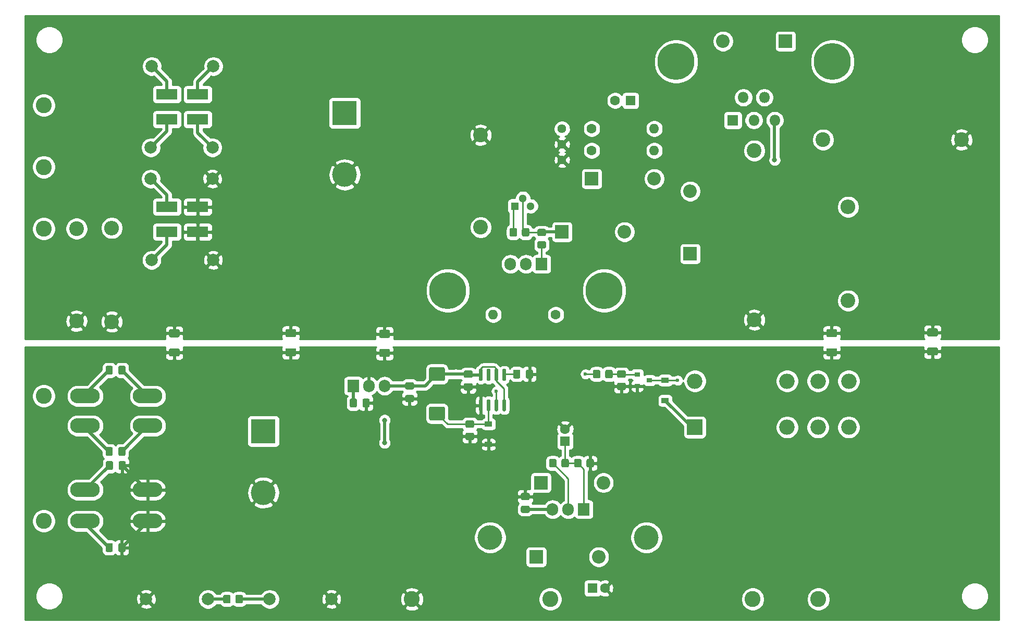
<source format=gbr>
G04 #@! TF.GenerationSoftware,KiCad,Pcbnew,(5.1.9-0-10_14)*
G04 #@! TF.CreationDate,2021-02-13T11:15:32+01:00*
G04 #@! TF.ProjectId,hv-power-supply,68762d70-6f77-4657-922d-737570706c79,rev?*
G04 #@! TF.SameCoordinates,Original*
G04 #@! TF.FileFunction,Copper,L1,Top*
G04 #@! TF.FilePolarity,Positive*
%FSLAX46Y46*%
G04 Gerber Fmt 4.6, Leading zero omitted, Abs format (unit mm)*
G04 Created by KiCad (PCBNEW (5.1.9-0-10_14)) date 2021-02-13 11:15:32*
%MOMM*%
%LPD*%
G01*
G04 APERTURE LIST*
G04 #@! TA.AperFunction,ComponentPad*
%ADD10C,4.000000*%
G04 #@! TD*
G04 #@! TA.AperFunction,ComponentPad*
%ADD11R,4.000000X4.000000*%
G04 #@! TD*
G04 #@! TA.AperFunction,ComponentPad*
%ADD12O,2.400000X2.400000*%
G04 #@! TD*
G04 #@! TA.AperFunction,ComponentPad*
%ADD13C,2.400000*%
G04 #@! TD*
G04 #@! TA.AperFunction,ComponentPad*
%ADD14C,1.600000*%
G04 #@! TD*
G04 #@! TA.AperFunction,ComponentPad*
%ADD15R,1.600000X1.600000*%
G04 #@! TD*
G04 #@! TA.AperFunction,ComponentPad*
%ADD16O,1.905000X2.000000*%
G04 #@! TD*
G04 #@! TA.AperFunction,ComponentPad*
%ADD17R,1.905000X2.000000*%
G04 #@! TD*
G04 #@! TA.AperFunction,ComponentPad*
%ADD18O,4.800600X2.400300*%
G04 #@! TD*
G04 #@! TA.AperFunction,ComponentPad*
%ADD19C,2.600000*%
G04 #@! TD*
G04 #@! TA.AperFunction,ComponentPad*
%ADD20O,1.600000X1.600000*%
G04 #@! TD*
G04 #@! TA.AperFunction,ComponentPad*
%ADD21O,2.200000X2.200000*%
G04 #@! TD*
G04 #@! TA.AperFunction,ComponentPad*
%ADD22R,2.200000X2.200000*%
G04 #@! TD*
G04 #@! TA.AperFunction,ComponentPad*
%ADD23O,1.800000X1.800000*%
G04 #@! TD*
G04 #@! TA.AperFunction,ComponentPad*
%ADD24R,1.800000X1.800000*%
G04 #@! TD*
G04 #@! TA.AperFunction,ComponentPad*
%ADD25C,2.000000*%
G04 #@! TD*
G04 #@! TA.AperFunction,SMDPad,CuDef*
%ADD26R,0.900000X0.800000*%
G04 #@! TD*
G04 #@! TA.AperFunction,SMDPad,CuDef*
%ADD27R,1.200000X0.900000*%
G04 #@! TD*
G04 #@! TA.AperFunction,ComponentPad*
%ADD28O,2.500000X2.500000*%
G04 #@! TD*
G04 #@! TA.AperFunction,ComponentPad*
%ADD29R,2.500000X2.500000*%
G04 #@! TD*
G04 #@! TA.AperFunction,ComponentPad*
%ADD30C,1.440000*%
G04 #@! TD*
G04 #@! TA.AperFunction,ComponentPad*
%ADD31R,1.300000X1.300000*%
G04 #@! TD*
G04 #@! TA.AperFunction,ComponentPad*
%ADD32C,1.300000*%
G04 #@! TD*
G04 #@! TA.AperFunction,ComponentPad*
%ADD33C,6.000000*%
G04 #@! TD*
G04 #@! TA.AperFunction,SMDPad,CuDef*
%ADD34R,3.500000X1.800000*%
G04 #@! TD*
G04 #@! TA.AperFunction,ViaPad*
%ADD35C,0.800000*%
G04 #@! TD*
G04 #@! TA.AperFunction,ViaPad*
%ADD36C,0.600000*%
G04 #@! TD*
G04 #@! TA.AperFunction,Conductor*
%ADD37C,0.500000*%
G04 #@! TD*
G04 #@! TA.AperFunction,Conductor*
%ADD38C,0.250000*%
G04 #@! TD*
G04 #@! TA.AperFunction,Conductor*
%ADD39C,0.254000*%
G04 #@! TD*
G04 #@! TA.AperFunction,Conductor*
%ADD40C,0.100000*%
G04 #@! TD*
G04 APERTURE END LIST*
D10*
X102870000Y-79342000D03*
D11*
X102870000Y-69342000D03*
D12*
X65024000Y-88011000D03*
D13*
X65024000Y-103251000D03*
D14*
X145129000Y-146558000D03*
D15*
X143129000Y-146558000D03*
D16*
X109347000Y-113665000D03*
X106807000Y-113665000D03*
D17*
X104267000Y-113665000D03*
D18*
X70866000Y-115316000D03*
X60706000Y-115316000D03*
G04 #@! TA.AperFunction,SMDPad,CuDef*
G36*
G01*
X66087500Y-111600000D02*
X66087500Y-110650000D01*
G75*
G02*
X66337500Y-110400000I250000J0D01*
G01*
X67012500Y-110400000D01*
G75*
G02*
X67262500Y-110650000I0J-250000D01*
G01*
X67262500Y-111600000D01*
G75*
G02*
X67012500Y-111850000I-250000J0D01*
G01*
X66337500Y-111850000D01*
G75*
G02*
X66087500Y-111600000I0J250000D01*
G01*
G37*
G04 #@! TD.AperFunction*
G04 #@! TA.AperFunction,SMDPad,CuDef*
G36*
G01*
X64012500Y-111600000D02*
X64012500Y-110650000D01*
G75*
G02*
X64262500Y-110400000I250000J0D01*
G01*
X64937500Y-110400000D01*
G75*
G02*
X65187500Y-110650000I0J-250000D01*
G01*
X65187500Y-111600000D01*
G75*
G02*
X64937500Y-111850000I-250000J0D01*
G01*
X64262500Y-111850000D01*
G75*
G02*
X64012500Y-111600000I0J250000D01*
G01*
G37*
G04 #@! TD.AperFunction*
D19*
X53975000Y-135636000D03*
X53975000Y-115316000D03*
X53975000Y-88138000D03*
X53975000Y-78105000D03*
X53975000Y-68072000D03*
D12*
X184658000Y-84582000D03*
D13*
X184658000Y-99822000D03*
D20*
X153162000Y-75438000D03*
D14*
X143002000Y-75438000D03*
D20*
X153162000Y-71882000D03*
D14*
X143002000Y-71882000D03*
D20*
X127000000Y-102108000D03*
D14*
X137160000Y-102108000D03*
D10*
X126492000Y-138303000D03*
X151892000Y-138303000D03*
D21*
X164338000Y-57658000D03*
D22*
X174498000Y-57658000D03*
D21*
X159004000Y-82042000D03*
D22*
X159004000Y-92202000D03*
D18*
X70866000Y-120142000D03*
X60706000Y-120142000D03*
X60706000Y-135636000D03*
X70866000Y-135636000D03*
X60706000Y-130556000D03*
X70866000Y-130556000D03*
D13*
X169418000Y-102938000D03*
X169418000Y-75438000D03*
D14*
X146812000Y-67310000D03*
D15*
X149312000Y-67310000D03*
D13*
X203094000Y-73660000D03*
X180594000Y-73660000D03*
G04 #@! TA.AperFunction,SMDPad,CuDef*
G36*
G01*
X197748999Y-107427000D02*
X198999001Y-107427000D01*
G75*
G02*
X199249000Y-107676999I0J-249999D01*
G01*
X199249000Y-108477001D01*
G75*
G02*
X198999001Y-108727000I-249999J0D01*
G01*
X197748999Y-108727000D01*
G75*
G02*
X197499000Y-108477001I0J249999D01*
G01*
X197499000Y-107676999D01*
G75*
G02*
X197748999Y-107427000I249999J0D01*
G01*
G37*
G04 #@! TD.AperFunction*
G04 #@! TA.AperFunction,SMDPad,CuDef*
G36*
G01*
X197748999Y-104327000D02*
X198999001Y-104327000D01*
G75*
G02*
X199249000Y-104576999I0J-249999D01*
G01*
X199249000Y-105377001D01*
G75*
G02*
X198999001Y-105627000I-249999J0D01*
G01*
X197748999Y-105627000D01*
G75*
G02*
X197499000Y-105377001I0J249999D01*
G01*
X197499000Y-104576999D01*
G75*
G02*
X197748999Y-104327000I249999J0D01*
G01*
G37*
G04 #@! TD.AperFunction*
G04 #@! TA.AperFunction,SMDPad,CuDef*
G36*
G01*
X93481999Y-107554000D02*
X94732001Y-107554000D01*
G75*
G02*
X94982000Y-107803999I0J-249999D01*
G01*
X94982000Y-108604001D01*
G75*
G02*
X94732001Y-108854000I-249999J0D01*
G01*
X93481999Y-108854000D01*
G75*
G02*
X93232000Y-108604001I0J249999D01*
G01*
X93232000Y-107803999D01*
G75*
G02*
X93481999Y-107554000I249999J0D01*
G01*
G37*
G04 #@! TD.AperFunction*
G04 #@! TA.AperFunction,SMDPad,CuDef*
G36*
G01*
X93481999Y-104454000D02*
X94732001Y-104454000D01*
G75*
G02*
X94982000Y-104703999I0J-249999D01*
G01*
X94982000Y-105504001D01*
G75*
G02*
X94732001Y-105754000I-249999J0D01*
G01*
X93481999Y-105754000D01*
G75*
G02*
X93232000Y-105504001I0J249999D01*
G01*
X93232000Y-104703999D01*
G75*
G02*
X93481999Y-104454000I249999J0D01*
G01*
G37*
G04 #@! TD.AperFunction*
G04 #@! TA.AperFunction,SMDPad,CuDef*
G36*
G01*
X134423999Y-90141500D02*
X135324001Y-90141500D01*
G75*
G02*
X135574000Y-90391499I0J-249999D01*
G01*
X135574000Y-91091501D01*
G75*
G02*
X135324001Y-91341500I-249999J0D01*
G01*
X134423999Y-91341500D01*
G75*
G02*
X134174000Y-91091501I0J249999D01*
G01*
X134174000Y-90391499D01*
G75*
G02*
X134423999Y-90141500I249999J0D01*
G01*
G37*
G04 #@! TD.AperFunction*
G04 #@! TA.AperFunction,SMDPad,CuDef*
G36*
G01*
X134423999Y-88141500D02*
X135324001Y-88141500D01*
G75*
G02*
X135574000Y-88391499I0J-249999D01*
G01*
X135574000Y-89091501D01*
G75*
G02*
X135324001Y-89341500I-249999J0D01*
G01*
X134423999Y-89341500D01*
G75*
G02*
X134174000Y-89091501I0J249999D01*
G01*
X134174000Y-88391499D01*
G75*
G02*
X134423999Y-88141500I249999J0D01*
G01*
G37*
G04 #@! TD.AperFunction*
G04 #@! TA.AperFunction,SMDPad,CuDef*
G36*
G01*
X130854500Y-88259499D02*
X130854500Y-89159501D01*
G75*
G02*
X130604501Y-89409500I-249999J0D01*
G01*
X129904499Y-89409500D01*
G75*
G02*
X129654500Y-89159501I0J249999D01*
G01*
X129654500Y-88259499D01*
G75*
G02*
X129904499Y-88009500I249999J0D01*
G01*
X130604501Y-88009500D01*
G75*
G02*
X130854500Y-88259499I0J-249999D01*
G01*
G37*
G04 #@! TD.AperFunction*
G04 #@! TA.AperFunction,SMDPad,CuDef*
G36*
G01*
X132854500Y-88259499D02*
X132854500Y-89159501D01*
G75*
G02*
X132604501Y-89409500I-249999J0D01*
G01*
X131904499Y-89409500D01*
G75*
G02*
X131654500Y-89159501I0J249999D01*
G01*
X131654500Y-88259499D01*
G75*
G02*
X131904499Y-88009500I249999J0D01*
G01*
X132604501Y-88009500D01*
G75*
G02*
X132854500Y-88259499I0J-249999D01*
G01*
G37*
G04 #@! TD.AperFunction*
D23*
X172740000Y-70502000D03*
X171040000Y-66802000D03*
X169340000Y-70502000D03*
X167640000Y-66802000D03*
D24*
X165940000Y-70502000D03*
G04 #@! TA.AperFunction,SMDPad,CuDef*
G36*
G01*
X122461000Y-113247500D02*
X123411000Y-113247500D01*
G75*
G02*
X123661000Y-113497500I0J-250000D01*
G01*
X123661000Y-114172500D01*
G75*
G02*
X123411000Y-114422500I-250000J0D01*
G01*
X122461000Y-114422500D01*
G75*
G02*
X122211000Y-114172500I0J250000D01*
G01*
X122211000Y-113497500D01*
G75*
G02*
X122461000Y-113247500I250000J0D01*
G01*
G37*
G04 #@! TD.AperFunction*
G04 #@! TA.AperFunction,SMDPad,CuDef*
G36*
G01*
X122461000Y-111172500D02*
X123411000Y-111172500D01*
G75*
G02*
X123661000Y-111422500I0J-250000D01*
G01*
X123661000Y-112097500D01*
G75*
G02*
X123411000Y-112347500I-250000J0D01*
G01*
X122461000Y-112347500D01*
G75*
G02*
X122211000Y-112097500I0J250000D01*
G01*
X122211000Y-111422500D01*
G75*
G02*
X122461000Y-111172500I250000J0D01*
G01*
G37*
G04 #@! TD.AperFunction*
G04 #@! TA.AperFunction,SMDPad,CuDef*
G36*
G01*
X132297500Y-112235000D02*
X132297500Y-111285000D01*
G75*
G02*
X132547500Y-111035000I250000J0D01*
G01*
X133222500Y-111035000D01*
G75*
G02*
X133472500Y-111285000I0J-250000D01*
G01*
X133472500Y-112235000D01*
G75*
G02*
X133222500Y-112485000I-250000J0D01*
G01*
X132547500Y-112485000D01*
G75*
G02*
X132297500Y-112235000I0J250000D01*
G01*
G37*
G04 #@! TD.AperFunction*
G04 #@! TA.AperFunction,SMDPad,CuDef*
G36*
G01*
X130222500Y-112235000D02*
X130222500Y-111285000D01*
G75*
G02*
X130472500Y-111035000I250000J0D01*
G01*
X131147500Y-111035000D01*
G75*
G02*
X131397500Y-111285000I0J-250000D01*
G01*
X131397500Y-112235000D01*
G75*
G02*
X131147500Y-112485000I-250000J0D01*
G01*
X130472500Y-112485000D01*
G75*
G02*
X130222500Y-112235000I0J250000D01*
G01*
G37*
G04 #@! TD.AperFunction*
G04 #@! TA.AperFunction,SMDPad,CuDef*
G36*
G01*
X112936000Y-115152500D02*
X113886000Y-115152500D01*
G75*
G02*
X114136000Y-115402500I0J-250000D01*
G01*
X114136000Y-116077500D01*
G75*
G02*
X113886000Y-116327500I-250000J0D01*
G01*
X112936000Y-116327500D01*
G75*
G02*
X112686000Y-116077500I0J250000D01*
G01*
X112686000Y-115402500D01*
G75*
G02*
X112936000Y-115152500I250000J0D01*
G01*
G37*
G04 #@! TD.AperFunction*
G04 #@! TA.AperFunction,SMDPad,CuDef*
G36*
G01*
X112936000Y-113077500D02*
X113886000Y-113077500D01*
G75*
G02*
X114136000Y-113327500I0J-250000D01*
G01*
X114136000Y-114002500D01*
G75*
G02*
X113886000Y-114252500I-250000J0D01*
G01*
X112936000Y-114252500D01*
G75*
G02*
X112686000Y-114002500I0J250000D01*
G01*
X112686000Y-113327500D01*
G75*
G02*
X112936000Y-113077500I250000J0D01*
G01*
G37*
G04 #@! TD.AperFunction*
G04 #@! TA.AperFunction,SMDPad,CuDef*
G36*
G01*
X105754500Y-116934000D02*
X105754500Y-115984000D01*
G75*
G02*
X106004500Y-115734000I250000J0D01*
G01*
X106679500Y-115734000D01*
G75*
G02*
X106929500Y-115984000I0J-250000D01*
G01*
X106929500Y-116934000D01*
G75*
G02*
X106679500Y-117184000I-250000J0D01*
G01*
X106004500Y-117184000D01*
G75*
G02*
X105754500Y-116934000I0J250000D01*
G01*
G37*
G04 #@! TD.AperFunction*
G04 #@! TA.AperFunction,SMDPad,CuDef*
G36*
G01*
X103679500Y-116934000D02*
X103679500Y-115984000D01*
G75*
G02*
X103929500Y-115734000I250000J0D01*
G01*
X104604500Y-115734000D01*
G75*
G02*
X104854500Y-115984000I0J-250000D01*
G01*
X104854500Y-116934000D01*
G75*
G02*
X104604500Y-117184000I-250000J0D01*
G01*
X103929500Y-117184000D01*
G75*
G02*
X103679500Y-116934000I0J250000D01*
G01*
G37*
G04 #@! TD.AperFunction*
G04 #@! TA.AperFunction,SMDPad,CuDef*
G36*
G01*
X132682000Y-132243500D02*
X131732000Y-132243500D01*
G75*
G02*
X131482000Y-131993500I0J250000D01*
G01*
X131482000Y-131318500D01*
G75*
G02*
X131732000Y-131068500I250000J0D01*
G01*
X132682000Y-131068500D01*
G75*
G02*
X132932000Y-131318500I0J-250000D01*
G01*
X132932000Y-131993500D01*
G75*
G02*
X132682000Y-132243500I-250000J0D01*
G01*
G37*
G04 #@! TD.AperFunction*
G04 #@! TA.AperFunction,SMDPad,CuDef*
G36*
G01*
X132682000Y-134318500D02*
X131732000Y-134318500D01*
G75*
G02*
X131482000Y-134068500I0J250000D01*
G01*
X131482000Y-133393500D01*
G75*
G02*
X131732000Y-133143500I250000J0D01*
G01*
X132682000Y-133143500D01*
G75*
G02*
X132932000Y-133393500I0J-250000D01*
G01*
X132932000Y-134068500D01*
G75*
G02*
X132682000Y-134318500I-250000J0D01*
G01*
G37*
G04 #@! TD.AperFunction*
G04 #@! TA.AperFunction,SMDPad,CuDef*
G36*
G01*
X85125000Y-148786001D02*
X85125000Y-147885999D01*
G75*
G02*
X85374999Y-147636000I249999J0D01*
G01*
X86075001Y-147636000D01*
G75*
G02*
X86325000Y-147885999I0J-249999D01*
G01*
X86325000Y-148786001D01*
G75*
G02*
X86075001Y-149036000I-249999J0D01*
G01*
X85374999Y-149036000D01*
G75*
G02*
X85125000Y-148786001I0J249999D01*
G01*
G37*
G04 #@! TD.AperFunction*
G04 #@! TA.AperFunction,SMDPad,CuDef*
G36*
G01*
X83125000Y-148786001D02*
X83125000Y-147885999D01*
G75*
G02*
X83374999Y-147636000I249999J0D01*
G01*
X84075001Y-147636000D01*
G75*
G02*
X84325000Y-147885999I0J-249999D01*
G01*
X84325000Y-148786001D01*
G75*
G02*
X84075001Y-149036000I-249999J0D01*
G01*
X83374999Y-149036000D01*
G75*
G02*
X83125000Y-148786001I0J249999D01*
G01*
G37*
G04 #@! TD.AperFunction*
D25*
X100711000Y-148336000D03*
X90678000Y-148336000D03*
X70612000Y-148336000D03*
X80645000Y-148336000D03*
G04 #@! TA.AperFunction,SMDPad,CuDef*
G36*
G01*
X125118000Y-112865000D02*
X124818000Y-112865000D01*
G75*
G02*
X124668000Y-112715000I0J150000D01*
G01*
X124668000Y-111065000D01*
G75*
G02*
X124818000Y-110915000I150000J0D01*
G01*
X125118000Y-110915000D01*
G75*
G02*
X125268000Y-111065000I0J-150000D01*
G01*
X125268000Y-112715000D01*
G75*
G02*
X125118000Y-112865000I-150000J0D01*
G01*
G37*
G04 #@! TD.AperFunction*
G04 #@! TA.AperFunction,SMDPad,CuDef*
G36*
G01*
X126388000Y-112865000D02*
X126088000Y-112865000D01*
G75*
G02*
X125938000Y-112715000I0J150000D01*
G01*
X125938000Y-111065000D01*
G75*
G02*
X126088000Y-110915000I150000J0D01*
G01*
X126388000Y-110915000D01*
G75*
G02*
X126538000Y-111065000I0J-150000D01*
G01*
X126538000Y-112715000D01*
G75*
G02*
X126388000Y-112865000I-150000J0D01*
G01*
G37*
G04 #@! TD.AperFunction*
G04 #@! TA.AperFunction,SMDPad,CuDef*
G36*
G01*
X127658000Y-112865000D02*
X127358000Y-112865000D01*
G75*
G02*
X127208000Y-112715000I0J150000D01*
G01*
X127208000Y-111065000D01*
G75*
G02*
X127358000Y-110915000I150000J0D01*
G01*
X127658000Y-110915000D01*
G75*
G02*
X127808000Y-111065000I0J-150000D01*
G01*
X127808000Y-112715000D01*
G75*
G02*
X127658000Y-112865000I-150000J0D01*
G01*
G37*
G04 #@! TD.AperFunction*
G04 #@! TA.AperFunction,SMDPad,CuDef*
G36*
G01*
X128928000Y-112865000D02*
X128628000Y-112865000D01*
G75*
G02*
X128478000Y-112715000I0J150000D01*
G01*
X128478000Y-111065000D01*
G75*
G02*
X128628000Y-110915000I150000J0D01*
G01*
X128928000Y-110915000D01*
G75*
G02*
X129078000Y-111065000I0J-150000D01*
G01*
X129078000Y-112715000D01*
G75*
G02*
X128928000Y-112865000I-150000J0D01*
G01*
G37*
G04 #@! TD.AperFunction*
G04 #@! TA.AperFunction,SMDPad,CuDef*
G36*
G01*
X128928000Y-117815000D02*
X128628000Y-117815000D01*
G75*
G02*
X128478000Y-117665000I0J150000D01*
G01*
X128478000Y-116015000D01*
G75*
G02*
X128628000Y-115865000I150000J0D01*
G01*
X128928000Y-115865000D01*
G75*
G02*
X129078000Y-116015000I0J-150000D01*
G01*
X129078000Y-117665000D01*
G75*
G02*
X128928000Y-117815000I-150000J0D01*
G01*
G37*
G04 #@! TD.AperFunction*
G04 #@! TA.AperFunction,SMDPad,CuDef*
G36*
G01*
X127658000Y-117815000D02*
X127358000Y-117815000D01*
G75*
G02*
X127208000Y-117665000I0J150000D01*
G01*
X127208000Y-116015000D01*
G75*
G02*
X127358000Y-115865000I150000J0D01*
G01*
X127658000Y-115865000D01*
G75*
G02*
X127808000Y-116015000I0J-150000D01*
G01*
X127808000Y-117665000D01*
G75*
G02*
X127658000Y-117815000I-150000J0D01*
G01*
G37*
G04 #@! TD.AperFunction*
G04 #@! TA.AperFunction,SMDPad,CuDef*
G36*
G01*
X126388000Y-117815000D02*
X126088000Y-117815000D01*
G75*
G02*
X125938000Y-117665000I0J150000D01*
G01*
X125938000Y-116015000D01*
G75*
G02*
X126088000Y-115865000I150000J0D01*
G01*
X126388000Y-115865000D01*
G75*
G02*
X126538000Y-116015000I0J-150000D01*
G01*
X126538000Y-117665000D01*
G75*
G02*
X126388000Y-117815000I-150000J0D01*
G01*
G37*
G04 #@! TD.AperFunction*
G04 #@! TA.AperFunction,SMDPad,CuDef*
G36*
G01*
X125118000Y-117815000D02*
X124818000Y-117815000D01*
G75*
G02*
X124668000Y-117665000I0J150000D01*
G01*
X124668000Y-116015000D01*
G75*
G02*
X124818000Y-115865000I150000J0D01*
G01*
X125118000Y-115865000D01*
G75*
G02*
X125268000Y-116015000I0J-150000D01*
G01*
X125268000Y-117665000D01*
G75*
G02*
X125118000Y-117815000I-150000J0D01*
G01*
G37*
G04 #@! TD.AperFunction*
D16*
X136652000Y-133731000D03*
X139192000Y-133731000D03*
D17*
X141732000Y-133731000D03*
G04 #@! TA.AperFunction,SMDPad,CuDef*
G36*
G01*
X181365999Y-107554000D02*
X182616001Y-107554000D01*
G75*
G02*
X182866000Y-107803999I0J-249999D01*
G01*
X182866000Y-108604001D01*
G75*
G02*
X182616001Y-108854000I-249999J0D01*
G01*
X181365999Y-108854000D01*
G75*
G02*
X181116000Y-108604001I0J249999D01*
G01*
X181116000Y-107803999D01*
G75*
G02*
X181365999Y-107554000I249999J0D01*
G01*
G37*
G04 #@! TD.AperFunction*
G04 #@! TA.AperFunction,SMDPad,CuDef*
G36*
G01*
X181365999Y-104454000D02*
X182616001Y-104454000D01*
G75*
G02*
X182866000Y-104703999I0J-249999D01*
G01*
X182866000Y-105504001D01*
G75*
G02*
X182616001Y-105754000I-249999J0D01*
G01*
X181365999Y-105754000D01*
G75*
G02*
X181116000Y-105504001I0J249999D01*
G01*
X181116000Y-104703999D01*
G75*
G02*
X181365999Y-104454000I249999J0D01*
G01*
G37*
G04 #@! TD.AperFunction*
G04 #@! TA.AperFunction,SMDPad,CuDef*
G36*
G01*
X108721999Y-107681000D02*
X109972001Y-107681000D01*
G75*
G02*
X110222000Y-107930999I0J-249999D01*
G01*
X110222000Y-108731001D01*
G75*
G02*
X109972001Y-108981000I-249999J0D01*
G01*
X108721999Y-108981000D01*
G75*
G02*
X108472000Y-108731001I0J249999D01*
G01*
X108472000Y-107930999D01*
G75*
G02*
X108721999Y-107681000I249999J0D01*
G01*
G37*
G04 #@! TD.AperFunction*
G04 #@! TA.AperFunction,SMDPad,CuDef*
G36*
G01*
X108721999Y-104581000D02*
X109972001Y-104581000D01*
G75*
G02*
X110222000Y-104830999I0J-249999D01*
G01*
X110222000Y-105631001D01*
G75*
G02*
X109972001Y-105881000I-249999J0D01*
G01*
X108721999Y-105881000D01*
G75*
G02*
X108472000Y-105631001I0J249999D01*
G01*
X108472000Y-104830999D01*
G75*
G02*
X108721999Y-104581000I249999J0D01*
G01*
G37*
G04 #@! TD.AperFunction*
G04 #@! TA.AperFunction,SMDPad,CuDef*
G36*
G01*
X74558999Y-107580000D02*
X75809001Y-107580000D01*
G75*
G02*
X76059000Y-107829999I0J-249999D01*
G01*
X76059000Y-108630001D01*
G75*
G02*
X75809001Y-108880000I-249999J0D01*
G01*
X74558999Y-108880000D01*
G75*
G02*
X74309000Y-108630001I0J249999D01*
G01*
X74309000Y-107829999D01*
G75*
G02*
X74558999Y-107580000I249999J0D01*
G01*
G37*
G04 #@! TD.AperFunction*
G04 #@! TA.AperFunction,SMDPad,CuDef*
G36*
G01*
X74558999Y-104480000D02*
X75809001Y-104480000D01*
G75*
G02*
X76059000Y-104729999I0J-249999D01*
G01*
X76059000Y-105530001D01*
G75*
G02*
X75809001Y-105780000I-249999J0D01*
G01*
X74558999Y-105780000D01*
G75*
G02*
X74309000Y-105530001I0J249999D01*
G01*
X74309000Y-104729999D01*
G75*
G02*
X74558999Y-104480000I249999J0D01*
G01*
G37*
G04 #@! TD.AperFunction*
G04 #@! TA.AperFunction,SMDPad,CuDef*
G36*
G01*
X147377999Y-113160000D02*
X148278001Y-113160000D01*
G75*
G02*
X148528000Y-113409999I0J-249999D01*
G01*
X148528000Y-114110001D01*
G75*
G02*
X148278001Y-114360000I-249999J0D01*
G01*
X147377999Y-114360000D01*
G75*
G02*
X147128000Y-114110001I0J249999D01*
G01*
X147128000Y-113409999D01*
G75*
G02*
X147377999Y-113160000I249999J0D01*
G01*
G37*
G04 #@! TD.AperFunction*
G04 #@! TA.AperFunction,SMDPad,CuDef*
G36*
G01*
X147377999Y-111160000D02*
X148278001Y-111160000D01*
G75*
G02*
X148528000Y-111409999I0J-249999D01*
G01*
X148528000Y-112110001D01*
G75*
G02*
X148278001Y-112360000I-249999J0D01*
G01*
X147377999Y-112360000D01*
G75*
G02*
X147128000Y-112110001I0J249999D01*
G01*
X147128000Y-111409999D01*
G75*
G02*
X147377999Y-111160000I249999J0D01*
G01*
G37*
G04 #@! TD.AperFunction*
G04 #@! TA.AperFunction,SMDPad,CuDef*
G36*
G01*
X144396000Y-111309999D02*
X144396000Y-112210001D01*
G75*
G02*
X144146001Y-112460000I-249999J0D01*
G01*
X143445999Y-112460000D01*
G75*
G02*
X143196000Y-112210001I0J249999D01*
G01*
X143196000Y-111309999D01*
G75*
G02*
X143445999Y-111060000I249999J0D01*
G01*
X144146001Y-111060000D01*
G75*
G02*
X144396000Y-111309999I0J-249999D01*
G01*
G37*
G04 #@! TD.AperFunction*
G04 #@! TA.AperFunction,SMDPad,CuDef*
G36*
G01*
X146396000Y-111309999D02*
X146396000Y-112210001D01*
G75*
G02*
X146146001Y-112460000I-249999J0D01*
G01*
X145445999Y-112460000D01*
G75*
G02*
X145196000Y-112210001I0J249999D01*
G01*
X145196000Y-111309999D01*
G75*
G02*
X145445999Y-111060000I249999J0D01*
G01*
X146146001Y-111060000D01*
G75*
G02*
X146396000Y-111309999I0J-249999D01*
G01*
G37*
G04 #@! TD.AperFunction*
G04 #@! TA.AperFunction,SMDPad,CuDef*
G36*
G01*
X122739999Y-121288000D02*
X123640001Y-121288000D01*
G75*
G02*
X123890000Y-121537999I0J-249999D01*
G01*
X123890000Y-122238001D01*
G75*
G02*
X123640001Y-122488000I-249999J0D01*
G01*
X122739999Y-122488000D01*
G75*
G02*
X122490000Y-122238001I0J249999D01*
G01*
X122490000Y-121537999D01*
G75*
G02*
X122739999Y-121288000I249999J0D01*
G01*
G37*
G04 #@! TD.AperFunction*
G04 #@! TA.AperFunction,SMDPad,CuDef*
G36*
G01*
X122739999Y-119288000D02*
X123640001Y-119288000D01*
G75*
G02*
X123890000Y-119537999I0J-249999D01*
G01*
X123890000Y-120238001D01*
G75*
G02*
X123640001Y-120488000I-249999J0D01*
G01*
X122739999Y-120488000D01*
G75*
G02*
X122490000Y-120238001I0J249999D01*
G01*
X122490000Y-119537999D01*
G75*
G02*
X122739999Y-119288000I249999J0D01*
G01*
G37*
G04 #@! TD.AperFunction*
G04 #@! TA.AperFunction,SMDPad,CuDef*
G36*
G01*
X138084000Y-126688001D02*
X138084000Y-125787999D01*
G75*
G02*
X138333999Y-125538000I249999J0D01*
G01*
X139034001Y-125538000D01*
G75*
G02*
X139284000Y-125787999I0J-249999D01*
G01*
X139284000Y-126688001D01*
G75*
G02*
X139034001Y-126938000I-249999J0D01*
G01*
X138333999Y-126938000D01*
G75*
G02*
X138084000Y-126688001I0J249999D01*
G01*
G37*
G04 #@! TD.AperFunction*
G04 #@! TA.AperFunction,SMDPad,CuDef*
G36*
G01*
X136084000Y-126688001D02*
X136084000Y-125787999D01*
G75*
G02*
X136333999Y-125538000I249999J0D01*
G01*
X137034001Y-125538000D01*
G75*
G02*
X137284000Y-125787999I0J-249999D01*
G01*
X137284000Y-126688001D01*
G75*
G02*
X137034001Y-126938000I-249999J0D01*
G01*
X136333999Y-126938000D01*
G75*
G02*
X136084000Y-126688001I0J249999D01*
G01*
G37*
G04 #@! TD.AperFunction*
G04 #@! TA.AperFunction,SMDPad,CuDef*
G36*
G01*
X142148000Y-126688001D02*
X142148000Y-125787999D01*
G75*
G02*
X142397999Y-125538000I249999J0D01*
G01*
X143098001Y-125538000D01*
G75*
G02*
X143348000Y-125787999I0J-249999D01*
G01*
X143348000Y-126688001D01*
G75*
G02*
X143098001Y-126938000I-249999J0D01*
G01*
X142397999Y-126938000D01*
G75*
G02*
X142148000Y-126688001I0J249999D01*
G01*
G37*
G04 #@! TD.AperFunction*
G04 #@! TA.AperFunction,SMDPad,CuDef*
G36*
G01*
X140148000Y-126688001D02*
X140148000Y-125787999D01*
G75*
G02*
X140397999Y-125538000I249999J0D01*
G01*
X141098001Y-125538000D01*
G75*
G02*
X141348000Y-125787999I0J-249999D01*
G01*
X141348000Y-126688001D01*
G75*
G02*
X141098001Y-126938000I-249999J0D01*
G01*
X140397999Y-126938000D01*
G75*
G02*
X140148000Y-126688001I0J249999D01*
G01*
G37*
G04 #@! TD.AperFunction*
D26*
X152400000Y-112776000D03*
X150400000Y-113726000D03*
X150400000Y-111826000D03*
D19*
X113792000Y-148336000D03*
X136271000Y-148336000D03*
D27*
X154940000Y-112776000D03*
X154940000Y-116076000D03*
X126238000Y-123188000D03*
X126238000Y-119888000D03*
D21*
X144907000Y-129413000D03*
D22*
X134747000Y-129413000D03*
D21*
X144145000Y-141478000D03*
D22*
X133985000Y-141478000D03*
G04 #@! TA.AperFunction,SMDPad,CuDef*
G36*
G01*
X116830999Y-117035000D02*
X118881001Y-117035000D01*
G75*
G02*
X119131000Y-117284999I0J-249999D01*
G01*
X119131000Y-119035001D01*
G75*
G02*
X118881001Y-119285000I-249999J0D01*
G01*
X116830999Y-119285000D01*
G75*
G02*
X116581000Y-119035001I0J249999D01*
G01*
X116581000Y-117284999D01*
G75*
G02*
X116830999Y-117035000I249999J0D01*
G01*
G37*
G04 #@! TD.AperFunction*
G04 #@! TA.AperFunction,SMDPad,CuDef*
G36*
G01*
X116830999Y-110635000D02*
X118881001Y-110635000D01*
G75*
G02*
X119131000Y-110884999I0J-249999D01*
G01*
X119131000Y-112635001D01*
G75*
G02*
X118881001Y-112885000I-249999J0D01*
G01*
X116830999Y-112885000D01*
G75*
G02*
X116581000Y-112635001I0J249999D01*
G01*
X116581000Y-110884999D01*
G75*
G02*
X116830999Y-110635000I249999J0D01*
G01*
G37*
G04 #@! TD.AperFunction*
D14*
X138684000Y-120682000D03*
D15*
X138684000Y-122682000D03*
D10*
X89662000Y-131031000D03*
D11*
X89662000Y-121031000D03*
D28*
X159752000Y-112896000D03*
X174752000Y-112896000D03*
X179752000Y-112896000D03*
X184752000Y-112896000D03*
X184752000Y-120396000D03*
X179752000Y-120396000D03*
X174752000Y-120396000D03*
D29*
X159752000Y-120396000D03*
D19*
X169164000Y-148336000D03*
D30*
X138176000Y-76962000D03*
X138176000Y-74422000D03*
X138176000Y-71882000D03*
D16*
X129794000Y-93853000D03*
X132334000Y-93853000D03*
D17*
X134874000Y-93853000D03*
D31*
X130556000Y-84455000D03*
D32*
X133096000Y-84455000D03*
X131826000Y-83185000D03*
D33*
X156718000Y-60960000D03*
X182118000Y-60960000D03*
X145034000Y-98171000D03*
X119634000Y-98171000D03*
D21*
X153162000Y-80010000D03*
D22*
X143002000Y-80010000D03*
D21*
X148336000Y-88646000D03*
D22*
X138176000Y-88646000D03*
D19*
X179832000Y-148336000D03*
D34*
X73994000Y-70358000D03*
X78994000Y-70358000D03*
X73994000Y-66294000D03*
X78994000Y-66294000D03*
X78994000Y-88646000D03*
X73994000Y-88646000D03*
X78994000Y-84582000D03*
X73994000Y-84582000D03*
D13*
X124968000Y-72898000D03*
X124968000Y-87898000D03*
G04 #@! TA.AperFunction,SMDPad,CuDef*
G36*
G01*
X65187500Y-123858000D02*
X65187500Y-124808000D01*
G75*
G02*
X64937500Y-125058000I-250000J0D01*
G01*
X64262500Y-125058000D01*
G75*
G02*
X64012500Y-124808000I0J250000D01*
G01*
X64012500Y-123858000D01*
G75*
G02*
X64262500Y-123608000I250000J0D01*
G01*
X64937500Y-123608000D01*
G75*
G02*
X65187500Y-123858000I0J-250000D01*
G01*
G37*
G04 #@! TD.AperFunction*
G04 #@! TA.AperFunction,SMDPad,CuDef*
G36*
G01*
X67262500Y-123858000D02*
X67262500Y-124808000D01*
G75*
G02*
X67012500Y-125058000I-250000J0D01*
G01*
X66337500Y-125058000D01*
G75*
G02*
X66087500Y-124808000I0J250000D01*
G01*
X66087500Y-123858000D01*
G75*
G02*
X66337500Y-123608000I250000J0D01*
G01*
X67012500Y-123608000D01*
G75*
G02*
X67262500Y-123858000I0J-250000D01*
G01*
G37*
G04 #@! TD.AperFunction*
D25*
X71374000Y-74930000D03*
X81374000Y-74930000D03*
X81534000Y-61722000D03*
X71534000Y-61722000D03*
G04 #@! TA.AperFunction,SMDPad,CuDef*
G36*
G01*
X65187500Y-139479000D02*
X65187500Y-140429000D01*
G75*
G02*
X64937500Y-140679000I-250000J0D01*
G01*
X64262500Y-140679000D01*
G75*
G02*
X64012500Y-140429000I0J250000D01*
G01*
X64012500Y-139479000D01*
G75*
G02*
X64262500Y-139229000I250000J0D01*
G01*
X64937500Y-139229000D01*
G75*
G02*
X65187500Y-139479000I0J-250000D01*
G01*
G37*
G04 #@! TD.AperFunction*
G04 #@! TA.AperFunction,SMDPad,CuDef*
G36*
G01*
X67262500Y-139479000D02*
X67262500Y-140429000D01*
G75*
G02*
X67012500Y-140679000I-250000J0D01*
G01*
X66337500Y-140679000D01*
G75*
G02*
X66087500Y-140429000I0J250000D01*
G01*
X66087500Y-139479000D01*
G75*
G02*
X66337500Y-139229000I250000J0D01*
G01*
X67012500Y-139229000D01*
G75*
G02*
X67262500Y-139479000I0J-250000D01*
G01*
G37*
G04 #@! TD.AperFunction*
G04 #@! TA.AperFunction,SMDPad,CuDef*
G36*
G01*
X66130500Y-127094000D02*
X66130500Y-126144000D01*
G75*
G02*
X66380500Y-125894000I250000J0D01*
G01*
X67055500Y-125894000D01*
G75*
G02*
X67305500Y-126144000I0J-250000D01*
G01*
X67305500Y-127094000D01*
G75*
G02*
X67055500Y-127344000I-250000J0D01*
G01*
X66380500Y-127344000D01*
G75*
G02*
X66130500Y-127094000I0J250000D01*
G01*
G37*
G04 #@! TD.AperFunction*
G04 #@! TA.AperFunction,SMDPad,CuDef*
G36*
G01*
X64055500Y-127094000D02*
X64055500Y-126144000D01*
G75*
G02*
X64305500Y-125894000I250000J0D01*
G01*
X64980500Y-125894000D01*
G75*
G02*
X65230500Y-126144000I0J-250000D01*
G01*
X65230500Y-127094000D01*
G75*
G02*
X64980500Y-127344000I-250000J0D01*
G01*
X64305500Y-127344000D01*
G75*
G02*
X64055500Y-127094000I0J250000D01*
G01*
G37*
G04 #@! TD.AperFunction*
X71501000Y-93218000D03*
X81501000Y-93218000D03*
X81374000Y-80010000D03*
X71374000Y-80010000D03*
D13*
X59309000Y-88124000D03*
X59309000Y-103124000D03*
D35*
X172720000Y-76962000D03*
D36*
X120904000Y-111760000D03*
D35*
X109347000Y-119253000D03*
X109347000Y-122936000D03*
D36*
X156972000Y-112776000D03*
X127508000Y-114554000D03*
X141986000Y-111760000D03*
D37*
X78994000Y-82390000D02*
X81374000Y-80010000D01*
X78994000Y-84582000D02*
X78994000Y-82390000D01*
X78994000Y-90711000D02*
X81501000Y-93218000D01*
X78994000Y-88646000D02*
X78994000Y-90711000D01*
X73994000Y-64182000D02*
X71534000Y-61722000D01*
X73994000Y-66294000D02*
X73994000Y-64182000D01*
X73994000Y-82630000D02*
X71374000Y-80010000D01*
X73994000Y-84582000D02*
X73994000Y-82630000D01*
X73994000Y-72310000D02*
X71374000Y-74930000D01*
X73994000Y-70358000D02*
X73994000Y-72310000D01*
X73994000Y-90725000D02*
X71501000Y-93218000D01*
X73994000Y-88646000D02*
X73994000Y-90725000D01*
X78994000Y-64262000D02*
X81534000Y-61722000D01*
X78994000Y-66294000D02*
X78994000Y-64262000D01*
X78994000Y-72550000D02*
X81374000Y-74930000D01*
X78994000Y-70358000D02*
X78994000Y-72550000D01*
X172720000Y-70522000D02*
X172740000Y-70502000D01*
X172720000Y-76962000D02*
X172720000Y-70522000D01*
D38*
X132286500Y-88741500D02*
X132254500Y-88709500D01*
X134874000Y-88741500D02*
X132286500Y-88741500D01*
X131826000Y-88281000D02*
X131826000Y-83185000D01*
X132254500Y-88709500D02*
X131826000Y-88281000D01*
D37*
X134969500Y-88646000D02*
X134874000Y-88741500D01*
X138176000Y-88646000D02*
X134969500Y-88646000D01*
D38*
X130254500Y-84756500D02*
X130556000Y-84455000D01*
X130254500Y-88709500D02*
X130254500Y-84756500D01*
X134874000Y-93853000D02*
X134874000Y-90741500D01*
D37*
X70655000Y-130556000D02*
X66718000Y-126619000D01*
X70866000Y-130556000D02*
X70655000Y-130556000D01*
X70866000Y-135763000D02*
X66675000Y-139954000D01*
X70866000Y-135636000D02*
X70866000Y-135763000D01*
X60706000Y-115019000D02*
X64600000Y-111125000D01*
X60706000Y-115316000D02*
X60706000Y-115019000D01*
X60706000Y-130556000D02*
X64643000Y-126619000D01*
X60706000Y-120439000D02*
X64600000Y-124333000D01*
X60706000Y-120142000D02*
X60706000Y-120439000D01*
X60706000Y-136060000D02*
X64600000Y-139954000D01*
X60706000Y-135636000D02*
X60706000Y-136060000D01*
X132207000Y-133731000D02*
X136652000Y-133731000D01*
X104267000Y-113665000D02*
X104267000Y-116459000D01*
X70866000Y-115316000D02*
X66675000Y-111125000D01*
X70866000Y-120142000D02*
X66675000Y-124333000D01*
D38*
X140716000Y-126270000D02*
X140748000Y-126238000D01*
X140748000Y-126238000D02*
X138684000Y-126238000D01*
X141732000Y-127222000D02*
X140748000Y-126238000D01*
X141732000Y-133731000D02*
X141732000Y-127222000D01*
X138684000Y-126238000D02*
X138684000Y-122682000D01*
X139192000Y-128746000D02*
X136684000Y-126238000D01*
X139192000Y-133731000D02*
X139192000Y-128746000D01*
X126238000Y-119888000D02*
X126238000Y-116840000D01*
X126238000Y-119888000D02*
X123190000Y-119888000D01*
X119584000Y-119888000D02*
X117856000Y-118160000D01*
X123190000Y-119888000D02*
X119584000Y-119888000D01*
D37*
X123066000Y-111890000D02*
X122936000Y-111760000D01*
X124968000Y-111890000D02*
X123066000Y-111890000D01*
X122936000Y-111760000D02*
X120904000Y-111760000D01*
X120904000Y-111760000D02*
X117856000Y-111760000D01*
D38*
X127508000Y-112865000D02*
X128778000Y-114135000D01*
X128778000Y-114135000D02*
X128778000Y-116840000D01*
X127508000Y-111890000D02*
X127508000Y-112865000D01*
X124968000Y-110915000D02*
X124968000Y-111890000D01*
X125293010Y-110589990D02*
X124968000Y-110915000D01*
X127182990Y-110589990D02*
X125293010Y-110589990D01*
X127508000Y-110915000D02*
X127182990Y-110589990D01*
X127508000Y-111890000D02*
X127508000Y-110915000D01*
D37*
X159260000Y-120396000D02*
X154940000Y-116076000D01*
X159752000Y-120396000D02*
X159260000Y-120396000D01*
X109347000Y-119253000D02*
X109347000Y-122936000D01*
X90678000Y-148336000D02*
X85725000Y-148336000D01*
X109347000Y-113665000D02*
X113411000Y-113665000D01*
X115951000Y-113665000D02*
X117856000Y-111760000D01*
X113411000Y-113665000D02*
X115951000Y-113665000D01*
D38*
X154940000Y-112776000D02*
X152400000Y-112776000D01*
X154940000Y-112776000D02*
X156972000Y-112776000D01*
X147894000Y-111826000D02*
X147828000Y-111760000D01*
X150400000Y-111826000D02*
X147894000Y-111826000D01*
X147828000Y-111760000D02*
X145796000Y-111760000D01*
X127508000Y-116840000D02*
X127508000Y-114554000D01*
X141986000Y-111760000D02*
X143796000Y-111760000D01*
D37*
X83725000Y-148336000D02*
X80645000Y-148336000D01*
D38*
X128908000Y-111760000D02*
X128778000Y-111890000D01*
X130810000Y-111760000D02*
X128908000Y-111760000D01*
D39*
X73719498Y-107335820D02*
X73683188Y-107455518D01*
X73670928Y-107580000D01*
X73674000Y-107944250D01*
X73832750Y-108103000D01*
X75057000Y-108103000D01*
X75057000Y-108083000D01*
X75311000Y-108083000D01*
X75311000Y-108103000D01*
X76535250Y-108103000D01*
X76694000Y-107944250D01*
X76697072Y-107580000D01*
X76684812Y-107455518D01*
X76648502Y-107335820D01*
X76637373Y-107315000D01*
X92640927Y-107315000D01*
X92606188Y-107429518D01*
X92593928Y-107554000D01*
X92597000Y-107918250D01*
X92755750Y-108077000D01*
X93980000Y-108077000D01*
X93980000Y-108057000D01*
X94234000Y-108057000D01*
X94234000Y-108077000D01*
X95458250Y-108077000D01*
X95617000Y-107918250D01*
X95620072Y-107554000D01*
X95607812Y-107429518D01*
X95573073Y-107315000D01*
X107950906Y-107315000D01*
X107941463Y-107326506D01*
X107882498Y-107436820D01*
X107846188Y-107556518D01*
X107833928Y-107681000D01*
X107837000Y-108045250D01*
X107995750Y-108204000D01*
X109220000Y-108204000D01*
X109220000Y-108184000D01*
X109474000Y-108184000D01*
X109474000Y-108204000D01*
X110698250Y-108204000D01*
X110857000Y-108045250D01*
X110860072Y-107681000D01*
X110847812Y-107556518D01*
X110811502Y-107436820D01*
X110752537Y-107326506D01*
X110743094Y-107315000D01*
X180524927Y-107315000D01*
X180490188Y-107429518D01*
X180477928Y-107554000D01*
X180481000Y-107918250D01*
X180639750Y-108077000D01*
X181864000Y-108077000D01*
X181864000Y-108057000D01*
X182118000Y-108057000D01*
X182118000Y-108077000D01*
X183342250Y-108077000D01*
X183501000Y-107918250D01*
X183504072Y-107554000D01*
X183491812Y-107429518D01*
X183457073Y-107315000D01*
X196871959Y-107315000D01*
X196860928Y-107427000D01*
X196864000Y-107791250D01*
X197022750Y-107950000D01*
X198247000Y-107950000D01*
X198247000Y-107930000D01*
X198501000Y-107930000D01*
X198501000Y-107950000D01*
X199725250Y-107950000D01*
X199884000Y-107791250D01*
X199887072Y-107427000D01*
X199876041Y-107315000D01*
X209144000Y-107315000D01*
X209144000Y-151740000D01*
X50952000Y-151740000D01*
X50952000Y-147607872D01*
X52629000Y-147607872D01*
X52629000Y-148048128D01*
X52714890Y-148479925D01*
X52883369Y-148886669D01*
X53127962Y-149252729D01*
X53439271Y-149564038D01*
X53805331Y-149808631D01*
X54212075Y-149977110D01*
X54643872Y-150063000D01*
X55084128Y-150063000D01*
X55515925Y-149977110D01*
X55922669Y-149808631D01*
X56288729Y-149564038D01*
X56381354Y-149471413D01*
X69656192Y-149471413D01*
X69751956Y-149735814D01*
X70041571Y-149876704D01*
X70353108Y-149958384D01*
X70674595Y-149977718D01*
X70993675Y-149933961D01*
X71298088Y-149828795D01*
X71472044Y-149735814D01*
X71567808Y-149471413D01*
X70612000Y-148515605D01*
X69656192Y-149471413D01*
X56381354Y-149471413D01*
X56600038Y-149252729D01*
X56844631Y-148886669D01*
X57013110Y-148479925D01*
X57029287Y-148398595D01*
X68970282Y-148398595D01*
X69014039Y-148717675D01*
X69119205Y-149022088D01*
X69212186Y-149196044D01*
X69476587Y-149291808D01*
X70432395Y-148336000D01*
X70791605Y-148336000D01*
X71747413Y-149291808D01*
X72011814Y-149196044D01*
X72152704Y-148906429D01*
X72234384Y-148594892D01*
X72253718Y-148273405D01*
X72240219Y-148174967D01*
X79010000Y-148174967D01*
X79010000Y-148497033D01*
X79072832Y-148812912D01*
X79196082Y-149110463D01*
X79375013Y-149378252D01*
X79602748Y-149605987D01*
X79870537Y-149784918D01*
X80168088Y-149908168D01*
X80483967Y-149971000D01*
X80806033Y-149971000D01*
X81121912Y-149908168D01*
X81419463Y-149784918D01*
X81687252Y-149605987D01*
X81914987Y-149378252D01*
X82020059Y-149221000D01*
X82605386Y-149221000D01*
X82636595Y-149279387D01*
X82747038Y-149413962D01*
X82881613Y-149524405D01*
X83035149Y-149606472D01*
X83201745Y-149657008D01*
X83374999Y-149674072D01*
X84075001Y-149674072D01*
X84248255Y-149657008D01*
X84414851Y-149606472D01*
X84568387Y-149524405D01*
X84702962Y-149413962D01*
X84725000Y-149387109D01*
X84747038Y-149413962D01*
X84881613Y-149524405D01*
X85035149Y-149606472D01*
X85201745Y-149657008D01*
X85374999Y-149674072D01*
X86075001Y-149674072D01*
X86248255Y-149657008D01*
X86414851Y-149606472D01*
X86568387Y-149524405D01*
X86702962Y-149413962D01*
X86813405Y-149279387D01*
X86844614Y-149221000D01*
X89302941Y-149221000D01*
X89408013Y-149378252D01*
X89635748Y-149605987D01*
X89903537Y-149784918D01*
X90201088Y-149908168D01*
X90516967Y-149971000D01*
X90839033Y-149971000D01*
X91154912Y-149908168D01*
X91452463Y-149784918D01*
X91720252Y-149605987D01*
X91854826Y-149471413D01*
X99755192Y-149471413D01*
X99850956Y-149735814D01*
X100140571Y-149876704D01*
X100452108Y-149958384D01*
X100773595Y-149977718D01*
X101092675Y-149933961D01*
X101397088Y-149828795D01*
X101571044Y-149735814D01*
X101589367Y-149685224D01*
X112622381Y-149685224D01*
X112754317Y-149980312D01*
X113095045Y-150151159D01*
X113462557Y-150252250D01*
X113842729Y-150279701D01*
X114220951Y-150232457D01*
X114582690Y-150112333D01*
X114829683Y-149980312D01*
X114961619Y-149685224D01*
X113792000Y-148515605D01*
X112622381Y-149685224D01*
X101589367Y-149685224D01*
X101666808Y-149471413D01*
X100711000Y-148515605D01*
X99755192Y-149471413D01*
X91854826Y-149471413D01*
X91947987Y-149378252D01*
X92126918Y-149110463D01*
X92250168Y-148812912D01*
X92313000Y-148497033D01*
X92313000Y-148398595D01*
X99069282Y-148398595D01*
X99113039Y-148717675D01*
X99218205Y-149022088D01*
X99311186Y-149196044D01*
X99575587Y-149291808D01*
X100531395Y-148336000D01*
X100890605Y-148336000D01*
X101846413Y-149291808D01*
X102110814Y-149196044D01*
X102251704Y-148906429D01*
X102333384Y-148594892D01*
X102345902Y-148386729D01*
X111848299Y-148386729D01*
X111895543Y-148764951D01*
X112015667Y-149126690D01*
X112147688Y-149373683D01*
X112442776Y-149505619D01*
X113612395Y-148336000D01*
X113971605Y-148336000D01*
X115141224Y-149505619D01*
X115436312Y-149373683D01*
X115607159Y-149032955D01*
X115708250Y-148665443D01*
X115735701Y-148285271D01*
X115718232Y-148145419D01*
X134336000Y-148145419D01*
X134336000Y-148526581D01*
X134410361Y-148900419D01*
X134556225Y-149252566D01*
X134767987Y-149569491D01*
X135037509Y-149839013D01*
X135354434Y-150050775D01*
X135706581Y-150196639D01*
X136080419Y-150271000D01*
X136461581Y-150271000D01*
X136835419Y-150196639D01*
X137187566Y-150050775D01*
X137504491Y-149839013D01*
X137774013Y-149569491D01*
X137985775Y-149252566D01*
X138131639Y-148900419D01*
X138206000Y-148526581D01*
X138206000Y-148145419D01*
X167229000Y-148145419D01*
X167229000Y-148526581D01*
X167303361Y-148900419D01*
X167449225Y-149252566D01*
X167660987Y-149569491D01*
X167930509Y-149839013D01*
X168247434Y-150050775D01*
X168599581Y-150196639D01*
X168973419Y-150271000D01*
X169354581Y-150271000D01*
X169728419Y-150196639D01*
X170080566Y-150050775D01*
X170397491Y-149839013D01*
X170667013Y-149569491D01*
X170878775Y-149252566D01*
X171024639Y-148900419D01*
X171099000Y-148526581D01*
X171099000Y-148145419D01*
X177897000Y-148145419D01*
X177897000Y-148526581D01*
X177971361Y-148900419D01*
X178117225Y-149252566D01*
X178328987Y-149569491D01*
X178598509Y-149839013D01*
X178915434Y-150050775D01*
X179267581Y-150196639D01*
X179641419Y-150271000D01*
X180022581Y-150271000D01*
X180396419Y-150196639D01*
X180748566Y-150050775D01*
X181065491Y-149839013D01*
X181335013Y-149569491D01*
X181546775Y-149252566D01*
X181692639Y-148900419D01*
X181767000Y-148526581D01*
X181767000Y-148145419D01*
X181692639Y-147771581D01*
X181624829Y-147607872D01*
X202997000Y-147607872D01*
X202997000Y-148048128D01*
X203082890Y-148479925D01*
X203251369Y-148886669D01*
X203495962Y-149252729D01*
X203807271Y-149564038D01*
X204173331Y-149808631D01*
X204580075Y-149977110D01*
X205011872Y-150063000D01*
X205452128Y-150063000D01*
X205883925Y-149977110D01*
X206290669Y-149808631D01*
X206656729Y-149564038D01*
X206968038Y-149252729D01*
X207212631Y-148886669D01*
X207381110Y-148479925D01*
X207467000Y-148048128D01*
X207467000Y-147607872D01*
X207381110Y-147176075D01*
X207212631Y-146769331D01*
X206968038Y-146403271D01*
X206656729Y-146091962D01*
X206290669Y-145847369D01*
X205883925Y-145678890D01*
X205452128Y-145593000D01*
X205011872Y-145593000D01*
X204580075Y-145678890D01*
X204173331Y-145847369D01*
X203807271Y-146091962D01*
X203495962Y-146403271D01*
X203251369Y-146769331D01*
X203082890Y-147176075D01*
X202997000Y-147607872D01*
X181624829Y-147607872D01*
X181546775Y-147419434D01*
X181335013Y-147102509D01*
X181065491Y-146832987D01*
X180748566Y-146621225D01*
X180396419Y-146475361D01*
X180022581Y-146401000D01*
X179641419Y-146401000D01*
X179267581Y-146475361D01*
X178915434Y-146621225D01*
X178598509Y-146832987D01*
X178328987Y-147102509D01*
X178117225Y-147419434D01*
X177971361Y-147771581D01*
X177897000Y-148145419D01*
X171099000Y-148145419D01*
X171024639Y-147771581D01*
X170878775Y-147419434D01*
X170667013Y-147102509D01*
X170397491Y-146832987D01*
X170080566Y-146621225D01*
X169728419Y-146475361D01*
X169354581Y-146401000D01*
X168973419Y-146401000D01*
X168599581Y-146475361D01*
X168247434Y-146621225D01*
X167930509Y-146832987D01*
X167660987Y-147102509D01*
X167449225Y-147419434D01*
X167303361Y-147771581D01*
X167229000Y-148145419D01*
X138206000Y-148145419D01*
X138131639Y-147771581D01*
X137985775Y-147419434D01*
X137774013Y-147102509D01*
X137504491Y-146832987D01*
X137187566Y-146621225D01*
X136835419Y-146475361D01*
X136461581Y-146401000D01*
X136080419Y-146401000D01*
X135706581Y-146475361D01*
X135354434Y-146621225D01*
X135037509Y-146832987D01*
X134767987Y-147102509D01*
X134556225Y-147419434D01*
X134410361Y-147771581D01*
X134336000Y-148145419D01*
X115718232Y-148145419D01*
X115688457Y-147907049D01*
X115568333Y-147545310D01*
X115436312Y-147298317D01*
X115141224Y-147166381D01*
X113971605Y-148336000D01*
X113612395Y-148336000D01*
X112442776Y-147166381D01*
X112147688Y-147298317D01*
X111976841Y-147639045D01*
X111875750Y-148006557D01*
X111848299Y-148386729D01*
X102345902Y-148386729D01*
X102352718Y-148273405D01*
X102308961Y-147954325D01*
X102203795Y-147649912D01*
X102110814Y-147475956D01*
X101846413Y-147380192D01*
X100890605Y-148336000D01*
X100531395Y-148336000D01*
X99575587Y-147380192D01*
X99311186Y-147475956D01*
X99170296Y-147765571D01*
X99088616Y-148077108D01*
X99069282Y-148398595D01*
X92313000Y-148398595D01*
X92313000Y-148174967D01*
X92250168Y-147859088D01*
X92126918Y-147561537D01*
X91947987Y-147293748D01*
X91854826Y-147200587D01*
X99755192Y-147200587D01*
X100711000Y-148156395D01*
X101666808Y-147200587D01*
X101589368Y-146986776D01*
X112622381Y-146986776D01*
X113792000Y-148156395D01*
X114961619Y-146986776D01*
X114829683Y-146691688D01*
X114488955Y-146520841D01*
X114121443Y-146419750D01*
X113741271Y-146392299D01*
X113363049Y-146439543D01*
X113001310Y-146559667D01*
X112754317Y-146691688D01*
X112622381Y-146986776D01*
X101589368Y-146986776D01*
X101571044Y-146936186D01*
X101281429Y-146795296D01*
X100969892Y-146713616D01*
X100648405Y-146694282D01*
X100329325Y-146738039D01*
X100024912Y-146843205D01*
X99850956Y-146936186D01*
X99755192Y-147200587D01*
X91854826Y-147200587D01*
X91720252Y-147066013D01*
X91452463Y-146887082D01*
X91154912Y-146763832D01*
X90839033Y-146701000D01*
X90516967Y-146701000D01*
X90201088Y-146763832D01*
X89903537Y-146887082D01*
X89635748Y-147066013D01*
X89408013Y-147293748D01*
X89302941Y-147451000D01*
X86844614Y-147451000D01*
X86813405Y-147392613D01*
X86702962Y-147258038D01*
X86568387Y-147147595D01*
X86414851Y-147065528D01*
X86248255Y-147014992D01*
X86075001Y-146997928D01*
X85374999Y-146997928D01*
X85201745Y-147014992D01*
X85035149Y-147065528D01*
X84881613Y-147147595D01*
X84747038Y-147258038D01*
X84725000Y-147284891D01*
X84702962Y-147258038D01*
X84568387Y-147147595D01*
X84414851Y-147065528D01*
X84248255Y-147014992D01*
X84075001Y-146997928D01*
X83374999Y-146997928D01*
X83201745Y-147014992D01*
X83035149Y-147065528D01*
X82881613Y-147147595D01*
X82747038Y-147258038D01*
X82636595Y-147392613D01*
X82605386Y-147451000D01*
X82020059Y-147451000D01*
X81914987Y-147293748D01*
X81687252Y-147066013D01*
X81419463Y-146887082D01*
X81121912Y-146763832D01*
X80806033Y-146701000D01*
X80483967Y-146701000D01*
X80168088Y-146763832D01*
X79870537Y-146887082D01*
X79602748Y-147066013D01*
X79375013Y-147293748D01*
X79196082Y-147561537D01*
X79072832Y-147859088D01*
X79010000Y-148174967D01*
X72240219Y-148174967D01*
X72209961Y-147954325D01*
X72104795Y-147649912D01*
X72011814Y-147475956D01*
X71747413Y-147380192D01*
X70791605Y-148336000D01*
X70432395Y-148336000D01*
X69476587Y-147380192D01*
X69212186Y-147475956D01*
X69071296Y-147765571D01*
X68989616Y-148077108D01*
X68970282Y-148398595D01*
X57029287Y-148398595D01*
X57099000Y-148048128D01*
X57099000Y-147607872D01*
X57017986Y-147200587D01*
X69656192Y-147200587D01*
X70612000Y-148156395D01*
X71567808Y-147200587D01*
X71472044Y-146936186D01*
X71182429Y-146795296D01*
X70870892Y-146713616D01*
X70549405Y-146694282D01*
X70230325Y-146738039D01*
X69925912Y-146843205D01*
X69751956Y-146936186D01*
X69656192Y-147200587D01*
X57017986Y-147200587D01*
X57013110Y-147176075D01*
X56844631Y-146769331D01*
X56600038Y-146403271D01*
X56288729Y-146091962D01*
X55922669Y-145847369D01*
X55706914Y-145758000D01*
X141690928Y-145758000D01*
X141690928Y-147358000D01*
X141703188Y-147482482D01*
X141739498Y-147602180D01*
X141798463Y-147712494D01*
X141877815Y-147809185D01*
X141974506Y-147888537D01*
X142084820Y-147947502D01*
X142204518Y-147983812D01*
X142329000Y-147996072D01*
X143929000Y-147996072D01*
X144053482Y-147983812D01*
X144173180Y-147947502D01*
X144283494Y-147888537D01*
X144380185Y-147809185D01*
X144390807Y-147796242D01*
X144642996Y-147915571D01*
X144917184Y-147984300D01*
X145199512Y-147998217D01*
X145479130Y-147956787D01*
X145745292Y-147861603D01*
X145870514Y-147794671D01*
X145942097Y-147550702D01*
X145129000Y-146737605D01*
X145114858Y-146751748D01*
X144935253Y-146572143D01*
X144949395Y-146558000D01*
X145308605Y-146558000D01*
X146121702Y-147371097D01*
X146365671Y-147299514D01*
X146486571Y-147044004D01*
X146555300Y-146769816D01*
X146569217Y-146487488D01*
X146527787Y-146207870D01*
X146432603Y-145941708D01*
X146365671Y-145816486D01*
X146121702Y-145744903D01*
X145308605Y-146558000D01*
X144949395Y-146558000D01*
X144935253Y-146543858D01*
X145114858Y-146364253D01*
X145129000Y-146378395D01*
X145942097Y-145565298D01*
X145870514Y-145321329D01*
X145615004Y-145200429D01*
X145340816Y-145131700D01*
X145058488Y-145117783D01*
X144778870Y-145159213D01*
X144512708Y-145254397D01*
X144390691Y-145319616D01*
X144380185Y-145306815D01*
X144283494Y-145227463D01*
X144173180Y-145168498D01*
X144053482Y-145132188D01*
X143929000Y-145119928D01*
X142329000Y-145119928D01*
X142204518Y-145132188D01*
X142084820Y-145168498D01*
X141974506Y-145227463D01*
X141877815Y-145306815D01*
X141798463Y-145403506D01*
X141739498Y-145513820D01*
X141703188Y-145633518D01*
X141690928Y-145758000D01*
X55706914Y-145758000D01*
X55515925Y-145678890D01*
X55084128Y-145593000D01*
X54643872Y-145593000D01*
X54212075Y-145678890D01*
X53805331Y-145847369D01*
X53439271Y-146091962D01*
X53127962Y-146403271D01*
X52883369Y-146769331D01*
X52714890Y-147176075D01*
X52629000Y-147607872D01*
X50952000Y-147607872D01*
X50952000Y-135445419D01*
X52040000Y-135445419D01*
X52040000Y-135826581D01*
X52114361Y-136200419D01*
X52260225Y-136552566D01*
X52471987Y-136869491D01*
X52741509Y-137139013D01*
X53058434Y-137350775D01*
X53410581Y-137496639D01*
X53784419Y-137571000D01*
X54165581Y-137571000D01*
X54539419Y-137496639D01*
X54891566Y-137350775D01*
X55208491Y-137139013D01*
X55478013Y-136869491D01*
X55689775Y-136552566D01*
X55835639Y-136200419D01*
X55910000Y-135826581D01*
X55910000Y-135636000D01*
X57661821Y-135636000D01*
X57697254Y-135995752D01*
X57802189Y-136341679D01*
X57972596Y-136660488D01*
X58201925Y-136939925D01*
X58481362Y-137169254D01*
X58800171Y-137339661D01*
X59146098Y-137444596D01*
X59415701Y-137471150D01*
X60865572Y-137471150D01*
X63374428Y-139980007D01*
X63374428Y-140429000D01*
X63391492Y-140602254D01*
X63442028Y-140768850D01*
X63524095Y-140922386D01*
X63634538Y-141056962D01*
X63769114Y-141167405D01*
X63922650Y-141249472D01*
X64089246Y-141300008D01*
X64262500Y-141317072D01*
X64937500Y-141317072D01*
X65110754Y-141300008D01*
X65277350Y-141249472D01*
X65430886Y-141167405D01*
X65565462Y-141056962D01*
X65570842Y-141050406D01*
X65636315Y-141130185D01*
X65733006Y-141209537D01*
X65843320Y-141268502D01*
X65963018Y-141304812D01*
X66087500Y-141317072D01*
X66389250Y-141314000D01*
X66548000Y-141155250D01*
X66548000Y-140081000D01*
X66802000Y-140081000D01*
X66802000Y-141155250D01*
X66960750Y-141314000D01*
X67262500Y-141317072D01*
X67386982Y-141304812D01*
X67506680Y-141268502D01*
X67616994Y-141209537D01*
X67713685Y-141130185D01*
X67793037Y-141033494D01*
X67852002Y-140923180D01*
X67888312Y-140803482D01*
X67900572Y-140679000D01*
X67897500Y-140239750D01*
X67738750Y-140081000D01*
X66802000Y-140081000D01*
X66548000Y-140081000D01*
X66528000Y-140081000D01*
X66528000Y-139827000D01*
X66548000Y-139827000D01*
X66548000Y-138752750D01*
X66802000Y-138752750D01*
X66802000Y-139827000D01*
X67738750Y-139827000D01*
X67897500Y-139668250D01*
X67900572Y-139229000D01*
X67888312Y-139104518D01*
X67852002Y-138984820D01*
X67793037Y-138874506D01*
X67713685Y-138777815D01*
X67616994Y-138698463D01*
X67506680Y-138639498D01*
X67386982Y-138603188D01*
X67262500Y-138590928D01*
X66960750Y-138594000D01*
X66802000Y-138752750D01*
X66548000Y-138752750D01*
X66389250Y-138594000D01*
X66087500Y-138590928D01*
X65963018Y-138603188D01*
X65843320Y-138639498D01*
X65733006Y-138698463D01*
X65636315Y-138777815D01*
X65570842Y-138857594D01*
X65565462Y-138851038D01*
X65430886Y-138740595D01*
X65277350Y-138658528D01*
X65110754Y-138607992D01*
X64937500Y-138590928D01*
X64488507Y-138590928D01*
X63941054Y-138043475D01*
X123857000Y-138043475D01*
X123857000Y-138562525D01*
X123958261Y-139071601D01*
X124156893Y-139551141D01*
X124445262Y-139982715D01*
X124812285Y-140349738D01*
X125243859Y-140638107D01*
X125723399Y-140836739D01*
X126232475Y-140938000D01*
X126751525Y-140938000D01*
X127260601Y-140836739D01*
X127740141Y-140638107D01*
X128129417Y-140378000D01*
X132246928Y-140378000D01*
X132246928Y-142578000D01*
X132259188Y-142702482D01*
X132295498Y-142822180D01*
X132354463Y-142932494D01*
X132433815Y-143029185D01*
X132530506Y-143108537D01*
X132640820Y-143167502D01*
X132760518Y-143203812D01*
X132885000Y-143216072D01*
X135085000Y-143216072D01*
X135209482Y-143203812D01*
X135329180Y-143167502D01*
X135439494Y-143108537D01*
X135536185Y-143029185D01*
X135615537Y-142932494D01*
X135674502Y-142822180D01*
X135710812Y-142702482D01*
X135723072Y-142578000D01*
X135723072Y-141307117D01*
X142410000Y-141307117D01*
X142410000Y-141648883D01*
X142476675Y-141984081D01*
X142607463Y-142299831D01*
X142797337Y-142583998D01*
X143039002Y-142825663D01*
X143323169Y-143015537D01*
X143638919Y-143146325D01*
X143974117Y-143213000D01*
X144315883Y-143213000D01*
X144651081Y-143146325D01*
X144966831Y-143015537D01*
X145250998Y-142825663D01*
X145492663Y-142583998D01*
X145682537Y-142299831D01*
X145813325Y-141984081D01*
X145880000Y-141648883D01*
X145880000Y-141307117D01*
X145813325Y-140971919D01*
X145682537Y-140656169D01*
X145492663Y-140372002D01*
X145250998Y-140130337D01*
X144966831Y-139940463D01*
X144651081Y-139809675D01*
X144315883Y-139743000D01*
X143974117Y-139743000D01*
X143638919Y-139809675D01*
X143323169Y-139940463D01*
X143039002Y-140130337D01*
X142797337Y-140372002D01*
X142607463Y-140656169D01*
X142476675Y-140971919D01*
X142410000Y-141307117D01*
X135723072Y-141307117D01*
X135723072Y-140378000D01*
X135710812Y-140253518D01*
X135674502Y-140133820D01*
X135615537Y-140023506D01*
X135536185Y-139926815D01*
X135439494Y-139847463D01*
X135329180Y-139788498D01*
X135209482Y-139752188D01*
X135085000Y-139739928D01*
X132885000Y-139739928D01*
X132760518Y-139752188D01*
X132640820Y-139788498D01*
X132530506Y-139847463D01*
X132433815Y-139926815D01*
X132354463Y-140023506D01*
X132295498Y-140133820D01*
X132259188Y-140253518D01*
X132246928Y-140378000D01*
X128129417Y-140378000D01*
X128171715Y-140349738D01*
X128538738Y-139982715D01*
X128827107Y-139551141D01*
X129025739Y-139071601D01*
X129127000Y-138562525D01*
X129127000Y-138043475D01*
X149257000Y-138043475D01*
X149257000Y-138562525D01*
X149358261Y-139071601D01*
X149556893Y-139551141D01*
X149845262Y-139982715D01*
X150212285Y-140349738D01*
X150643859Y-140638107D01*
X151123399Y-140836739D01*
X151632475Y-140938000D01*
X152151525Y-140938000D01*
X152660601Y-140836739D01*
X153140141Y-140638107D01*
X153571715Y-140349738D01*
X153938738Y-139982715D01*
X154227107Y-139551141D01*
X154425739Y-139071601D01*
X154527000Y-138562525D01*
X154527000Y-138043475D01*
X154425739Y-137534399D01*
X154227107Y-137054859D01*
X153938738Y-136623285D01*
X153571715Y-136256262D01*
X153140141Y-135967893D01*
X152660601Y-135769261D01*
X152151525Y-135668000D01*
X151632475Y-135668000D01*
X151123399Y-135769261D01*
X150643859Y-135967893D01*
X150212285Y-136256262D01*
X149845262Y-136623285D01*
X149556893Y-137054859D01*
X149358261Y-137534399D01*
X149257000Y-138043475D01*
X129127000Y-138043475D01*
X129025739Y-137534399D01*
X128827107Y-137054859D01*
X128538738Y-136623285D01*
X128171715Y-136256262D01*
X127740141Y-135967893D01*
X127260601Y-135769261D01*
X126751525Y-135668000D01*
X126232475Y-135668000D01*
X125723399Y-135769261D01*
X125243859Y-135967893D01*
X124812285Y-136256262D01*
X124445262Y-136623285D01*
X124156893Y-137054859D01*
X123958261Y-137534399D01*
X123857000Y-138043475D01*
X63941054Y-138043475D01*
X63005442Y-137107864D01*
X63210075Y-136939925D01*
X63439404Y-136660488D01*
X63609811Y-136341679D01*
X63698948Y-136047829D01*
X67877507Y-136047829D01*
X67921792Y-136220949D01*
X68069421Y-136549958D01*
X68278400Y-136843844D01*
X68540698Y-137091314D01*
X68846235Y-137282857D01*
X69183270Y-137411112D01*
X69538850Y-137471150D01*
X70739000Y-137471150D01*
X70739000Y-135763000D01*
X70993000Y-135763000D01*
X70993000Y-137471150D01*
X72193150Y-137471150D01*
X72548730Y-137411112D01*
X72885765Y-137282857D01*
X73191302Y-137091314D01*
X73453600Y-136843844D01*
X73662579Y-136549958D01*
X73810208Y-136220949D01*
X73854493Y-136047829D01*
X73737732Y-135763000D01*
X70993000Y-135763000D01*
X70739000Y-135763000D01*
X67994268Y-135763000D01*
X67877507Y-136047829D01*
X63698948Y-136047829D01*
X63714746Y-135995752D01*
X63750179Y-135636000D01*
X63714746Y-135276248D01*
X63698949Y-135224171D01*
X67877507Y-135224171D01*
X67994268Y-135509000D01*
X70739000Y-135509000D01*
X70739000Y-133800850D01*
X70993000Y-133800850D01*
X70993000Y-135509000D01*
X73737732Y-135509000D01*
X73854493Y-135224171D01*
X73810208Y-135051051D01*
X73662579Y-134722042D01*
X73453600Y-134428156D01*
X73191302Y-134180686D01*
X72885765Y-133989143D01*
X72548730Y-133860888D01*
X72193150Y-133800850D01*
X70993000Y-133800850D01*
X70739000Y-133800850D01*
X69538850Y-133800850D01*
X69183270Y-133860888D01*
X68846235Y-133989143D01*
X68540698Y-134180686D01*
X68278400Y-134428156D01*
X68069421Y-134722042D01*
X67921792Y-135051051D01*
X67877507Y-135224171D01*
X63698949Y-135224171D01*
X63609811Y-134930321D01*
X63439404Y-134611512D01*
X63210075Y-134332075D01*
X62930638Y-134102746D01*
X62611829Y-133932339D01*
X62265902Y-133827404D01*
X61996299Y-133800850D01*
X59415701Y-133800850D01*
X59146098Y-133827404D01*
X58800171Y-133932339D01*
X58481362Y-134102746D01*
X58201925Y-134332075D01*
X57972596Y-134611512D01*
X57802189Y-134930321D01*
X57697254Y-135276248D01*
X57661821Y-135636000D01*
X55910000Y-135636000D01*
X55910000Y-135445419D01*
X55835639Y-135071581D01*
X55689775Y-134719434D01*
X55478013Y-134402509D01*
X55208491Y-134132987D01*
X54891566Y-133921225D01*
X54539419Y-133775361D01*
X54165581Y-133701000D01*
X53784419Y-133701000D01*
X53410581Y-133775361D01*
X53058434Y-133921225D01*
X52741509Y-134132987D01*
X52471987Y-134402509D01*
X52260225Y-134719434D01*
X52114361Y-135071581D01*
X52040000Y-135445419D01*
X50952000Y-135445419D01*
X50952000Y-132878499D01*
X87994106Y-132878499D01*
X88210228Y-133245258D01*
X88670105Y-133485938D01*
X89168098Y-133632275D01*
X89685071Y-133678648D01*
X90201159Y-133623273D01*
X90696526Y-133468279D01*
X91113772Y-133245258D01*
X91329894Y-132878499D01*
X89662000Y-131210605D01*
X87994106Y-132878499D01*
X50952000Y-132878499D01*
X50952000Y-120142000D01*
X57661821Y-120142000D01*
X57697254Y-120501752D01*
X57802189Y-120847679D01*
X57972596Y-121166488D01*
X58201925Y-121445925D01*
X58481362Y-121675254D01*
X58800171Y-121845661D01*
X59146098Y-121950596D01*
X59415701Y-121977150D01*
X60992572Y-121977150D01*
X63374428Y-124359007D01*
X63374428Y-124808000D01*
X63391492Y-124981254D01*
X63442028Y-125147850D01*
X63524095Y-125301386D01*
X63634538Y-125435962D01*
X63704825Y-125493644D01*
X63677538Y-125516038D01*
X63567095Y-125650614D01*
X63485028Y-125804150D01*
X63434492Y-125970746D01*
X63417428Y-126144000D01*
X63417428Y-126592993D01*
X61289572Y-128720850D01*
X59415701Y-128720850D01*
X59146098Y-128747404D01*
X58800171Y-128852339D01*
X58481362Y-129022746D01*
X58201925Y-129252075D01*
X57972596Y-129531512D01*
X57802189Y-129850321D01*
X57697254Y-130196248D01*
X57661821Y-130556000D01*
X57697254Y-130915752D01*
X57802189Y-131261679D01*
X57972596Y-131580488D01*
X58201925Y-131859925D01*
X58481362Y-132089254D01*
X58800171Y-132259661D01*
X59146098Y-132364596D01*
X59415701Y-132391150D01*
X61996299Y-132391150D01*
X62265902Y-132364596D01*
X62611829Y-132259661D01*
X62930638Y-132089254D01*
X63210075Y-131859925D01*
X63439404Y-131580488D01*
X63609811Y-131261679D01*
X63698948Y-130967829D01*
X67877507Y-130967829D01*
X67921792Y-131140949D01*
X68069421Y-131469958D01*
X68278400Y-131763844D01*
X68540698Y-132011314D01*
X68846235Y-132202857D01*
X69183270Y-132331112D01*
X69538850Y-132391150D01*
X70739000Y-132391150D01*
X70739000Y-130683000D01*
X70993000Y-130683000D01*
X70993000Y-132391150D01*
X72193150Y-132391150D01*
X72548730Y-132331112D01*
X72885765Y-132202857D01*
X73191302Y-132011314D01*
X73453600Y-131763844D01*
X73662579Y-131469958D01*
X73810208Y-131140949D01*
X73832431Y-131054071D01*
X87014352Y-131054071D01*
X87069727Y-131570159D01*
X87224721Y-132065526D01*
X87447742Y-132482772D01*
X87814501Y-132698894D01*
X89482395Y-131031000D01*
X89841605Y-131031000D01*
X91509499Y-132698894D01*
X91876258Y-132482772D01*
X92001482Y-132243500D01*
X130843928Y-132243500D01*
X130856188Y-132367982D01*
X130892498Y-132487680D01*
X130951463Y-132597994D01*
X131030815Y-132694685D01*
X131110594Y-132760158D01*
X131104038Y-132765538D01*
X130993595Y-132900114D01*
X130911528Y-133053650D01*
X130860992Y-133220246D01*
X130843928Y-133393500D01*
X130843928Y-134068500D01*
X130860992Y-134241754D01*
X130911528Y-134408350D01*
X130993595Y-134561886D01*
X131104038Y-134696462D01*
X131238614Y-134806905D01*
X131392150Y-134888972D01*
X131558746Y-134939508D01*
X131732000Y-134956572D01*
X132682000Y-134956572D01*
X132855254Y-134939508D01*
X133021850Y-134888972D01*
X133175386Y-134806905D01*
X133309962Y-134696462D01*
X133375995Y-134616000D01*
X135299606Y-134616000D01*
X135325655Y-134664734D01*
X135524037Y-134906463D01*
X135765765Y-135104845D01*
X136041551Y-135252255D01*
X136340796Y-135343030D01*
X136652000Y-135373681D01*
X136963203Y-135343030D01*
X137262448Y-135252255D01*
X137538234Y-135104845D01*
X137779963Y-134906463D01*
X137922000Y-134733391D01*
X138064037Y-134906463D01*
X138305765Y-135104845D01*
X138581551Y-135252255D01*
X138880796Y-135343030D01*
X139192000Y-135373681D01*
X139503203Y-135343030D01*
X139802448Y-135252255D01*
X140078234Y-135104845D01*
X140204095Y-135001553D01*
X140248963Y-135085494D01*
X140328315Y-135182185D01*
X140425006Y-135261537D01*
X140535320Y-135320502D01*
X140655018Y-135356812D01*
X140779500Y-135369072D01*
X142684500Y-135369072D01*
X142808982Y-135356812D01*
X142928680Y-135320502D01*
X143038994Y-135261537D01*
X143135685Y-135182185D01*
X143215037Y-135085494D01*
X143274002Y-134975180D01*
X143310312Y-134855482D01*
X143322572Y-134731000D01*
X143322572Y-132731000D01*
X143310312Y-132606518D01*
X143274002Y-132486820D01*
X143215037Y-132376506D01*
X143135685Y-132279815D01*
X143038994Y-132200463D01*
X142928680Y-132141498D01*
X142808982Y-132105188D01*
X142684500Y-132092928D01*
X142492000Y-132092928D01*
X142492000Y-129242117D01*
X143172000Y-129242117D01*
X143172000Y-129583883D01*
X143238675Y-129919081D01*
X143369463Y-130234831D01*
X143559337Y-130518998D01*
X143801002Y-130760663D01*
X144085169Y-130950537D01*
X144400919Y-131081325D01*
X144736117Y-131148000D01*
X145077883Y-131148000D01*
X145413081Y-131081325D01*
X145728831Y-130950537D01*
X146012998Y-130760663D01*
X146254663Y-130518998D01*
X146444537Y-130234831D01*
X146575325Y-129919081D01*
X146642000Y-129583883D01*
X146642000Y-129242117D01*
X146575325Y-128906919D01*
X146444537Y-128591169D01*
X146254663Y-128307002D01*
X146012998Y-128065337D01*
X145728831Y-127875463D01*
X145413081Y-127744675D01*
X145077883Y-127678000D01*
X144736117Y-127678000D01*
X144400919Y-127744675D01*
X144085169Y-127875463D01*
X143801002Y-128065337D01*
X143559337Y-128307002D01*
X143369463Y-128591169D01*
X143238675Y-128906919D01*
X143172000Y-129242117D01*
X142492000Y-129242117D01*
X142492000Y-127543250D01*
X142621000Y-127414250D01*
X142621000Y-126365000D01*
X142875000Y-126365000D01*
X142875000Y-127414250D01*
X143033750Y-127573000D01*
X143348000Y-127576072D01*
X143472482Y-127563812D01*
X143592180Y-127527502D01*
X143702494Y-127468537D01*
X143799185Y-127389185D01*
X143878537Y-127292494D01*
X143937502Y-127182180D01*
X143973812Y-127062482D01*
X143986072Y-126938000D01*
X143983000Y-126523750D01*
X143824250Y-126365000D01*
X142875000Y-126365000D01*
X142621000Y-126365000D01*
X142601000Y-126365000D01*
X142601000Y-126111000D01*
X142621000Y-126111000D01*
X142621000Y-125061750D01*
X142875000Y-125061750D01*
X142875000Y-126111000D01*
X143824250Y-126111000D01*
X143983000Y-125952250D01*
X143986072Y-125538000D01*
X143973812Y-125413518D01*
X143937502Y-125293820D01*
X143878537Y-125183506D01*
X143799185Y-125086815D01*
X143702494Y-125007463D01*
X143592180Y-124948498D01*
X143472482Y-124912188D01*
X143348000Y-124899928D01*
X143033750Y-124903000D01*
X142875000Y-125061750D01*
X142621000Y-125061750D01*
X142462250Y-124903000D01*
X142148000Y-124899928D01*
X142023518Y-124912188D01*
X141903820Y-124948498D01*
X141793506Y-125007463D01*
X141696815Y-125086815D01*
X141672637Y-125116276D01*
X141591387Y-125049595D01*
X141437851Y-124967528D01*
X141271255Y-124916992D01*
X141098001Y-124899928D01*
X140397999Y-124899928D01*
X140224745Y-124916992D01*
X140058149Y-124967528D01*
X139904613Y-125049595D01*
X139770038Y-125160038D01*
X139716000Y-125225883D01*
X139661962Y-125160038D01*
X139527387Y-125049595D01*
X139444000Y-125005024D01*
X139444000Y-124120072D01*
X139484000Y-124120072D01*
X139608482Y-124107812D01*
X139728180Y-124071502D01*
X139838494Y-124012537D01*
X139935185Y-123933185D01*
X140014537Y-123836494D01*
X140073502Y-123726180D01*
X140109812Y-123606482D01*
X140122072Y-123482000D01*
X140122072Y-121882000D01*
X140109812Y-121757518D01*
X140073502Y-121637820D01*
X140014537Y-121527506D01*
X139935185Y-121430815D01*
X139922242Y-121420193D01*
X140041571Y-121168004D01*
X140110300Y-120893816D01*
X140124217Y-120611488D01*
X140082787Y-120331870D01*
X139987603Y-120065708D01*
X139920671Y-119940486D01*
X139676702Y-119868903D01*
X138863605Y-120682000D01*
X138877748Y-120696143D01*
X138698143Y-120875748D01*
X138684000Y-120861605D01*
X138669858Y-120875748D01*
X138490253Y-120696143D01*
X138504395Y-120682000D01*
X137691298Y-119868903D01*
X137447329Y-119940486D01*
X137326429Y-120195996D01*
X137257700Y-120470184D01*
X137243783Y-120752512D01*
X137285213Y-121032130D01*
X137380397Y-121298292D01*
X137445616Y-121420309D01*
X137432815Y-121430815D01*
X137353463Y-121527506D01*
X137294498Y-121637820D01*
X137258188Y-121757518D01*
X137245928Y-121882000D01*
X137245928Y-123482000D01*
X137258188Y-123606482D01*
X137294498Y-123726180D01*
X137353463Y-123836494D01*
X137432815Y-123933185D01*
X137529506Y-124012537D01*
X137639820Y-124071502D01*
X137759518Y-124107812D01*
X137884000Y-124120072D01*
X137924001Y-124120072D01*
X137924000Y-125005023D01*
X137840613Y-125049595D01*
X137706038Y-125160038D01*
X137684000Y-125186891D01*
X137661962Y-125160038D01*
X137527387Y-125049595D01*
X137373851Y-124967528D01*
X137207255Y-124916992D01*
X137034001Y-124899928D01*
X136333999Y-124899928D01*
X136160745Y-124916992D01*
X135994149Y-124967528D01*
X135840613Y-125049595D01*
X135706038Y-125160038D01*
X135595595Y-125294613D01*
X135513528Y-125448149D01*
X135462992Y-125614745D01*
X135445928Y-125787999D01*
X135445928Y-126688001D01*
X135462992Y-126861255D01*
X135513528Y-127027851D01*
X135595595Y-127181387D01*
X135706038Y-127315962D01*
X135840613Y-127426405D01*
X135994149Y-127508472D01*
X136160745Y-127559008D01*
X136333999Y-127576072D01*
X136947271Y-127576072D01*
X138432001Y-129060803D01*
X138432000Y-132289682D01*
X138305766Y-132357155D01*
X138064037Y-132555537D01*
X137922000Y-132728609D01*
X137779963Y-132555537D01*
X137538235Y-132357155D01*
X137262449Y-132209745D01*
X136963204Y-132118970D01*
X136652000Y-132088319D01*
X136340797Y-132118970D01*
X136041552Y-132209745D01*
X135765766Y-132357155D01*
X135524037Y-132555537D01*
X135325655Y-132797265D01*
X135299606Y-132846000D01*
X133375995Y-132846000D01*
X133309962Y-132765538D01*
X133303406Y-132760158D01*
X133383185Y-132694685D01*
X133462537Y-132597994D01*
X133521502Y-132487680D01*
X133557812Y-132367982D01*
X133570072Y-132243500D01*
X133567000Y-131941750D01*
X133408250Y-131783000D01*
X132334000Y-131783000D01*
X132334000Y-131803000D01*
X132080000Y-131803000D01*
X132080000Y-131783000D01*
X131005750Y-131783000D01*
X130847000Y-131941750D01*
X130843928Y-132243500D01*
X92001482Y-132243500D01*
X92116938Y-132022895D01*
X92263275Y-131524902D01*
X92304214Y-131068500D01*
X130843928Y-131068500D01*
X130847000Y-131370250D01*
X131005750Y-131529000D01*
X132080000Y-131529000D01*
X132080000Y-130592250D01*
X132334000Y-130592250D01*
X132334000Y-131529000D01*
X133408250Y-131529000D01*
X133567000Y-131370250D01*
X133569309Y-131143420D01*
X133647000Y-131151072D01*
X135847000Y-131151072D01*
X135971482Y-131138812D01*
X136091180Y-131102502D01*
X136201494Y-131043537D01*
X136298185Y-130964185D01*
X136377537Y-130867494D01*
X136436502Y-130757180D01*
X136472812Y-130637482D01*
X136485072Y-130513000D01*
X136485072Y-128313000D01*
X136472812Y-128188518D01*
X136436502Y-128068820D01*
X136377537Y-127958506D01*
X136298185Y-127861815D01*
X136201494Y-127782463D01*
X136091180Y-127723498D01*
X135971482Y-127687188D01*
X135847000Y-127674928D01*
X133647000Y-127674928D01*
X133522518Y-127687188D01*
X133402820Y-127723498D01*
X133292506Y-127782463D01*
X133195815Y-127861815D01*
X133116463Y-127958506D01*
X133057498Y-128068820D01*
X133021188Y-128188518D01*
X133008928Y-128313000D01*
X133008928Y-130438004D01*
X132932000Y-130430428D01*
X132492750Y-130433500D01*
X132334000Y-130592250D01*
X132080000Y-130592250D01*
X131921250Y-130433500D01*
X131482000Y-130430428D01*
X131357518Y-130442688D01*
X131237820Y-130478998D01*
X131127506Y-130537963D01*
X131030815Y-130617315D01*
X130951463Y-130714006D01*
X130892498Y-130824320D01*
X130856188Y-130944018D01*
X130843928Y-131068500D01*
X92304214Y-131068500D01*
X92309648Y-131007929D01*
X92254273Y-130491841D01*
X92099279Y-129996474D01*
X91876258Y-129579228D01*
X91509499Y-129363106D01*
X89841605Y-131031000D01*
X89482395Y-131031000D01*
X87814501Y-129363106D01*
X87447742Y-129579228D01*
X87207062Y-130039105D01*
X87060725Y-130537098D01*
X87014352Y-131054071D01*
X73832431Y-131054071D01*
X73854493Y-130967829D01*
X73737732Y-130683000D01*
X70993000Y-130683000D01*
X70739000Y-130683000D01*
X67994268Y-130683000D01*
X67877507Y-130967829D01*
X63698948Y-130967829D01*
X63714746Y-130915752D01*
X63750179Y-130556000D01*
X63714746Y-130196248D01*
X63698949Y-130144171D01*
X67877507Y-130144171D01*
X67994268Y-130429000D01*
X70739000Y-130429000D01*
X70739000Y-128720850D01*
X70993000Y-128720850D01*
X70993000Y-130429000D01*
X73737732Y-130429000D01*
X73854493Y-130144171D01*
X73810208Y-129971051D01*
X73662579Y-129642042D01*
X73453600Y-129348156D01*
X73279080Y-129183501D01*
X87994106Y-129183501D01*
X89662000Y-130851395D01*
X91329894Y-129183501D01*
X91113772Y-128816742D01*
X90653895Y-128576062D01*
X90155902Y-128429725D01*
X89638929Y-128383352D01*
X89122841Y-128438727D01*
X88627474Y-128593721D01*
X88210228Y-128816742D01*
X87994106Y-129183501D01*
X73279080Y-129183501D01*
X73191302Y-129100686D01*
X72885765Y-128909143D01*
X72548730Y-128780888D01*
X72193150Y-128720850D01*
X70993000Y-128720850D01*
X70739000Y-128720850D01*
X69538850Y-128720850D01*
X69183270Y-128780888D01*
X68846235Y-128909143D01*
X68540698Y-129100686D01*
X68278400Y-129348156D01*
X68069421Y-129642042D01*
X67921792Y-129971051D01*
X67877507Y-130144171D01*
X63698949Y-130144171D01*
X63609811Y-129850321D01*
X63439404Y-129531512D01*
X63233257Y-129280322D01*
X64531507Y-127982072D01*
X64980500Y-127982072D01*
X65153754Y-127965008D01*
X65320350Y-127914472D01*
X65473886Y-127832405D01*
X65608462Y-127721962D01*
X65613842Y-127715406D01*
X65679315Y-127795185D01*
X65776006Y-127874537D01*
X65886320Y-127933502D01*
X66006018Y-127969812D01*
X66130500Y-127982072D01*
X66432250Y-127979000D01*
X66591000Y-127820250D01*
X66591000Y-126746000D01*
X66845000Y-126746000D01*
X66845000Y-127820250D01*
X67003750Y-127979000D01*
X67305500Y-127982072D01*
X67429982Y-127969812D01*
X67549680Y-127933502D01*
X67659994Y-127874537D01*
X67756685Y-127795185D01*
X67836037Y-127698494D01*
X67895002Y-127588180D01*
X67931312Y-127468482D01*
X67943572Y-127344000D01*
X67940500Y-126904750D01*
X67781750Y-126746000D01*
X66845000Y-126746000D01*
X66591000Y-126746000D01*
X66571000Y-126746000D01*
X66571000Y-126492000D01*
X66591000Y-126492000D01*
X66591000Y-126472000D01*
X66845000Y-126472000D01*
X66845000Y-126492000D01*
X67781750Y-126492000D01*
X67940500Y-126333250D01*
X67943572Y-125894000D01*
X67931312Y-125769518D01*
X67895002Y-125649820D01*
X67836037Y-125539506D01*
X67756685Y-125442815D01*
X67683876Y-125383062D01*
X67750905Y-125301386D01*
X67832972Y-125147850D01*
X67883508Y-124981254D01*
X67900572Y-124808000D01*
X67900572Y-124359006D01*
X70282429Y-121977150D01*
X72156299Y-121977150D01*
X72425902Y-121950596D01*
X72771829Y-121845661D01*
X73090638Y-121675254D01*
X73370075Y-121445925D01*
X73599404Y-121166488D01*
X73769811Y-120847679D01*
X73874746Y-120501752D01*
X73910179Y-120142000D01*
X73874746Y-119782248D01*
X73769811Y-119436321D01*
X73599404Y-119117512D01*
X73528406Y-119031000D01*
X87023928Y-119031000D01*
X87023928Y-123031000D01*
X87036188Y-123155482D01*
X87072498Y-123275180D01*
X87131463Y-123385494D01*
X87210815Y-123482185D01*
X87307506Y-123561537D01*
X87417820Y-123620502D01*
X87537518Y-123656812D01*
X87662000Y-123669072D01*
X91662000Y-123669072D01*
X91786482Y-123656812D01*
X91906180Y-123620502D01*
X92016494Y-123561537D01*
X92113185Y-123482185D01*
X92192537Y-123385494D01*
X92251502Y-123275180D01*
X92287812Y-123155482D01*
X92300072Y-123031000D01*
X92300072Y-119151061D01*
X108312000Y-119151061D01*
X108312000Y-119354939D01*
X108351774Y-119554898D01*
X108429795Y-119743256D01*
X108462000Y-119791455D01*
X108462001Y-122397544D01*
X108429795Y-122445744D01*
X108351774Y-122634102D01*
X108312000Y-122834061D01*
X108312000Y-123037939D01*
X108351774Y-123237898D01*
X108429795Y-123426256D01*
X108543063Y-123595774D01*
X108687226Y-123739937D01*
X108856744Y-123853205D01*
X109045102Y-123931226D01*
X109245061Y-123971000D01*
X109448939Y-123971000D01*
X109648898Y-123931226D01*
X109837256Y-123853205D01*
X110006774Y-123739937D01*
X110108711Y-123638000D01*
X124999928Y-123638000D01*
X125012188Y-123762482D01*
X125048498Y-123882180D01*
X125107463Y-123992494D01*
X125186815Y-124089185D01*
X125283506Y-124168537D01*
X125393820Y-124227502D01*
X125513518Y-124263812D01*
X125638000Y-124276072D01*
X125952250Y-124273000D01*
X126111000Y-124114250D01*
X126111000Y-123315000D01*
X126365000Y-123315000D01*
X126365000Y-124114250D01*
X126523750Y-124273000D01*
X126838000Y-124276072D01*
X126962482Y-124263812D01*
X127082180Y-124227502D01*
X127192494Y-124168537D01*
X127289185Y-124089185D01*
X127368537Y-123992494D01*
X127427502Y-123882180D01*
X127463812Y-123762482D01*
X127476072Y-123638000D01*
X127473000Y-123473750D01*
X127314250Y-123315000D01*
X126365000Y-123315000D01*
X126111000Y-123315000D01*
X125161750Y-123315000D01*
X125003000Y-123473750D01*
X124999928Y-123638000D01*
X110108711Y-123638000D01*
X110150937Y-123595774D01*
X110264205Y-123426256D01*
X110342226Y-123237898D01*
X110382000Y-123037939D01*
X110382000Y-122834061D01*
X110342226Y-122634102D01*
X110281709Y-122488000D01*
X121851928Y-122488000D01*
X121864188Y-122612482D01*
X121900498Y-122732180D01*
X121959463Y-122842494D01*
X122038815Y-122939185D01*
X122135506Y-123018537D01*
X122245820Y-123077502D01*
X122365518Y-123113812D01*
X122490000Y-123126072D01*
X122904250Y-123123000D01*
X123063000Y-122964250D01*
X123063000Y-122015000D01*
X123317000Y-122015000D01*
X123317000Y-122964250D01*
X123475750Y-123123000D01*
X123890000Y-123126072D01*
X124014482Y-123113812D01*
X124134180Y-123077502D01*
X124244494Y-123018537D01*
X124341185Y-122939185D01*
X124420537Y-122842494D01*
X124476391Y-122738000D01*
X124999928Y-122738000D01*
X125003000Y-122902250D01*
X125161750Y-123061000D01*
X126111000Y-123061000D01*
X126111000Y-122261750D01*
X126365000Y-122261750D01*
X126365000Y-123061000D01*
X127314250Y-123061000D01*
X127473000Y-122902250D01*
X127476072Y-122738000D01*
X127463812Y-122613518D01*
X127427502Y-122493820D01*
X127368537Y-122383506D01*
X127289185Y-122286815D01*
X127192494Y-122207463D01*
X127082180Y-122148498D01*
X126962482Y-122112188D01*
X126838000Y-122099928D01*
X126523750Y-122103000D01*
X126365000Y-122261750D01*
X126111000Y-122261750D01*
X125952250Y-122103000D01*
X125638000Y-122099928D01*
X125513518Y-122112188D01*
X125393820Y-122148498D01*
X125283506Y-122207463D01*
X125186815Y-122286815D01*
X125107463Y-122383506D01*
X125048498Y-122493820D01*
X125012188Y-122613518D01*
X124999928Y-122738000D01*
X124476391Y-122738000D01*
X124479502Y-122732180D01*
X124515812Y-122612482D01*
X124528072Y-122488000D01*
X124525000Y-122173750D01*
X124366250Y-122015000D01*
X123317000Y-122015000D01*
X123063000Y-122015000D01*
X122013750Y-122015000D01*
X121855000Y-122173750D01*
X121851928Y-122488000D01*
X110281709Y-122488000D01*
X110264205Y-122445744D01*
X110232000Y-122397546D01*
X110232000Y-119791454D01*
X110264205Y-119743256D01*
X110342226Y-119554898D01*
X110382000Y-119354939D01*
X110382000Y-119151061D01*
X110342226Y-118951102D01*
X110264205Y-118762744D01*
X110150937Y-118593226D01*
X110006774Y-118449063D01*
X109837256Y-118335795D01*
X109648898Y-118257774D01*
X109448939Y-118218000D01*
X109245061Y-118218000D01*
X109045102Y-118257774D01*
X108856744Y-118335795D01*
X108687226Y-118449063D01*
X108543063Y-118593226D01*
X108429795Y-118762744D01*
X108351774Y-118951102D01*
X108312000Y-119151061D01*
X92300072Y-119151061D01*
X92300072Y-119031000D01*
X92287812Y-118906518D01*
X92251502Y-118786820D01*
X92192537Y-118676506D01*
X92113185Y-118579815D01*
X92016494Y-118500463D01*
X91906180Y-118441498D01*
X91786482Y-118405188D01*
X91662000Y-118392928D01*
X87662000Y-118392928D01*
X87537518Y-118405188D01*
X87417820Y-118441498D01*
X87307506Y-118500463D01*
X87210815Y-118579815D01*
X87131463Y-118676506D01*
X87072498Y-118786820D01*
X87036188Y-118906518D01*
X87023928Y-119031000D01*
X73528406Y-119031000D01*
X73370075Y-118838075D01*
X73090638Y-118608746D01*
X72771829Y-118438339D01*
X72425902Y-118333404D01*
X72156299Y-118306850D01*
X69575701Y-118306850D01*
X69306098Y-118333404D01*
X68960171Y-118438339D01*
X68641362Y-118608746D01*
X68361925Y-118838075D01*
X68132596Y-119117512D01*
X67962189Y-119436321D01*
X67857254Y-119782248D01*
X67821821Y-120142000D01*
X67857254Y-120501752D01*
X67962189Y-120847679D01*
X68132596Y-121166488D01*
X68338743Y-121417678D01*
X66786494Y-122969928D01*
X66337500Y-122969928D01*
X66164246Y-122986992D01*
X65997650Y-123037528D01*
X65844114Y-123119595D01*
X65709538Y-123230038D01*
X65637500Y-123317817D01*
X65565462Y-123230038D01*
X65430886Y-123119595D01*
X65277350Y-123037528D01*
X65110754Y-122986992D01*
X64937500Y-122969928D01*
X64488507Y-122969928D01*
X63075196Y-121556618D01*
X63210075Y-121445925D01*
X63439404Y-121166488D01*
X63609811Y-120847679D01*
X63714746Y-120501752D01*
X63750179Y-120142000D01*
X63714746Y-119782248D01*
X63609811Y-119436321D01*
X63439404Y-119117512D01*
X63210075Y-118838075D01*
X62930638Y-118608746D01*
X62611829Y-118438339D01*
X62265902Y-118333404D01*
X61996299Y-118306850D01*
X59415701Y-118306850D01*
X59146098Y-118333404D01*
X58800171Y-118438339D01*
X58481362Y-118608746D01*
X58201925Y-118838075D01*
X57972596Y-119117512D01*
X57802189Y-119436321D01*
X57697254Y-119782248D01*
X57661821Y-120142000D01*
X50952000Y-120142000D01*
X50952000Y-115125419D01*
X52040000Y-115125419D01*
X52040000Y-115506581D01*
X52114361Y-115880419D01*
X52260225Y-116232566D01*
X52471987Y-116549491D01*
X52741509Y-116819013D01*
X53058434Y-117030775D01*
X53410581Y-117176639D01*
X53784419Y-117251000D01*
X54165581Y-117251000D01*
X54539419Y-117176639D01*
X54891566Y-117030775D01*
X55208491Y-116819013D01*
X55478013Y-116549491D01*
X55689775Y-116232566D01*
X55835639Y-115880419D01*
X55910000Y-115506581D01*
X55910000Y-115316000D01*
X57661821Y-115316000D01*
X57697254Y-115675752D01*
X57802189Y-116021679D01*
X57972596Y-116340488D01*
X58201925Y-116619925D01*
X58481362Y-116849254D01*
X58800171Y-117019661D01*
X59146098Y-117124596D01*
X59415701Y-117151150D01*
X61996299Y-117151150D01*
X62265902Y-117124596D01*
X62611829Y-117019661D01*
X62930638Y-116849254D01*
X63210075Y-116619925D01*
X63439404Y-116340488D01*
X63609811Y-116021679D01*
X63714746Y-115675752D01*
X63750179Y-115316000D01*
X63714746Y-114956248D01*
X63609811Y-114610321D01*
X63439404Y-114291512D01*
X63210075Y-114012075D01*
X63075196Y-113901382D01*
X64488507Y-112488072D01*
X64937500Y-112488072D01*
X65110754Y-112471008D01*
X65277350Y-112420472D01*
X65430886Y-112338405D01*
X65565462Y-112227962D01*
X65637500Y-112140183D01*
X65709538Y-112227962D01*
X65844114Y-112338405D01*
X65997650Y-112420472D01*
X66164246Y-112471008D01*
X66337500Y-112488072D01*
X66786494Y-112488072D01*
X68338743Y-114040322D01*
X68132596Y-114291512D01*
X67962189Y-114610321D01*
X67857254Y-114956248D01*
X67821821Y-115316000D01*
X67857254Y-115675752D01*
X67962189Y-116021679D01*
X68132596Y-116340488D01*
X68361925Y-116619925D01*
X68641362Y-116849254D01*
X68960171Y-117019661D01*
X69306098Y-117124596D01*
X69575701Y-117151150D01*
X72156299Y-117151150D01*
X72425902Y-117124596D01*
X72771829Y-117019661D01*
X73090638Y-116849254D01*
X73370075Y-116619925D01*
X73599404Y-116340488D01*
X73769811Y-116021679D01*
X73874746Y-115675752D01*
X73910179Y-115316000D01*
X73874746Y-114956248D01*
X73769811Y-114610321D01*
X73599404Y-114291512D01*
X73370075Y-114012075D01*
X73090638Y-113782746D01*
X72771829Y-113612339D01*
X72425902Y-113507404D01*
X72156299Y-113480850D01*
X70282429Y-113480850D01*
X69466579Y-112665000D01*
X102676428Y-112665000D01*
X102676428Y-114665000D01*
X102688688Y-114789482D01*
X102724998Y-114909180D01*
X102783963Y-115019494D01*
X102863315Y-115116185D01*
X102960006Y-115195537D01*
X103070320Y-115254502D01*
X103190018Y-115290812D01*
X103314500Y-115303072D01*
X103366078Y-115303072D01*
X103301538Y-115356038D01*
X103191095Y-115490614D01*
X103109028Y-115644150D01*
X103058492Y-115810746D01*
X103041428Y-115984000D01*
X103041428Y-116934000D01*
X103058492Y-117107254D01*
X103109028Y-117273850D01*
X103191095Y-117427386D01*
X103301538Y-117561962D01*
X103436114Y-117672405D01*
X103589650Y-117754472D01*
X103756246Y-117805008D01*
X103929500Y-117822072D01*
X104604500Y-117822072D01*
X104777754Y-117805008D01*
X104944350Y-117754472D01*
X105097886Y-117672405D01*
X105232462Y-117561962D01*
X105237842Y-117555406D01*
X105303315Y-117635185D01*
X105400006Y-117714537D01*
X105510320Y-117773502D01*
X105630018Y-117809812D01*
X105754500Y-117822072D01*
X106056250Y-117819000D01*
X106215000Y-117660250D01*
X106215000Y-116586000D01*
X106469000Y-116586000D01*
X106469000Y-117660250D01*
X106627750Y-117819000D01*
X106929500Y-117822072D01*
X107053982Y-117809812D01*
X107173680Y-117773502D01*
X107283994Y-117714537D01*
X107380685Y-117635185D01*
X107460037Y-117538494D01*
X107519002Y-117428180D01*
X107555312Y-117308482D01*
X107567572Y-117184000D01*
X107564500Y-116744750D01*
X107405750Y-116586000D01*
X106469000Y-116586000D01*
X106215000Y-116586000D01*
X106195000Y-116586000D01*
X106195000Y-116332000D01*
X106215000Y-116332000D01*
X106215000Y-116312000D01*
X106469000Y-116312000D01*
X106469000Y-116332000D01*
X107405750Y-116332000D01*
X107410250Y-116327500D01*
X112047928Y-116327500D01*
X112060188Y-116451982D01*
X112096498Y-116571680D01*
X112155463Y-116681994D01*
X112234815Y-116778685D01*
X112331506Y-116858037D01*
X112441820Y-116917002D01*
X112561518Y-116953312D01*
X112686000Y-116965572D01*
X113125250Y-116962500D01*
X113284000Y-116803750D01*
X113284000Y-115867000D01*
X113538000Y-115867000D01*
X113538000Y-116803750D01*
X113696750Y-116962500D01*
X114136000Y-116965572D01*
X114260482Y-116953312D01*
X114380180Y-116917002D01*
X114490494Y-116858037D01*
X114587185Y-116778685D01*
X114666537Y-116681994D01*
X114725502Y-116571680D01*
X114761812Y-116451982D01*
X114774072Y-116327500D01*
X114771000Y-116025750D01*
X114612250Y-115867000D01*
X113538000Y-115867000D01*
X113284000Y-115867000D01*
X112209750Y-115867000D01*
X112051000Y-116025750D01*
X112047928Y-116327500D01*
X107410250Y-116327500D01*
X107564500Y-116173250D01*
X107566655Y-115865000D01*
X124029928Y-115865000D01*
X124033000Y-116554250D01*
X124191750Y-116713000D01*
X124841000Y-116713000D01*
X124841000Y-115388750D01*
X124682250Y-115230000D01*
X124668000Y-115226928D01*
X124543518Y-115239188D01*
X124423820Y-115275498D01*
X124313506Y-115334463D01*
X124216815Y-115413815D01*
X124137463Y-115510506D01*
X124078498Y-115620820D01*
X124042188Y-115740518D01*
X124029928Y-115865000D01*
X107566655Y-115865000D01*
X107567572Y-115734000D01*
X107555312Y-115609518D01*
X107519002Y-115489820D01*
X107460037Y-115379506D01*
X107380685Y-115282815D01*
X107299913Y-115216527D01*
X107398094Y-115184571D01*
X107673923Y-115040969D01*
X107916437Y-114846315D01*
X108071837Y-114661101D01*
X108219037Y-114840463D01*
X108460766Y-115038845D01*
X108736552Y-115186255D01*
X109035797Y-115277030D01*
X109347000Y-115307681D01*
X109658204Y-115277030D01*
X109957449Y-115186255D01*
X110233235Y-115038845D01*
X110474963Y-114840463D01*
X110673345Y-114598734D01*
X110699394Y-114550000D01*
X112242005Y-114550000D01*
X112308038Y-114630462D01*
X112314594Y-114635842D01*
X112234815Y-114701315D01*
X112155463Y-114798006D01*
X112096498Y-114908320D01*
X112060188Y-115028018D01*
X112047928Y-115152500D01*
X112051000Y-115454250D01*
X112209750Y-115613000D01*
X113284000Y-115613000D01*
X113284000Y-115593000D01*
X113538000Y-115593000D01*
X113538000Y-115613000D01*
X114612250Y-115613000D01*
X114771000Y-115454250D01*
X114774072Y-115152500D01*
X114761812Y-115028018D01*
X114725502Y-114908320D01*
X114666537Y-114798006D01*
X114587185Y-114701315D01*
X114507406Y-114635842D01*
X114513962Y-114630462D01*
X114579995Y-114550000D01*
X115907531Y-114550000D01*
X115951000Y-114554281D01*
X115994469Y-114550000D01*
X115994477Y-114550000D01*
X116124490Y-114537195D01*
X116291313Y-114486589D01*
X116411216Y-114422500D01*
X121572928Y-114422500D01*
X121585188Y-114546982D01*
X121621498Y-114666680D01*
X121680463Y-114776994D01*
X121759815Y-114873685D01*
X121856506Y-114953037D01*
X121966820Y-115012002D01*
X122086518Y-115048312D01*
X122211000Y-115060572D01*
X122650250Y-115057500D01*
X122809000Y-114898750D01*
X122809000Y-113962000D01*
X123063000Y-113962000D01*
X123063000Y-114898750D01*
X123221750Y-115057500D01*
X123661000Y-115060572D01*
X123785482Y-115048312D01*
X123905180Y-115012002D01*
X124015494Y-114953037D01*
X124112185Y-114873685D01*
X124191537Y-114776994D01*
X124250502Y-114666680D01*
X124286812Y-114546982D01*
X124299072Y-114422500D01*
X124296000Y-114120750D01*
X124137250Y-113962000D01*
X123063000Y-113962000D01*
X122809000Y-113962000D01*
X121734750Y-113962000D01*
X121576000Y-114120750D01*
X121572928Y-114422500D01*
X116411216Y-114422500D01*
X116445059Y-114404411D01*
X116579817Y-114293817D01*
X116607534Y-114260044D01*
X117344506Y-113523072D01*
X118881001Y-113523072D01*
X119054255Y-113506008D01*
X119220851Y-113455472D01*
X119374387Y-113373405D01*
X119508962Y-113262962D01*
X119619405Y-113128387D01*
X119701472Y-112974851D01*
X119752008Y-112808255D01*
X119768087Y-112645000D01*
X120597308Y-112645000D01*
X120631271Y-112659068D01*
X120811911Y-112695000D01*
X120996089Y-112695000D01*
X121176729Y-112659068D01*
X121210692Y-112645000D01*
X121767005Y-112645000D01*
X121833038Y-112725462D01*
X121839594Y-112730842D01*
X121759815Y-112796315D01*
X121680463Y-112893006D01*
X121621498Y-113003320D01*
X121585188Y-113123018D01*
X121572928Y-113247500D01*
X121576000Y-113549250D01*
X121734750Y-113708000D01*
X122809000Y-113708000D01*
X122809000Y-113688000D01*
X123063000Y-113688000D01*
X123063000Y-113708000D01*
X124137250Y-113708000D01*
X124296000Y-113549250D01*
X124298505Y-113303236D01*
X124380171Y-113370258D01*
X124516418Y-113443084D01*
X124664255Y-113487929D01*
X124818000Y-113503072D01*
X125118000Y-113503072D01*
X125271745Y-113487929D01*
X125419582Y-113443084D01*
X125555829Y-113370258D01*
X125603000Y-113331546D01*
X125650171Y-113370258D01*
X125786418Y-113443084D01*
X125934255Y-113487929D01*
X126088000Y-113503072D01*
X126388000Y-113503072D01*
X126541745Y-113487929D01*
X126689582Y-113443084D01*
X126825829Y-113370258D01*
X126873000Y-113331546D01*
X126920171Y-113370258D01*
X126954582Y-113388651D01*
X126968000Y-113405001D01*
X126996998Y-113428799D01*
X127226687Y-113658488D01*
X127065111Y-113725414D01*
X126911972Y-113827738D01*
X126781738Y-113957972D01*
X126679414Y-114111111D01*
X126608932Y-114281271D01*
X126573000Y-114461911D01*
X126573000Y-114646089D01*
X126608932Y-114826729D01*
X126679414Y-114996889D01*
X126748001Y-115099537D01*
X126748001Y-115318142D01*
X126689582Y-115286916D01*
X126541745Y-115242071D01*
X126388000Y-115226928D01*
X126088000Y-115226928D01*
X125934255Y-115242071D01*
X125786418Y-115286916D01*
X125652064Y-115358730D01*
X125622494Y-115334463D01*
X125512180Y-115275498D01*
X125392482Y-115239188D01*
X125268000Y-115226928D01*
X125253750Y-115230000D01*
X125095000Y-115388750D01*
X125095000Y-116713000D01*
X125115000Y-116713000D01*
X125115000Y-116967000D01*
X125095000Y-116967000D01*
X125095000Y-118291250D01*
X125253750Y-118450000D01*
X125268000Y-118453072D01*
X125392482Y-118440812D01*
X125478000Y-118414870D01*
X125478000Y-118822962D01*
X125393820Y-118848498D01*
X125283506Y-118907463D01*
X125186815Y-118986815D01*
X125107463Y-119083506D01*
X125083680Y-119128000D01*
X124422976Y-119128000D01*
X124378405Y-119044613D01*
X124267962Y-118910038D01*
X124133387Y-118799595D01*
X123979851Y-118717528D01*
X123813255Y-118666992D01*
X123640001Y-118649928D01*
X122739999Y-118649928D01*
X122566745Y-118666992D01*
X122400149Y-118717528D01*
X122246613Y-118799595D01*
X122112038Y-118910038D01*
X122001595Y-119044613D01*
X121957024Y-119128000D01*
X119898802Y-119128000D01*
X119769072Y-118998270D01*
X119769072Y-117815000D01*
X124029928Y-117815000D01*
X124042188Y-117939482D01*
X124078498Y-118059180D01*
X124137463Y-118169494D01*
X124216815Y-118266185D01*
X124313506Y-118345537D01*
X124423820Y-118404502D01*
X124543518Y-118440812D01*
X124668000Y-118453072D01*
X124682250Y-118450000D01*
X124841000Y-118291250D01*
X124841000Y-116967000D01*
X124191750Y-116967000D01*
X124033000Y-117125750D01*
X124029928Y-117815000D01*
X119769072Y-117815000D01*
X119769072Y-117284999D01*
X119752008Y-117111745D01*
X119701472Y-116945149D01*
X119619405Y-116791613D01*
X119508962Y-116657038D01*
X119374387Y-116546595D01*
X119220851Y-116464528D01*
X119054255Y-116413992D01*
X118881001Y-116396928D01*
X116830999Y-116396928D01*
X116657745Y-116413992D01*
X116491149Y-116464528D01*
X116337613Y-116546595D01*
X116203038Y-116657038D01*
X116092595Y-116791613D01*
X116010528Y-116945149D01*
X115959992Y-117111745D01*
X115942928Y-117284999D01*
X115942928Y-119035001D01*
X115959992Y-119208255D01*
X116010528Y-119374851D01*
X116092595Y-119528387D01*
X116203038Y-119662962D01*
X116337613Y-119773405D01*
X116491149Y-119855472D01*
X116657745Y-119906008D01*
X116830999Y-119923072D01*
X118544270Y-119923072D01*
X119020201Y-120399003D01*
X119043999Y-120428001D01*
X119072997Y-120451799D01*
X119159723Y-120522974D01*
X119246748Y-120569490D01*
X119291753Y-120593546D01*
X119435014Y-120637003D01*
X119546667Y-120648000D01*
X119546676Y-120648000D01*
X119583999Y-120651676D01*
X119621322Y-120648000D01*
X121957024Y-120648000D01*
X122001595Y-120731387D01*
X122068276Y-120812637D01*
X122038815Y-120836815D01*
X121959463Y-120933506D01*
X121900498Y-121043820D01*
X121864188Y-121163518D01*
X121851928Y-121288000D01*
X121855000Y-121602250D01*
X122013750Y-121761000D01*
X123063000Y-121761000D01*
X123063000Y-121741000D01*
X123317000Y-121741000D01*
X123317000Y-121761000D01*
X124366250Y-121761000D01*
X124525000Y-121602250D01*
X124528072Y-121288000D01*
X124515812Y-121163518D01*
X124479502Y-121043820D01*
X124420537Y-120933506D01*
X124341185Y-120836815D01*
X124311724Y-120812637D01*
X124378405Y-120731387D01*
X124422976Y-120648000D01*
X125083680Y-120648000D01*
X125107463Y-120692494D01*
X125186815Y-120789185D01*
X125283506Y-120868537D01*
X125393820Y-120927502D01*
X125513518Y-120963812D01*
X125638000Y-120976072D01*
X126838000Y-120976072D01*
X126962482Y-120963812D01*
X127082180Y-120927502D01*
X127192494Y-120868537D01*
X127289185Y-120789185D01*
X127368537Y-120692494D01*
X127427502Y-120582180D01*
X127463812Y-120462482D01*
X127476072Y-120338000D01*
X127476072Y-119689298D01*
X137870903Y-119689298D01*
X138684000Y-120502395D01*
X139497097Y-119689298D01*
X139425514Y-119445329D01*
X139170004Y-119324429D01*
X138895816Y-119255700D01*
X138613488Y-119241783D01*
X138333870Y-119283213D01*
X138067708Y-119378397D01*
X137942486Y-119445329D01*
X137870903Y-119689298D01*
X127476072Y-119689298D01*
X127476072Y-119438000D01*
X127463812Y-119313518D01*
X127427502Y-119193820D01*
X127368537Y-119083506D01*
X127289185Y-118986815D01*
X127192494Y-118907463D01*
X127082180Y-118848498D01*
X126998000Y-118822962D01*
X126998000Y-118361859D01*
X127056418Y-118393084D01*
X127204255Y-118437929D01*
X127358000Y-118453072D01*
X127658000Y-118453072D01*
X127811745Y-118437929D01*
X127959582Y-118393084D01*
X128095829Y-118320258D01*
X128143000Y-118281546D01*
X128190171Y-118320258D01*
X128326418Y-118393084D01*
X128474255Y-118437929D01*
X128628000Y-118453072D01*
X128928000Y-118453072D01*
X129081745Y-118437929D01*
X129229582Y-118393084D01*
X129365829Y-118320258D01*
X129485251Y-118222251D01*
X129583258Y-118102829D01*
X129656084Y-117966582D01*
X129700929Y-117818745D01*
X129716072Y-117665000D01*
X129716072Y-116015000D01*
X129700929Y-115861255D01*
X129656084Y-115713418D01*
X129609358Y-115626000D01*
X153701928Y-115626000D01*
X153701928Y-116526000D01*
X153714188Y-116650482D01*
X153750498Y-116770180D01*
X153809463Y-116880494D01*
X153888815Y-116977185D01*
X153985506Y-117056537D01*
X154095820Y-117115502D01*
X154215518Y-117151812D01*
X154340000Y-117164072D01*
X154776494Y-117164072D01*
X157863928Y-120251507D01*
X157863928Y-121646000D01*
X157876188Y-121770482D01*
X157912498Y-121890180D01*
X157971463Y-122000494D01*
X158050815Y-122097185D01*
X158147506Y-122176537D01*
X158257820Y-122235502D01*
X158377518Y-122271812D01*
X158502000Y-122284072D01*
X161002000Y-122284072D01*
X161126482Y-122271812D01*
X161246180Y-122235502D01*
X161356494Y-122176537D01*
X161453185Y-122097185D01*
X161532537Y-122000494D01*
X161591502Y-121890180D01*
X161627812Y-121770482D01*
X161640072Y-121646000D01*
X161640072Y-120210344D01*
X172867000Y-120210344D01*
X172867000Y-120581656D01*
X172939439Y-120945834D01*
X173081534Y-121288882D01*
X173287825Y-121597618D01*
X173550382Y-121860175D01*
X173859118Y-122066466D01*
X174202166Y-122208561D01*
X174566344Y-122281000D01*
X174937656Y-122281000D01*
X175301834Y-122208561D01*
X175644882Y-122066466D01*
X175953618Y-121860175D01*
X176216175Y-121597618D01*
X176422466Y-121288882D01*
X176564561Y-120945834D01*
X176637000Y-120581656D01*
X176637000Y-120210344D01*
X177867000Y-120210344D01*
X177867000Y-120581656D01*
X177939439Y-120945834D01*
X178081534Y-121288882D01*
X178287825Y-121597618D01*
X178550382Y-121860175D01*
X178859118Y-122066466D01*
X179202166Y-122208561D01*
X179566344Y-122281000D01*
X179937656Y-122281000D01*
X180301834Y-122208561D01*
X180644882Y-122066466D01*
X180953618Y-121860175D01*
X181216175Y-121597618D01*
X181422466Y-121288882D01*
X181564561Y-120945834D01*
X181637000Y-120581656D01*
X181637000Y-120210344D01*
X182867000Y-120210344D01*
X182867000Y-120581656D01*
X182939439Y-120945834D01*
X183081534Y-121288882D01*
X183287825Y-121597618D01*
X183550382Y-121860175D01*
X183859118Y-122066466D01*
X184202166Y-122208561D01*
X184566344Y-122281000D01*
X184937656Y-122281000D01*
X185301834Y-122208561D01*
X185644882Y-122066466D01*
X185953618Y-121860175D01*
X186216175Y-121597618D01*
X186422466Y-121288882D01*
X186564561Y-120945834D01*
X186637000Y-120581656D01*
X186637000Y-120210344D01*
X186564561Y-119846166D01*
X186422466Y-119503118D01*
X186216175Y-119194382D01*
X185953618Y-118931825D01*
X185644882Y-118725534D01*
X185301834Y-118583439D01*
X184937656Y-118511000D01*
X184566344Y-118511000D01*
X184202166Y-118583439D01*
X183859118Y-118725534D01*
X183550382Y-118931825D01*
X183287825Y-119194382D01*
X183081534Y-119503118D01*
X182939439Y-119846166D01*
X182867000Y-120210344D01*
X181637000Y-120210344D01*
X181564561Y-119846166D01*
X181422466Y-119503118D01*
X181216175Y-119194382D01*
X180953618Y-118931825D01*
X180644882Y-118725534D01*
X180301834Y-118583439D01*
X179937656Y-118511000D01*
X179566344Y-118511000D01*
X179202166Y-118583439D01*
X178859118Y-118725534D01*
X178550382Y-118931825D01*
X178287825Y-119194382D01*
X178081534Y-119503118D01*
X177939439Y-119846166D01*
X177867000Y-120210344D01*
X176637000Y-120210344D01*
X176564561Y-119846166D01*
X176422466Y-119503118D01*
X176216175Y-119194382D01*
X175953618Y-118931825D01*
X175644882Y-118725534D01*
X175301834Y-118583439D01*
X174937656Y-118511000D01*
X174566344Y-118511000D01*
X174202166Y-118583439D01*
X173859118Y-118725534D01*
X173550382Y-118931825D01*
X173287825Y-119194382D01*
X173081534Y-119503118D01*
X172939439Y-119846166D01*
X172867000Y-120210344D01*
X161640072Y-120210344D01*
X161640072Y-119146000D01*
X161627812Y-119021518D01*
X161591502Y-118901820D01*
X161532537Y-118791506D01*
X161453185Y-118694815D01*
X161356494Y-118615463D01*
X161246180Y-118556498D01*
X161126482Y-118520188D01*
X161002000Y-118507928D01*
X158623507Y-118507928D01*
X156178072Y-116062494D01*
X156178072Y-115626000D01*
X156165812Y-115501518D01*
X156129502Y-115381820D01*
X156070537Y-115271506D01*
X155991185Y-115174815D01*
X155894494Y-115095463D01*
X155784180Y-115036498D01*
X155664482Y-115000188D01*
X155540000Y-114987928D01*
X154340000Y-114987928D01*
X154215518Y-115000188D01*
X154095820Y-115036498D01*
X153985506Y-115095463D01*
X153888815Y-115174815D01*
X153809463Y-115271506D01*
X153750498Y-115381820D01*
X153714188Y-115501518D01*
X153701928Y-115626000D01*
X129609358Y-115626000D01*
X129583258Y-115577171D01*
X129538000Y-115522024D01*
X129538000Y-114360000D01*
X146489928Y-114360000D01*
X146502188Y-114484482D01*
X146538498Y-114604180D01*
X146597463Y-114714494D01*
X146676815Y-114811185D01*
X146773506Y-114890537D01*
X146883820Y-114949502D01*
X147003518Y-114985812D01*
X147128000Y-114998072D01*
X147542250Y-114995000D01*
X147701000Y-114836250D01*
X147701000Y-113887000D01*
X147955000Y-113887000D01*
X147955000Y-114836250D01*
X148113750Y-114995000D01*
X148528000Y-114998072D01*
X148652482Y-114985812D01*
X148772180Y-114949502D01*
X148882494Y-114890537D01*
X148979185Y-114811185D01*
X149058537Y-114714494D01*
X149117502Y-114604180D01*
X149153812Y-114484482D01*
X149166072Y-114360000D01*
X149163785Y-114126000D01*
X149311928Y-114126000D01*
X149324188Y-114250482D01*
X149360498Y-114370180D01*
X149419463Y-114480494D01*
X149498815Y-114577185D01*
X149595506Y-114656537D01*
X149705820Y-114715502D01*
X149825518Y-114751812D01*
X149950000Y-114764072D01*
X150114250Y-114761000D01*
X150273000Y-114602250D01*
X150273000Y-113853000D01*
X150527000Y-113853000D01*
X150527000Y-114602250D01*
X150685750Y-114761000D01*
X150850000Y-114764072D01*
X150974482Y-114751812D01*
X151094180Y-114715502D01*
X151204494Y-114656537D01*
X151301185Y-114577185D01*
X151380537Y-114480494D01*
X151439502Y-114370180D01*
X151475812Y-114250482D01*
X151488072Y-114126000D01*
X151485000Y-114011750D01*
X151326250Y-113853000D01*
X150527000Y-113853000D01*
X150273000Y-113853000D01*
X149473750Y-113853000D01*
X149315000Y-114011750D01*
X149311928Y-114126000D01*
X149163785Y-114126000D01*
X149163000Y-114045750D01*
X149004250Y-113887000D01*
X147955000Y-113887000D01*
X147701000Y-113887000D01*
X146651750Y-113887000D01*
X146493000Y-114045750D01*
X146489928Y-114360000D01*
X129538000Y-114360000D01*
X129538000Y-114172322D01*
X129541676Y-114134999D01*
X129538000Y-114097676D01*
X129538000Y-114097667D01*
X129527003Y-113986014D01*
X129483546Y-113842753D01*
X129412974Y-113710724D01*
X129318001Y-113594999D01*
X129289004Y-113571202D01*
X129176874Y-113459072D01*
X129229582Y-113443084D01*
X129365829Y-113370258D01*
X129485251Y-113272251D01*
X129583258Y-113152829D01*
X129656084Y-113016582D01*
X129700929Y-112868745D01*
X129716072Y-112715000D01*
X129716072Y-112694667D01*
X129734095Y-112728386D01*
X129844538Y-112862962D01*
X129979114Y-112973405D01*
X130132650Y-113055472D01*
X130299246Y-113106008D01*
X130472500Y-113123072D01*
X131147500Y-113123072D01*
X131320754Y-113106008D01*
X131487350Y-113055472D01*
X131640886Y-112973405D01*
X131775462Y-112862962D01*
X131780842Y-112856406D01*
X131846315Y-112936185D01*
X131943006Y-113015537D01*
X132053320Y-113074502D01*
X132173018Y-113110812D01*
X132297500Y-113123072D01*
X132599250Y-113120000D01*
X132758000Y-112961250D01*
X132758000Y-111887000D01*
X133012000Y-111887000D01*
X133012000Y-112961250D01*
X133170750Y-113120000D01*
X133472500Y-113123072D01*
X133596982Y-113110812D01*
X133716680Y-113074502D01*
X133826994Y-113015537D01*
X133923685Y-112936185D01*
X134003037Y-112839494D01*
X134062002Y-112729180D01*
X134098312Y-112609482D01*
X134110572Y-112485000D01*
X134107500Y-112045750D01*
X133948750Y-111887000D01*
X133012000Y-111887000D01*
X132758000Y-111887000D01*
X132738000Y-111887000D01*
X132738000Y-111667911D01*
X141051000Y-111667911D01*
X141051000Y-111852089D01*
X141086932Y-112032729D01*
X141157414Y-112202889D01*
X141259738Y-112356028D01*
X141389972Y-112486262D01*
X141543111Y-112588586D01*
X141713271Y-112659068D01*
X141893911Y-112695000D01*
X142078089Y-112695000D01*
X142258729Y-112659068D01*
X142428889Y-112588586D01*
X142531535Y-112520000D01*
X142616473Y-112520000D01*
X142625528Y-112549851D01*
X142707595Y-112703387D01*
X142818038Y-112837962D01*
X142952613Y-112948405D01*
X143106149Y-113030472D01*
X143272745Y-113081008D01*
X143445999Y-113098072D01*
X144146001Y-113098072D01*
X144319255Y-113081008D01*
X144485851Y-113030472D01*
X144639387Y-112948405D01*
X144773962Y-112837962D01*
X144796000Y-112811109D01*
X144818038Y-112837962D01*
X144952613Y-112948405D01*
X145106149Y-113030472D01*
X145272745Y-113081008D01*
X145445999Y-113098072D01*
X146146001Y-113098072D01*
X146319255Y-113081008D01*
X146485851Y-113030472D01*
X146507176Y-113019073D01*
X146502188Y-113035518D01*
X146489928Y-113160000D01*
X146493000Y-113474250D01*
X146651750Y-113633000D01*
X147701000Y-113633000D01*
X147701000Y-113613000D01*
X147955000Y-113613000D01*
X147955000Y-113633000D01*
X149004250Y-113633000D01*
X149163000Y-113474250D01*
X149166072Y-113160000D01*
X149153812Y-113035518D01*
X149117502Y-112915820D01*
X149058537Y-112805506D01*
X148979185Y-112708815D01*
X148949724Y-112684637D01*
X149016405Y-112603387D01*
X149025699Y-112586000D01*
X149423982Y-112586000D01*
X149498815Y-112677185D01*
X149595506Y-112756537D01*
X149631918Y-112776000D01*
X149595506Y-112795463D01*
X149498815Y-112874815D01*
X149419463Y-112971506D01*
X149360498Y-113081820D01*
X149324188Y-113201518D01*
X149311928Y-113326000D01*
X149315000Y-113440250D01*
X149473750Y-113599000D01*
X150273000Y-113599000D01*
X150273000Y-113579000D01*
X150527000Y-113579000D01*
X150527000Y-113599000D01*
X151326250Y-113599000D01*
X151410857Y-113514393D01*
X151419463Y-113530494D01*
X151498815Y-113627185D01*
X151595506Y-113706537D01*
X151705820Y-113765502D01*
X151825518Y-113801812D01*
X151950000Y-113814072D01*
X152850000Y-113814072D01*
X152974482Y-113801812D01*
X153094180Y-113765502D01*
X153204494Y-113706537D01*
X153301185Y-113627185D01*
X153376018Y-113536000D01*
X153785680Y-113536000D01*
X153809463Y-113580494D01*
X153888815Y-113677185D01*
X153985506Y-113756537D01*
X154095820Y-113815502D01*
X154215518Y-113851812D01*
X154340000Y-113864072D01*
X155540000Y-113864072D01*
X155664482Y-113851812D01*
X155784180Y-113815502D01*
X155894494Y-113756537D01*
X155991185Y-113677185D01*
X156070537Y-113580494D01*
X156094320Y-113536000D01*
X156426465Y-113536000D01*
X156529111Y-113604586D01*
X156699271Y-113675068D01*
X156879911Y-113711000D01*
X157064089Y-113711000D01*
X157244729Y-113675068D01*
X157414889Y-113604586D01*
X157568028Y-113502262D01*
X157698262Y-113372028D01*
X157800586Y-113218889D01*
X157867000Y-113058550D01*
X157867000Y-113081656D01*
X157939439Y-113445834D01*
X158081534Y-113788882D01*
X158287825Y-114097618D01*
X158550382Y-114360175D01*
X158859118Y-114566466D01*
X159202166Y-114708561D01*
X159566344Y-114781000D01*
X159937656Y-114781000D01*
X160301834Y-114708561D01*
X160644882Y-114566466D01*
X160953618Y-114360175D01*
X161216175Y-114097618D01*
X161422466Y-113788882D01*
X161564561Y-113445834D01*
X161637000Y-113081656D01*
X161637000Y-112710344D01*
X172867000Y-112710344D01*
X172867000Y-113081656D01*
X172939439Y-113445834D01*
X173081534Y-113788882D01*
X173287825Y-114097618D01*
X173550382Y-114360175D01*
X173859118Y-114566466D01*
X174202166Y-114708561D01*
X174566344Y-114781000D01*
X174937656Y-114781000D01*
X175301834Y-114708561D01*
X175644882Y-114566466D01*
X175953618Y-114360175D01*
X176216175Y-114097618D01*
X176422466Y-113788882D01*
X176564561Y-113445834D01*
X176637000Y-113081656D01*
X176637000Y-112710344D01*
X177867000Y-112710344D01*
X177867000Y-113081656D01*
X177939439Y-113445834D01*
X178081534Y-113788882D01*
X178287825Y-114097618D01*
X178550382Y-114360175D01*
X178859118Y-114566466D01*
X179202166Y-114708561D01*
X179566344Y-114781000D01*
X179937656Y-114781000D01*
X180301834Y-114708561D01*
X180644882Y-114566466D01*
X180953618Y-114360175D01*
X181216175Y-114097618D01*
X181422466Y-113788882D01*
X181564561Y-113445834D01*
X181637000Y-113081656D01*
X181637000Y-112710344D01*
X182867000Y-112710344D01*
X182867000Y-113081656D01*
X182939439Y-113445834D01*
X183081534Y-113788882D01*
X183287825Y-114097618D01*
X183550382Y-114360175D01*
X183859118Y-114566466D01*
X184202166Y-114708561D01*
X184566344Y-114781000D01*
X184937656Y-114781000D01*
X185301834Y-114708561D01*
X185644882Y-114566466D01*
X185953618Y-114360175D01*
X186216175Y-114097618D01*
X186422466Y-113788882D01*
X186564561Y-113445834D01*
X186637000Y-113081656D01*
X186637000Y-112710344D01*
X186564561Y-112346166D01*
X186422466Y-112003118D01*
X186216175Y-111694382D01*
X185953618Y-111431825D01*
X185644882Y-111225534D01*
X185301834Y-111083439D01*
X184937656Y-111011000D01*
X184566344Y-111011000D01*
X184202166Y-111083439D01*
X183859118Y-111225534D01*
X183550382Y-111431825D01*
X183287825Y-111694382D01*
X183081534Y-112003118D01*
X182939439Y-112346166D01*
X182867000Y-112710344D01*
X181637000Y-112710344D01*
X181564561Y-112346166D01*
X181422466Y-112003118D01*
X181216175Y-111694382D01*
X180953618Y-111431825D01*
X180644882Y-111225534D01*
X180301834Y-111083439D01*
X179937656Y-111011000D01*
X179566344Y-111011000D01*
X179202166Y-111083439D01*
X178859118Y-111225534D01*
X178550382Y-111431825D01*
X178287825Y-111694382D01*
X178081534Y-112003118D01*
X177939439Y-112346166D01*
X177867000Y-112710344D01*
X176637000Y-112710344D01*
X176564561Y-112346166D01*
X176422466Y-112003118D01*
X176216175Y-111694382D01*
X175953618Y-111431825D01*
X175644882Y-111225534D01*
X175301834Y-111083439D01*
X174937656Y-111011000D01*
X174566344Y-111011000D01*
X174202166Y-111083439D01*
X173859118Y-111225534D01*
X173550382Y-111431825D01*
X173287825Y-111694382D01*
X173081534Y-112003118D01*
X172939439Y-112346166D01*
X172867000Y-112710344D01*
X161637000Y-112710344D01*
X161564561Y-112346166D01*
X161422466Y-112003118D01*
X161216175Y-111694382D01*
X160953618Y-111431825D01*
X160644882Y-111225534D01*
X160301834Y-111083439D01*
X159937656Y-111011000D01*
X159566344Y-111011000D01*
X159202166Y-111083439D01*
X158859118Y-111225534D01*
X158550382Y-111431825D01*
X158287825Y-111694382D01*
X158081534Y-112003118D01*
X157939439Y-112346166D01*
X157889629Y-112596581D01*
X157871068Y-112503271D01*
X157800586Y-112333111D01*
X157698262Y-112179972D01*
X157568028Y-112049738D01*
X157414889Y-111947414D01*
X157244729Y-111876932D01*
X157064089Y-111841000D01*
X156879911Y-111841000D01*
X156699271Y-111876932D01*
X156529111Y-111947414D01*
X156426465Y-112016000D01*
X156094320Y-112016000D01*
X156070537Y-111971506D01*
X155991185Y-111874815D01*
X155894494Y-111795463D01*
X155784180Y-111736498D01*
X155664482Y-111700188D01*
X155540000Y-111687928D01*
X154340000Y-111687928D01*
X154215518Y-111700188D01*
X154095820Y-111736498D01*
X153985506Y-111795463D01*
X153888815Y-111874815D01*
X153809463Y-111971506D01*
X153785680Y-112016000D01*
X153376018Y-112016000D01*
X153301185Y-111924815D01*
X153204494Y-111845463D01*
X153094180Y-111786498D01*
X152974482Y-111750188D01*
X152850000Y-111737928D01*
X151950000Y-111737928D01*
X151825518Y-111750188D01*
X151705820Y-111786498D01*
X151595506Y-111845463D01*
X151498815Y-111924815D01*
X151488072Y-111937905D01*
X151488072Y-111426000D01*
X151475812Y-111301518D01*
X151439502Y-111181820D01*
X151380537Y-111071506D01*
X151301185Y-110974815D01*
X151204494Y-110895463D01*
X151094180Y-110836498D01*
X150974482Y-110800188D01*
X150850000Y-110787928D01*
X149950000Y-110787928D01*
X149825518Y-110800188D01*
X149705820Y-110836498D01*
X149595506Y-110895463D01*
X149498815Y-110974815D01*
X149423982Y-111066000D01*
X149096254Y-111066000D01*
X149016405Y-110916613D01*
X148905962Y-110782038D01*
X148771387Y-110671595D01*
X148617851Y-110589528D01*
X148451255Y-110538992D01*
X148278001Y-110521928D01*
X147377999Y-110521928D01*
X147204745Y-110538992D01*
X147038149Y-110589528D01*
X146884613Y-110671595D01*
X146813373Y-110730060D01*
X146773962Y-110682038D01*
X146639387Y-110571595D01*
X146485851Y-110489528D01*
X146319255Y-110438992D01*
X146146001Y-110421928D01*
X145445999Y-110421928D01*
X145272745Y-110438992D01*
X145106149Y-110489528D01*
X144952613Y-110571595D01*
X144818038Y-110682038D01*
X144796000Y-110708891D01*
X144773962Y-110682038D01*
X144639387Y-110571595D01*
X144485851Y-110489528D01*
X144319255Y-110438992D01*
X144146001Y-110421928D01*
X143445999Y-110421928D01*
X143272745Y-110438992D01*
X143106149Y-110489528D01*
X142952613Y-110571595D01*
X142818038Y-110682038D01*
X142707595Y-110816613D01*
X142625528Y-110970149D01*
X142616473Y-111000000D01*
X142531535Y-111000000D01*
X142428889Y-110931414D01*
X142258729Y-110860932D01*
X142078089Y-110825000D01*
X141893911Y-110825000D01*
X141713271Y-110860932D01*
X141543111Y-110931414D01*
X141389972Y-111033738D01*
X141259738Y-111163972D01*
X141157414Y-111317111D01*
X141086932Y-111487271D01*
X141051000Y-111667911D01*
X132738000Y-111667911D01*
X132738000Y-111633000D01*
X132758000Y-111633000D01*
X132758000Y-110558750D01*
X133012000Y-110558750D01*
X133012000Y-111633000D01*
X133948750Y-111633000D01*
X134107500Y-111474250D01*
X134110572Y-111035000D01*
X134098312Y-110910518D01*
X134062002Y-110790820D01*
X134003037Y-110680506D01*
X133923685Y-110583815D01*
X133826994Y-110504463D01*
X133716680Y-110445498D01*
X133596982Y-110409188D01*
X133472500Y-110396928D01*
X133170750Y-110400000D01*
X133012000Y-110558750D01*
X132758000Y-110558750D01*
X132599250Y-110400000D01*
X132297500Y-110396928D01*
X132173018Y-110409188D01*
X132053320Y-110445498D01*
X131943006Y-110504463D01*
X131846315Y-110583815D01*
X131780842Y-110663594D01*
X131775462Y-110657038D01*
X131640886Y-110546595D01*
X131487350Y-110464528D01*
X131320754Y-110413992D01*
X131147500Y-110396928D01*
X130472500Y-110396928D01*
X130299246Y-110413992D01*
X130132650Y-110464528D01*
X129979114Y-110546595D01*
X129844538Y-110657038D01*
X129734095Y-110791614D01*
X129689784Y-110874514D01*
X129656084Y-110763418D01*
X129583258Y-110627171D01*
X129485251Y-110507749D01*
X129365829Y-110409742D01*
X129229582Y-110336916D01*
X129081745Y-110292071D01*
X128928000Y-110276928D01*
X128628000Y-110276928D01*
X128474255Y-110292071D01*
X128326418Y-110336916D01*
X128190171Y-110409742D01*
X128143000Y-110448454D01*
X128095829Y-110409742D01*
X128061420Y-110391350D01*
X128048001Y-110374999D01*
X128018997Y-110351196D01*
X127746794Y-110078993D01*
X127722991Y-110049989D01*
X127607266Y-109955016D01*
X127475237Y-109884444D01*
X127331976Y-109840987D01*
X127220323Y-109829990D01*
X127220312Y-109829990D01*
X127182990Y-109826314D01*
X127145668Y-109829990D01*
X125330343Y-109829990D01*
X125293010Y-109826313D01*
X125255677Y-109829990D01*
X125144024Y-109840987D01*
X125000763Y-109884444D01*
X124868734Y-109955016D01*
X124753009Y-110049989D01*
X124729206Y-110078993D01*
X124457003Y-110351196D01*
X124427999Y-110374999D01*
X124414581Y-110391350D01*
X124380171Y-110409742D01*
X124260749Y-110507749D01*
X124162742Y-110627171D01*
X124089916Y-110763418D01*
X124069273Y-110831472D01*
X124038962Y-110794538D01*
X123904386Y-110684095D01*
X123750850Y-110602028D01*
X123584254Y-110551492D01*
X123411000Y-110534428D01*
X122461000Y-110534428D01*
X122287746Y-110551492D01*
X122121150Y-110602028D01*
X121967614Y-110684095D01*
X121833038Y-110794538D01*
X121767005Y-110875000D01*
X121210692Y-110875000D01*
X121176729Y-110860932D01*
X120996089Y-110825000D01*
X120811911Y-110825000D01*
X120631271Y-110860932D01*
X120597308Y-110875000D01*
X119768087Y-110875000D01*
X119752008Y-110711745D01*
X119701472Y-110545149D01*
X119619405Y-110391613D01*
X119508962Y-110257038D01*
X119374387Y-110146595D01*
X119220851Y-110064528D01*
X119054255Y-110013992D01*
X118881001Y-109996928D01*
X116830999Y-109996928D01*
X116657745Y-110013992D01*
X116491149Y-110064528D01*
X116337613Y-110146595D01*
X116203038Y-110257038D01*
X116092595Y-110391613D01*
X116010528Y-110545149D01*
X115959992Y-110711745D01*
X115942928Y-110884999D01*
X115942928Y-112421494D01*
X115584422Y-112780000D01*
X114579995Y-112780000D01*
X114513962Y-112699538D01*
X114379386Y-112589095D01*
X114225850Y-112507028D01*
X114059254Y-112456492D01*
X113886000Y-112439428D01*
X112936000Y-112439428D01*
X112762746Y-112456492D01*
X112596150Y-112507028D01*
X112442614Y-112589095D01*
X112308038Y-112699538D01*
X112242005Y-112780000D01*
X110699394Y-112780000D01*
X110673345Y-112731265D01*
X110474963Y-112489537D01*
X110233234Y-112291155D01*
X109957448Y-112143745D01*
X109658203Y-112052970D01*
X109347000Y-112022319D01*
X109035796Y-112052970D01*
X108736551Y-112143745D01*
X108460765Y-112291155D01*
X108219037Y-112489537D01*
X108071838Y-112668900D01*
X107916437Y-112483685D01*
X107673923Y-112289031D01*
X107398094Y-112145429D01*
X107179980Y-112074437D01*
X106934000Y-112194406D01*
X106934000Y-113538000D01*
X106954000Y-113538000D01*
X106954000Y-113792000D01*
X106934000Y-113792000D01*
X106934000Y-113812000D01*
X106680000Y-113812000D01*
X106680000Y-113792000D01*
X106660000Y-113792000D01*
X106660000Y-113538000D01*
X106680000Y-113538000D01*
X106680000Y-112194406D01*
X106434020Y-112074437D01*
X106215906Y-112145429D01*
X105940077Y-112289031D01*
X105799059Y-112402219D01*
X105750037Y-112310506D01*
X105670685Y-112213815D01*
X105573994Y-112134463D01*
X105463680Y-112075498D01*
X105343982Y-112039188D01*
X105219500Y-112026928D01*
X103314500Y-112026928D01*
X103190018Y-112039188D01*
X103070320Y-112075498D01*
X102960006Y-112134463D01*
X102863315Y-112213815D01*
X102783963Y-112310506D01*
X102724998Y-112420820D01*
X102688688Y-112540518D01*
X102676428Y-112665000D01*
X69466579Y-112665000D01*
X67900572Y-111098994D01*
X67900572Y-110650000D01*
X67883508Y-110476746D01*
X67832972Y-110310150D01*
X67750905Y-110156614D01*
X67640462Y-110022038D01*
X67505886Y-109911595D01*
X67352350Y-109829528D01*
X67185754Y-109778992D01*
X67012500Y-109761928D01*
X66337500Y-109761928D01*
X66164246Y-109778992D01*
X65997650Y-109829528D01*
X65844114Y-109911595D01*
X65709538Y-110022038D01*
X65637500Y-110109817D01*
X65565462Y-110022038D01*
X65430886Y-109911595D01*
X65277350Y-109829528D01*
X65110754Y-109778992D01*
X64937500Y-109761928D01*
X64262500Y-109761928D01*
X64089246Y-109778992D01*
X63922650Y-109829528D01*
X63769114Y-109911595D01*
X63634538Y-110022038D01*
X63524095Y-110156614D01*
X63442028Y-110310150D01*
X63391492Y-110476746D01*
X63374428Y-110650000D01*
X63374428Y-111098993D01*
X60992572Y-113480850D01*
X59415701Y-113480850D01*
X59146098Y-113507404D01*
X58800171Y-113612339D01*
X58481362Y-113782746D01*
X58201925Y-114012075D01*
X57972596Y-114291512D01*
X57802189Y-114610321D01*
X57697254Y-114956248D01*
X57661821Y-115316000D01*
X55910000Y-115316000D01*
X55910000Y-115125419D01*
X55835639Y-114751581D01*
X55689775Y-114399434D01*
X55478013Y-114082509D01*
X55208491Y-113812987D01*
X54891566Y-113601225D01*
X54539419Y-113455361D01*
X54165581Y-113381000D01*
X53784419Y-113381000D01*
X53410581Y-113455361D01*
X53058434Y-113601225D01*
X52741509Y-113812987D01*
X52471987Y-114082509D01*
X52260225Y-114399434D01*
X52114361Y-114751581D01*
X52040000Y-115125419D01*
X50952000Y-115125419D01*
X50952000Y-108880000D01*
X73670928Y-108880000D01*
X73683188Y-109004482D01*
X73719498Y-109124180D01*
X73778463Y-109234494D01*
X73857815Y-109331185D01*
X73954506Y-109410537D01*
X74064820Y-109469502D01*
X74184518Y-109505812D01*
X74309000Y-109518072D01*
X74898250Y-109515000D01*
X75057000Y-109356250D01*
X75057000Y-108357000D01*
X75311000Y-108357000D01*
X75311000Y-109356250D01*
X75469750Y-109515000D01*
X76059000Y-109518072D01*
X76183482Y-109505812D01*
X76303180Y-109469502D01*
X76413494Y-109410537D01*
X76510185Y-109331185D01*
X76589537Y-109234494D01*
X76648502Y-109124180D01*
X76684812Y-109004482D01*
X76697072Y-108880000D01*
X76696853Y-108854000D01*
X92593928Y-108854000D01*
X92606188Y-108978482D01*
X92642498Y-109098180D01*
X92701463Y-109208494D01*
X92780815Y-109305185D01*
X92877506Y-109384537D01*
X92987820Y-109443502D01*
X93107518Y-109479812D01*
X93232000Y-109492072D01*
X93821250Y-109489000D01*
X93980000Y-109330250D01*
X93980000Y-108331000D01*
X94234000Y-108331000D01*
X94234000Y-109330250D01*
X94392750Y-109489000D01*
X94982000Y-109492072D01*
X95106482Y-109479812D01*
X95226180Y-109443502D01*
X95336494Y-109384537D01*
X95433185Y-109305185D01*
X95512537Y-109208494D01*
X95571502Y-109098180D01*
X95607048Y-108981000D01*
X107833928Y-108981000D01*
X107846188Y-109105482D01*
X107882498Y-109225180D01*
X107941463Y-109335494D01*
X108020815Y-109432185D01*
X108117506Y-109511537D01*
X108227820Y-109570502D01*
X108347518Y-109606812D01*
X108472000Y-109619072D01*
X109061250Y-109616000D01*
X109220000Y-109457250D01*
X109220000Y-108458000D01*
X109474000Y-108458000D01*
X109474000Y-109457250D01*
X109632750Y-109616000D01*
X110222000Y-109619072D01*
X110346482Y-109606812D01*
X110466180Y-109570502D01*
X110576494Y-109511537D01*
X110673185Y-109432185D01*
X110752537Y-109335494D01*
X110811502Y-109225180D01*
X110847812Y-109105482D01*
X110860072Y-108981000D01*
X110859001Y-108854000D01*
X180477928Y-108854000D01*
X180490188Y-108978482D01*
X180526498Y-109098180D01*
X180585463Y-109208494D01*
X180664815Y-109305185D01*
X180761506Y-109384537D01*
X180871820Y-109443502D01*
X180991518Y-109479812D01*
X181116000Y-109492072D01*
X181705250Y-109489000D01*
X181864000Y-109330250D01*
X181864000Y-108331000D01*
X182118000Y-108331000D01*
X182118000Y-109330250D01*
X182276750Y-109489000D01*
X182866000Y-109492072D01*
X182990482Y-109479812D01*
X183110180Y-109443502D01*
X183220494Y-109384537D01*
X183317185Y-109305185D01*
X183396537Y-109208494D01*
X183455502Y-109098180D01*
X183491812Y-108978482D01*
X183504072Y-108854000D01*
X183503001Y-108727000D01*
X196860928Y-108727000D01*
X196873188Y-108851482D01*
X196909498Y-108971180D01*
X196968463Y-109081494D01*
X197047815Y-109178185D01*
X197144506Y-109257537D01*
X197254820Y-109316502D01*
X197374518Y-109352812D01*
X197499000Y-109365072D01*
X198088250Y-109362000D01*
X198247000Y-109203250D01*
X198247000Y-108204000D01*
X198501000Y-108204000D01*
X198501000Y-109203250D01*
X198659750Y-109362000D01*
X199249000Y-109365072D01*
X199373482Y-109352812D01*
X199493180Y-109316502D01*
X199603494Y-109257537D01*
X199700185Y-109178185D01*
X199779537Y-109081494D01*
X199838502Y-108971180D01*
X199874812Y-108851482D01*
X199887072Y-108727000D01*
X199884000Y-108362750D01*
X199725250Y-108204000D01*
X198501000Y-108204000D01*
X198247000Y-108204000D01*
X197022750Y-108204000D01*
X196864000Y-108362750D01*
X196860928Y-108727000D01*
X183503001Y-108727000D01*
X183501000Y-108489750D01*
X183342250Y-108331000D01*
X182118000Y-108331000D01*
X181864000Y-108331000D01*
X180639750Y-108331000D01*
X180481000Y-108489750D01*
X180477928Y-108854000D01*
X110859001Y-108854000D01*
X110857000Y-108616750D01*
X110698250Y-108458000D01*
X109474000Y-108458000D01*
X109220000Y-108458000D01*
X107995750Y-108458000D01*
X107837000Y-108616750D01*
X107833928Y-108981000D01*
X95607048Y-108981000D01*
X95607812Y-108978482D01*
X95620072Y-108854000D01*
X95617000Y-108489750D01*
X95458250Y-108331000D01*
X94234000Y-108331000D01*
X93980000Y-108331000D01*
X92755750Y-108331000D01*
X92597000Y-108489750D01*
X92593928Y-108854000D01*
X76696853Y-108854000D01*
X76694000Y-108515750D01*
X76535250Y-108357000D01*
X75311000Y-108357000D01*
X75057000Y-108357000D01*
X73832750Y-108357000D01*
X73674000Y-108515750D01*
X73670928Y-108880000D01*
X50952000Y-108880000D01*
X50952000Y-107315000D01*
X73730627Y-107315000D01*
X73719498Y-107335820D01*
G04 #@! TA.AperFunction,Conductor*
D40*
G36*
X73719498Y-107335820D02*
G01*
X73683188Y-107455518D01*
X73670928Y-107580000D01*
X73674000Y-107944250D01*
X73832750Y-108103000D01*
X75057000Y-108103000D01*
X75057000Y-108083000D01*
X75311000Y-108083000D01*
X75311000Y-108103000D01*
X76535250Y-108103000D01*
X76694000Y-107944250D01*
X76697072Y-107580000D01*
X76684812Y-107455518D01*
X76648502Y-107335820D01*
X76637373Y-107315000D01*
X92640927Y-107315000D01*
X92606188Y-107429518D01*
X92593928Y-107554000D01*
X92597000Y-107918250D01*
X92755750Y-108077000D01*
X93980000Y-108077000D01*
X93980000Y-108057000D01*
X94234000Y-108057000D01*
X94234000Y-108077000D01*
X95458250Y-108077000D01*
X95617000Y-107918250D01*
X95620072Y-107554000D01*
X95607812Y-107429518D01*
X95573073Y-107315000D01*
X107950906Y-107315000D01*
X107941463Y-107326506D01*
X107882498Y-107436820D01*
X107846188Y-107556518D01*
X107833928Y-107681000D01*
X107837000Y-108045250D01*
X107995750Y-108204000D01*
X109220000Y-108204000D01*
X109220000Y-108184000D01*
X109474000Y-108184000D01*
X109474000Y-108204000D01*
X110698250Y-108204000D01*
X110857000Y-108045250D01*
X110860072Y-107681000D01*
X110847812Y-107556518D01*
X110811502Y-107436820D01*
X110752537Y-107326506D01*
X110743094Y-107315000D01*
X180524927Y-107315000D01*
X180490188Y-107429518D01*
X180477928Y-107554000D01*
X180481000Y-107918250D01*
X180639750Y-108077000D01*
X181864000Y-108077000D01*
X181864000Y-108057000D01*
X182118000Y-108057000D01*
X182118000Y-108077000D01*
X183342250Y-108077000D01*
X183501000Y-107918250D01*
X183504072Y-107554000D01*
X183491812Y-107429518D01*
X183457073Y-107315000D01*
X196871959Y-107315000D01*
X196860928Y-107427000D01*
X196864000Y-107791250D01*
X197022750Y-107950000D01*
X198247000Y-107950000D01*
X198247000Y-107930000D01*
X198501000Y-107930000D01*
X198501000Y-107950000D01*
X199725250Y-107950000D01*
X199884000Y-107791250D01*
X199887072Y-107427000D01*
X199876041Y-107315000D01*
X209144000Y-107315000D01*
X209144000Y-151740000D01*
X50952000Y-151740000D01*
X50952000Y-147607872D01*
X52629000Y-147607872D01*
X52629000Y-148048128D01*
X52714890Y-148479925D01*
X52883369Y-148886669D01*
X53127962Y-149252729D01*
X53439271Y-149564038D01*
X53805331Y-149808631D01*
X54212075Y-149977110D01*
X54643872Y-150063000D01*
X55084128Y-150063000D01*
X55515925Y-149977110D01*
X55922669Y-149808631D01*
X56288729Y-149564038D01*
X56381354Y-149471413D01*
X69656192Y-149471413D01*
X69751956Y-149735814D01*
X70041571Y-149876704D01*
X70353108Y-149958384D01*
X70674595Y-149977718D01*
X70993675Y-149933961D01*
X71298088Y-149828795D01*
X71472044Y-149735814D01*
X71567808Y-149471413D01*
X70612000Y-148515605D01*
X69656192Y-149471413D01*
X56381354Y-149471413D01*
X56600038Y-149252729D01*
X56844631Y-148886669D01*
X57013110Y-148479925D01*
X57029287Y-148398595D01*
X68970282Y-148398595D01*
X69014039Y-148717675D01*
X69119205Y-149022088D01*
X69212186Y-149196044D01*
X69476587Y-149291808D01*
X70432395Y-148336000D01*
X70791605Y-148336000D01*
X71747413Y-149291808D01*
X72011814Y-149196044D01*
X72152704Y-148906429D01*
X72234384Y-148594892D01*
X72253718Y-148273405D01*
X72240219Y-148174967D01*
X79010000Y-148174967D01*
X79010000Y-148497033D01*
X79072832Y-148812912D01*
X79196082Y-149110463D01*
X79375013Y-149378252D01*
X79602748Y-149605987D01*
X79870537Y-149784918D01*
X80168088Y-149908168D01*
X80483967Y-149971000D01*
X80806033Y-149971000D01*
X81121912Y-149908168D01*
X81419463Y-149784918D01*
X81687252Y-149605987D01*
X81914987Y-149378252D01*
X82020059Y-149221000D01*
X82605386Y-149221000D01*
X82636595Y-149279387D01*
X82747038Y-149413962D01*
X82881613Y-149524405D01*
X83035149Y-149606472D01*
X83201745Y-149657008D01*
X83374999Y-149674072D01*
X84075001Y-149674072D01*
X84248255Y-149657008D01*
X84414851Y-149606472D01*
X84568387Y-149524405D01*
X84702962Y-149413962D01*
X84725000Y-149387109D01*
X84747038Y-149413962D01*
X84881613Y-149524405D01*
X85035149Y-149606472D01*
X85201745Y-149657008D01*
X85374999Y-149674072D01*
X86075001Y-149674072D01*
X86248255Y-149657008D01*
X86414851Y-149606472D01*
X86568387Y-149524405D01*
X86702962Y-149413962D01*
X86813405Y-149279387D01*
X86844614Y-149221000D01*
X89302941Y-149221000D01*
X89408013Y-149378252D01*
X89635748Y-149605987D01*
X89903537Y-149784918D01*
X90201088Y-149908168D01*
X90516967Y-149971000D01*
X90839033Y-149971000D01*
X91154912Y-149908168D01*
X91452463Y-149784918D01*
X91720252Y-149605987D01*
X91854826Y-149471413D01*
X99755192Y-149471413D01*
X99850956Y-149735814D01*
X100140571Y-149876704D01*
X100452108Y-149958384D01*
X100773595Y-149977718D01*
X101092675Y-149933961D01*
X101397088Y-149828795D01*
X101571044Y-149735814D01*
X101589367Y-149685224D01*
X112622381Y-149685224D01*
X112754317Y-149980312D01*
X113095045Y-150151159D01*
X113462557Y-150252250D01*
X113842729Y-150279701D01*
X114220951Y-150232457D01*
X114582690Y-150112333D01*
X114829683Y-149980312D01*
X114961619Y-149685224D01*
X113792000Y-148515605D01*
X112622381Y-149685224D01*
X101589367Y-149685224D01*
X101666808Y-149471413D01*
X100711000Y-148515605D01*
X99755192Y-149471413D01*
X91854826Y-149471413D01*
X91947987Y-149378252D01*
X92126918Y-149110463D01*
X92250168Y-148812912D01*
X92313000Y-148497033D01*
X92313000Y-148398595D01*
X99069282Y-148398595D01*
X99113039Y-148717675D01*
X99218205Y-149022088D01*
X99311186Y-149196044D01*
X99575587Y-149291808D01*
X100531395Y-148336000D01*
X100890605Y-148336000D01*
X101846413Y-149291808D01*
X102110814Y-149196044D01*
X102251704Y-148906429D01*
X102333384Y-148594892D01*
X102345902Y-148386729D01*
X111848299Y-148386729D01*
X111895543Y-148764951D01*
X112015667Y-149126690D01*
X112147688Y-149373683D01*
X112442776Y-149505619D01*
X113612395Y-148336000D01*
X113971605Y-148336000D01*
X115141224Y-149505619D01*
X115436312Y-149373683D01*
X115607159Y-149032955D01*
X115708250Y-148665443D01*
X115735701Y-148285271D01*
X115718232Y-148145419D01*
X134336000Y-148145419D01*
X134336000Y-148526581D01*
X134410361Y-148900419D01*
X134556225Y-149252566D01*
X134767987Y-149569491D01*
X135037509Y-149839013D01*
X135354434Y-150050775D01*
X135706581Y-150196639D01*
X136080419Y-150271000D01*
X136461581Y-150271000D01*
X136835419Y-150196639D01*
X137187566Y-150050775D01*
X137504491Y-149839013D01*
X137774013Y-149569491D01*
X137985775Y-149252566D01*
X138131639Y-148900419D01*
X138206000Y-148526581D01*
X138206000Y-148145419D01*
X167229000Y-148145419D01*
X167229000Y-148526581D01*
X167303361Y-148900419D01*
X167449225Y-149252566D01*
X167660987Y-149569491D01*
X167930509Y-149839013D01*
X168247434Y-150050775D01*
X168599581Y-150196639D01*
X168973419Y-150271000D01*
X169354581Y-150271000D01*
X169728419Y-150196639D01*
X170080566Y-150050775D01*
X170397491Y-149839013D01*
X170667013Y-149569491D01*
X170878775Y-149252566D01*
X171024639Y-148900419D01*
X171099000Y-148526581D01*
X171099000Y-148145419D01*
X177897000Y-148145419D01*
X177897000Y-148526581D01*
X177971361Y-148900419D01*
X178117225Y-149252566D01*
X178328987Y-149569491D01*
X178598509Y-149839013D01*
X178915434Y-150050775D01*
X179267581Y-150196639D01*
X179641419Y-150271000D01*
X180022581Y-150271000D01*
X180396419Y-150196639D01*
X180748566Y-150050775D01*
X181065491Y-149839013D01*
X181335013Y-149569491D01*
X181546775Y-149252566D01*
X181692639Y-148900419D01*
X181767000Y-148526581D01*
X181767000Y-148145419D01*
X181692639Y-147771581D01*
X181624829Y-147607872D01*
X202997000Y-147607872D01*
X202997000Y-148048128D01*
X203082890Y-148479925D01*
X203251369Y-148886669D01*
X203495962Y-149252729D01*
X203807271Y-149564038D01*
X204173331Y-149808631D01*
X204580075Y-149977110D01*
X205011872Y-150063000D01*
X205452128Y-150063000D01*
X205883925Y-149977110D01*
X206290669Y-149808631D01*
X206656729Y-149564038D01*
X206968038Y-149252729D01*
X207212631Y-148886669D01*
X207381110Y-148479925D01*
X207467000Y-148048128D01*
X207467000Y-147607872D01*
X207381110Y-147176075D01*
X207212631Y-146769331D01*
X206968038Y-146403271D01*
X206656729Y-146091962D01*
X206290669Y-145847369D01*
X205883925Y-145678890D01*
X205452128Y-145593000D01*
X205011872Y-145593000D01*
X204580075Y-145678890D01*
X204173331Y-145847369D01*
X203807271Y-146091962D01*
X203495962Y-146403271D01*
X203251369Y-146769331D01*
X203082890Y-147176075D01*
X202997000Y-147607872D01*
X181624829Y-147607872D01*
X181546775Y-147419434D01*
X181335013Y-147102509D01*
X181065491Y-146832987D01*
X180748566Y-146621225D01*
X180396419Y-146475361D01*
X180022581Y-146401000D01*
X179641419Y-146401000D01*
X179267581Y-146475361D01*
X178915434Y-146621225D01*
X178598509Y-146832987D01*
X178328987Y-147102509D01*
X178117225Y-147419434D01*
X177971361Y-147771581D01*
X177897000Y-148145419D01*
X171099000Y-148145419D01*
X171024639Y-147771581D01*
X170878775Y-147419434D01*
X170667013Y-147102509D01*
X170397491Y-146832987D01*
X170080566Y-146621225D01*
X169728419Y-146475361D01*
X169354581Y-146401000D01*
X168973419Y-146401000D01*
X168599581Y-146475361D01*
X168247434Y-146621225D01*
X167930509Y-146832987D01*
X167660987Y-147102509D01*
X167449225Y-147419434D01*
X167303361Y-147771581D01*
X167229000Y-148145419D01*
X138206000Y-148145419D01*
X138131639Y-147771581D01*
X137985775Y-147419434D01*
X137774013Y-147102509D01*
X137504491Y-146832987D01*
X137187566Y-146621225D01*
X136835419Y-146475361D01*
X136461581Y-146401000D01*
X136080419Y-146401000D01*
X135706581Y-146475361D01*
X135354434Y-146621225D01*
X135037509Y-146832987D01*
X134767987Y-147102509D01*
X134556225Y-147419434D01*
X134410361Y-147771581D01*
X134336000Y-148145419D01*
X115718232Y-148145419D01*
X115688457Y-147907049D01*
X115568333Y-147545310D01*
X115436312Y-147298317D01*
X115141224Y-147166381D01*
X113971605Y-148336000D01*
X113612395Y-148336000D01*
X112442776Y-147166381D01*
X112147688Y-147298317D01*
X111976841Y-147639045D01*
X111875750Y-148006557D01*
X111848299Y-148386729D01*
X102345902Y-148386729D01*
X102352718Y-148273405D01*
X102308961Y-147954325D01*
X102203795Y-147649912D01*
X102110814Y-147475956D01*
X101846413Y-147380192D01*
X100890605Y-148336000D01*
X100531395Y-148336000D01*
X99575587Y-147380192D01*
X99311186Y-147475956D01*
X99170296Y-147765571D01*
X99088616Y-148077108D01*
X99069282Y-148398595D01*
X92313000Y-148398595D01*
X92313000Y-148174967D01*
X92250168Y-147859088D01*
X92126918Y-147561537D01*
X91947987Y-147293748D01*
X91854826Y-147200587D01*
X99755192Y-147200587D01*
X100711000Y-148156395D01*
X101666808Y-147200587D01*
X101589368Y-146986776D01*
X112622381Y-146986776D01*
X113792000Y-148156395D01*
X114961619Y-146986776D01*
X114829683Y-146691688D01*
X114488955Y-146520841D01*
X114121443Y-146419750D01*
X113741271Y-146392299D01*
X113363049Y-146439543D01*
X113001310Y-146559667D01*
X112754317Y-146691688D01*
X112622381Y-146986776D01*
X101589368Y-146986776D01*
X101571044Y-146936186D01*
X101281429Y-146795296D01*
X100969892Y-146713616D01*
X100648405Y-146694282D01*
X100329325Y-146738039D01*
X100024912Y-146843205D01*
X99850956Y-146936186D01*
X99755192Y-147200587D01*
X91854826Y-147200587D01*
X91720252Y-147066013D01*
X91452463Y-146887082D01*
X91154912Y-146763832D01*
X90839033Y-146701000D01*
X90516967Y-146701000D01*
X90201088Y-146763832D01*
X89903537Y-146887082D01*
X89635748Y-147066013D01*
X89408013Y-147293748D01*
X89302941Y-147451000D01*
X86844614Y-147451000D01*
X86813405Y-147392613D01*
X86702962Y-147258038D01*
X86568387Y-147147595D01*
X86414851Y-147065528D01*
X86248255Y-147014992D01*
X86075001Y-146997928D01*
X85374999Y-146997928D01*
X85201745Y-147014992D01*
X85035149Y-147065528D01*
X84881613Y-147147595D01*
X84747038Y-147258038D01*
X84725000Y-147284891D01*
X84702962Y-147258038D01*
X84568387Y-147147595D01*
X84414851Y-147065528D01*
X84248255Y-147014992D01*
X84075001Y-146997928D01*
X83374999Y-146997928D01*
X83201745Y-147014992D01*
X83035149Y-147065528D01*
X82881613Y-147147595D01*
X82747038Y-147258038D01*
X82636595Y-147392613D01*
X82605386Y-147451000D01*
X82020059Y-147451000D01*
X81914987Y-147293748D01*
X81687252Y-147066013D01*
X81419463Y-146887082D01*
X81121912Y-146763832D01*
X80806033Y-146701000D01*
X80483967Y-146701000D01*
X80168088Y-146763832D01*
X79870537Y-146887082D01*
X79602748Y-147066013D01*
X79375013Y-147293748D01*
X79196082Y-147561537D01*
X79072832Y-147859088D01*
X79010000Y-148174967D01*
X72240219Y-148174967D01*
X72209961Y-147954325D01*
X72104795Y-147649912D01*
X72011814Y-147475956D01*
X71747413Y-147380192D01*
X70791605Y-148336000D01*
X70432395Y-148336000D01*
X69476587Y-147380192D01*
X69212186Y-147475956D01*
X69071296Y-147765571D01*
X68989616Y-148077108D01*
X68970282Y-148398595D01*
X57029287Y-148398595D01*
X57099000Y-148048128D01*
X57099000Y-147607872D01*
X57017986Y-147200587D01*
X69656192Y-147200587D01*
X70612000Y-148156395D01*
X71567808Y-147200587D01*
X71472044Y-146936186D01*
X71182429Y-146795296D01*
X70870892Y-146713616D01*
X70549405Y-146694282D01*
X70230325Y-146738039D01*
X69925912Y-146843205D01*
X69751956Y-146936186D01*
X69656192Y-147200587D01*
X57017986Y-147200587D01*
X57013110Y-147176075D01*
X56844631Y-146769331D01*
X56600038Y-146403271D01*
X56288729Y-146091962D01*
X55922669Y-145847369D01*
X55706914Y-145758000D01*
X141690928Y-145758000D01*
X141690928Y-147358000D01*
X141703188Y-147482482D01*
X141739498Y-147602180D01*
X141798463Y-147712494D01*
X141877815Y-147809185D01*
X141974506Y-147888537D01*
X142084820Y-147947502D01*
X142204518Y-147983812D01*
X142329000Y-147996072D01*
X143929000Y-147996072D01*
X144053482Y-147983812D01*
X144173180Y-147947502D01*
X144283494Y-147888537D01*
X144380185Y-147809185D01*
X144390807Y-147796242D01*
X144642996Y-147915571D01*
X144917184Y-147984300D01*
X145199512Y-147998217D01*
X145479130Y-147956787D01*
X145745292Y-147861603D01*
X145870514Y-147794671D01*
X145942097Y-147550702D01*
X145129000Y-146737605D01*
X145114858Y-146751748D01*
X144935253Y-146572143D01*
X144949395Y-146558000D01*
X145308605Y-146558000D01*
X146121702Y-147371097D01*
X146365671Y-147299514D01*
X146486571Y-147044004D01*
X146555300Y-146769816D01*
X146569217Y-146487488D01*
X146527787Y-146207870D01*
X146432603Y-145941708D01*
X146365671Y-145816486D01*
X146121702Y-145744903D01*
X145308605Y-146558000D01*
X144949395Y-146558000D01*
X144935253Y-146543858D01*
X145114858Y-146364253D01*
X145129000Y-146378395D01*
X145942097Y-145565298D01*
X145870514Y-145321329D01*
X145615004Y-145200429D01*
X145340816Y-145131700D01*
X145058488Y-145117783D01*
X144778870Y-145159213D01*
X144512708Y-145254397D01*
X144390691Y-145319616D01*
X144380185Y-145306815D01*
X144283494Y-145227463D01*
X144173180Y-145168498D01*
X144053482Y-145132188D01*
X143929000Y-145119928D01*
X142329000Y-145119928D01*
X142204518Y-145132188D01*
X142084820Y-145168498D01*
X141974506Y-145227463D01*
X141877815Y-145306815D01*
X141798463Y-145403506D01*
X141739498Y-145513820D01*
X141703188Y-145633518D01*
X141690928Y-145758000D01*
X55706914Y-145758000D01*
X55515925Y-145678890D01*
X55084128Y-145593000D01*
X54643872Y-145593000D01*
X54212075Y-145678890D01*
X53805331Y-145847369D01*
X53439271Y-146091962D01*
X53127962Y-146403271D01*
X52883369Y-146769331D01*
X52714890Y-147176075D01*
X52629000Y-147607872D01*
X50952000Y-147607872D01*
X50952000Y-135445419D01*
X52040000Y-135445419D01*
X52040000Y-135826581D01*
X52114361Y-136200419D01*
X52260225Y-136552566D01*
X52471987Y-136869491D01*
X52741509Y-137139013D01*
X53058434Y-137350775D01*
X53410581Y-137496639D01*
X53784419Y-137571000D01*
X54165581Y-137571000D01*
X54539419Y-137496639D01*
X54891566Y-137350775D01*
X55208491Y-137139013D01*
X55478013Y-136869491D01*
X55689775Y-136552566D01*
X55835639Y-136200419D01*
X55910000Y-135826581D01*
X55910000Y-135636000D01*
X57661821Y-135636000D01*
X57697254Y-135995752D01*
X57802189Y-136341679D01*
X57972596Y-136660488D01*
X58201925Y-136939925D01*
X58481362Y-137169254D01*
X58800171Y-137339661D01*
X59146098Y-137444596D01*
X59415701Y-137471150D01*
X60865572Y-137471150D01*
X63374428Y-139980007D01*
X63374428Y-140429000D01*
X63391492Y-140602254D01*
X63442028Y-140768850D01*
X63524095Y-140922386D01*
X63634538Y-141056962D01*
X63769114Y-141167405D01*
X63922650Y-141249472D01*
X64089246Y-141300008D01*
X64262500Y-141317072D01*
X64937500Y-141317072D01*
X65110754Y-141300008D01*
X65277350Y-141249472D01*
X65430886Y-141167405D01*
X65565462Y-141056962D01*
X65570842Y-141050406D01*
X65636315Y-141130185D01*
X65733006Y-141209537D01*
X65843320Y-141268502D01*
X65963018Y-141304812D01*
X66087500Y-141317072D01*
X66389250Y-141314000D01*
X66548000Y-141155250D01*
X66548000Y-140081000D01*
X66802000Y-140081000D01*
X66802000Y-141155250D01*
X66960750Y-141314000D01*
X67262500Y-141317072D01*
X67386982Y-141304812D01*
X67506680Y-141268502D01*
X67616994Y-141209537D01*
X67713685Y-141130185D01*
X67793037Y-141033494D01*
X67852002Y-140923180D01*
X67888312Y-140803482D01*
X67900572Y-140679000D01*
X67897500Y-140239750D01*
X67738750Y-140081000D01*
X66802000Y-140081000D01*
X66548000Y-140081000D01*
X66528000Y-140081000D01*
X66528000Y-139827000D01*
X66548000Y-139827000D01*
X66548000Y-138752750D01*
X66802000Y-138752750D01*
X66802000Y-139827000D01*
X67738750Y-139827000D01*
X67897500Y-139668250D01*
X67900572Y-139229000D01*
X67888312Y-139104518D01*
X67852002Y-138984820D01*
X67793037Y-138874506D01*
X67713685Y-138777815D01*
X67616994Y-138698463D01*
X67506680Y-138639498D01*
X67386982Y-138603188D01*
X67262500Y-138590928D01*
X66960750Y-138594000D01*
X66802000Y-138752750D01*
X66548000Y-138752750D01*
X66389250Y-138594000D01*
X66087500Y-138590928D01*
X65963018Y-138603188D01*
X65843320Y-138639498D01*
X65733006Y-138698463D01*
X65636315Y-138777815D01*
X65570842Y-138857594D01*
X65565462Y-138851038D01*
X65430886Y-138740595D01*
X65277350Y-138658528D01*
X65110754Y-138607992D01*
X64937500Y-138590928D01*
X64488507Y-138590928D01*
X63941054Y-138043475D01*
X123857000Y-138043475D01*
X123857000Y-138562525D01*
X123958261Y-139071601D01*
X124156893Y-139551141D01*
X124445262Y-139982715D01*
X124812285Y-140349738D01*
X125243859Y-140638107D01*
X125723399Y-140836739D01*
X126232475Y-140938000D01*
X126751525Y-140938000D01*
X127260601Y-140836739D01*
X127740141Y-140638107D01*
X128129417Y-140378000D01*
X132246928Y-140378000D01*
X132246928Y-142578000D01*
X132259188Y-142702482D01*
X132295498Y-142822180D01*
X132354463Y-142932494D01*
X132433815Y-143029185D01*
X132530506Y-143108537D01*
X132640820Y-143167502D01*
X132760518Y-143203812D01*
X132885000Y-143216072D01*
X135085000Y-143216072D01*
X135209482Y-143203812D01*
X135329180Y-143167502D01*
X135439494Y-143108537D01*
X135536185Y-143029185D01*
X135615537Y-142932494D01*
X135674502Y-142822180D01*
X135710812Y-142702482D01*
X135723072Y-142578000D01*
X135723072Y-141307117D01*
X142410000Y-141307117D01*
X142410000Y-141648883D01*
X142476675Y-141984081D01*
X142607463Y-142299831D01*
X142797337Y-142583998D01*
X143039002Y-142825663D01*
X143323169Y-143015537D01*
X143638919Y-143146325D01*
X143974117Y-143213000D01*
X144315883Y-143213000D01*
X144651081Y-143146325D01*
X144966831Y-143015537D01*
X145250998Y-142825663D01*
X145492663Y-142583998D01*
X145682537Y-142299831D01*
X145813325Y-141984081D01*
X145880000Y-141648883D01*
X145880000Y-141307117D01*
X145813325Y-140971919D01*
X145682537Y-140656169D01*
X145492663Y-140372002D01*
X145250998Y-140130337D01*
X144966831Y-139940463D01*
X144651081Y-139809675D01*
X144315883Y-139743000D01*
X143974117Y-139743000D01*
X143638919Y-139809675D01*
X143323169Y-139940463D01*
X143039002Y-140130337D01*
X142797337Y-140372002D01*
X142607463Y-140656169D01*
X142476675Y-140971919D01*
X142410000Y-141307117D01*
X135723072Y-141307117D01*
X135723072Y-140378000D01*
X135710812Y-140253518D01*
X135674502Y-140133820D01*
X135615537Y-140023506D01*
X135536185Y-139926815D01*
X135439494Y-139847463D01*
X135329180Y-139788498D01*
X135209482Y-139752188D01*
X135085000Y-139739928D01*
X132885000Y-139739928D01*
X132760518Y-139752188D01*
X132640820Y-139788498D01*
X132530506Y-139847463D01*
X132433815Y-139926815D01*
X132354463Y-140023506D01*
X132295498Y-140133820D01*
X132259188Y-140253518D01*
X132246928Y-140378000D01*
X128129417Y-140378000D01*
X128171715Y-140349738D01*
X128538738Y-139982715D01*
X128827107Y-139551141D01*
X129025739Y-139071601D01*
X129127000Y-138562525D01*
X129127000Y-138043475D01*
X149257000Y-138043475D01*
X149257000Y-138562525D01*
X149358261Y-139071601D01*
X149556893Y-139551141D01*
X149845262Y-139982715D01*
X150212285Y-140349738D01*
X150643859Y-140638107D01*
X151123399Y-140836739D01*
X151632475Y-140938000D01*
X152151525Y-140938000D01*
X152660601Y-140836739D01*
X153140141Y-140638107D01*
X153571715Y-140349738D01*
X153938738Y-139982715D01*
X154227107Y-139551141D01*
X154425739Y-139071601D01*
X154527000Y-138562525D01*
X154527000Y-138043475D01*
X154425739Y-137534399D01*
X154227107Y-137054859D01*
X153938738Y-136623285D01*
X153571715Y-136256262D01*
X153140141Y-135967893D01*
X152660601Y-135769261D01*
X152151525Y-135668000D01*
X151632475Y-135668000D01*
X151123399Y-135769261D01*
X150643859Y-135967893D01*
X150212285Y-136256262D01*
X149845262Y-136623285D01*
X149556893Y-137054859D01*
X149358261Y-137534399D01*
X149257000Y-138043475D01*
X129127000Y-138043475D01*
X129025739Y-137534399D01*
X128827107Y-137054859D01*
X128538738Y-136623285D01*
X128171715Y-136256262D01*
X127740141Y-135967893D01*
X127260601Y-135769261D01*
X126751525Y-135668000D01*
X126232475Y-135668000D01*
X125723399Y-135769261D01*
X125243859Y-135967893D01*
X124812285Y-136256262D01*
X124445262Y-136623285D01*
X124156893Y-137054859D01*
X123958261Y-137534399D01*
X123857000Y-138043475D01*
X63941054Y-138043475D01*
X63005442Y-137107864D01*
X63210075Y-136939925D01*
X63439404Y-136660488D01*
X63609811Y-136341679D01*
X63698948Y-136047829D01*
X67877507Y-136047829D01*
X67921792Y-136220949D01*
X68069421Y-136549958D01*
X68278400Y-136843844D01*
X68540698Y-137091314D01*
X68846235Y-137282857D01*
X69183270Y-137411112D01*
X69538850Y-137471150D01*
X70739000Y-137471150D01*
X70739000Y-135763000D01*
X70993000Y-135763000D01*
X70993000Y-137471150D01*
X72193150Y-137471150D01*
X72548730Y-137411112D01*
X72885765Y-137282857D01*
X73191302Y-137091314D01*
X73453600Y-136843844D01*
X73662579Y-136549958D01*
X73810208Y-136220949D01*
X73854493Y-136047829D01*
X73737732Y-135763000D01*
X70993000Y-135763000D01*
X70739000Y-135763000D01*
X67994268Y-135763000D01*
X67877507Y-136047829D01*
X63698948Y-136047829D01*
X63714746Y-135995752D01*
X63750179Y-135636000D01*
X63714746Y-135276248D01*
X63698949Y-135224171D01*
X67877507Y-135224171D01*
X67994268Y-135509000D01*
X70739000Y-135509000D01*
X70739000Y-133800850D01*
X70993000Y-133800850D01*
X70993000Y-135509000D01*
X73737732Y-135509000D01*
X73854493Y-135224171D01*
X73810208Y-135051051D01*
X73662579Y-134722042D01*
X73453600Y-134428156D01*
X73191302Y-134180686D01*
X72885765Y-133989143D01*
X72548730Y-133860888D01*
X72193150Y-133800850D01*
X70993000Y-133800850D01*
X70739000Y-133800850D01*
X69538850Y-133800850D01*
X69183270Y-133860888D01*
X68846235Y-133989143D01*
X68540698Y-134180686D01*
X68278400Y-134428156D01*
X68069421Y-134722042D01*
X67921792Y-135051051D01*
X67877507Y-135224171D01*
X63698949Y-135224171D01*
X63609811Y-134930321D01*
X63439404Y-134611512D01*
X63210075Y-134332075D01*
X62930638Y-134102746D01*
X62611829Y-133932339D01*
X62265902Y-133827404D01*
X61996299Y-133800850D01*
X59415701Y-133800850D01*
X59146098Y-133827404D01*
X58800171Y-133932339D01*
X58481362Y-134102746D01*
X58201925Y-134332075D01*
X57972596Y-134611512D01*
X57802189Y-134930321D01*
X57697254Y-135276248D01*
X57661821Y-135636000D01*
X55910000Y-135636000D01*
X55910000Y-135445419D01*
X55835639Y-135071581D01*
X55689775Y-134719434D01*
X55478013Y-134402509D01*
X55208491Y-134132987D01*
X54891566Y-133921225D01*
X54539419Y-133775361D01*
X54165581Y-133701000D01*
X53784419Y-133701000D01*
X53410581Y-133775361D01*
X53058434Y-133921225D01*
X52741509Y-134132987D01*
X52471987Y-134402509D01*
X52260225Y-134719434D01*
X52114361Y-135071581D01*
X52040000Y-135445419D01*
X50952000Y-135445419D01*
X50952000Y-132878499D01*
X87994106Y-132878499D01*
X88210228Y-133245258D01*
X88670105Y-133485938D01*
X89168098Y-133632275D01*
X89685071Y-133678648D01*
X90201159Y-133623273D01*
X90696526Y-133468279D01*
X91113772Y-133245258D01*
X91329894Y-132878499D01*
X89662000Y-131210605D01*
X87994106Y-132878499D01*
X50952000Y-132878499D01*
X50952000Y-120142000D01*
X57661821Y-120142000D01*
X57697254Y-120501752D01*
X57802189Y-120847679D01*
X57972596Y-121166488D01*
X58201925Y-121445925D01*
X58481362Y-121675254D01*
X58800171Y-121845661D01*
X59146098Y-121950596D01*
X59415701Y-121977150D01*
X60992572Y-121977150D01*
X63374428Y-124359007D01*
X63374428Y-124808000D01*
X63391492Y-124981254D01*
X63442028Y-125147850D01*
X63524095Y-125301386D01*
X63634538Y-125435962D01*
X63704825Y-125493644D01*
X63677538Y-125516038D01*
X63567095Y-125650614D01*
X63485028Y-125804150D01*
X63434492Y-125970746D01*
X63417428Y-126144000D01*
X63417428Y-126592993D01*
X61289572Y-128720850D01*
X59415701Y-128720850D01*
X59146098Y-128747404D01*
X58800171Y-128852339D01*
X58481362Y-129022746D01*
X58201925Y-129252075D01*
X57972596Y-129531512D01*
X57802189Y-129850321D01*
X57697254Y-130196248D01*
X57661821Y-130556000D01*
X57697254Y-130915752D01*
X57802189Y-131261679D01*
X57972596Y-131580488D01*
X58201925Y-131859925D01*
X58481362Y-132089254D01*
X58800171Y-132259661D01*
X59146098Y-132364596D01*
X59415701Y-132391150D01*
X61996299Y-132391150D01*
X62265902Y-132364596D01*
X62611829Y-132259661D01*
X62930638Y-132089254D01*
X63210075Y-131859925D01*
X63439404Y-131580488D01*
X63609811Y-131261679D01*
X63698948Y-130967829D01*
X67877507Y-130967829D01*
X67921792Y-131140949D01*
X68069421Y-131469958D01*
X68278400Y-131763844D01*
X68540698Y-132011314D01*
X68846235Y-132202857D01*
X69183270Y-132331112D01*
X69538850Y-132391150D01*
X70739000Y-132391150D01*
X70739000Y-130683000D01*
X70993000Y-130683000D01*
X70993000Y-132391150D01*
X72193150Y-132391150D01*
X72548730Y-132331112D01*
X72885765Y-132202857D01*
X73191302Y-132011314D01*
X73453600Y-131763844D01*
X73662579Y-131469958D01*
X73810208Y-131140949D01*
X73832431Y-131054071D01*
X87014352Y-131054071D01*
X87069727Y-131570159D01*
X87224721Y-132065526D01*
X87447742Y-132482772D01*
X87814501Y-132698894D01*
X89482395Y-131031000D01*
X89841605Y-131031000D01*
X91509499Y-132698894D01*
X91876258Y-132482772D01*
X92001482Y-132243500D01*
X130843928Y-132243500D01*
X130856188Y-132367982D01*
X130892498Y-132487680D01*
X130951463Y-132597994D01*
X131030815Y-132694685D01*
X131110594Y-132760158D01*
X131104038Y-132765538D01*
X130993595Y-132900114D01*
X130911528Y-133053650D01*
X130860992Y-133220246D01*
X130843928Y-133393500D01*
X130843928Y-134068500D01*
X130860992Y-134241754D01*
X130911528Y-134408350D01*
X130993595Y-134561886D01*
X131104038Y-134696462D01*
X131238614Y-134806905D01*
X131392150Y-134888972D01*
X131558746Y-134939508D01*
X131732000Y-134956572D01*
X132682000Y-134956572D01*
X132855254Y-134939508D01*
X133021850Y-134888972D01*
X133175386Y-134806905D01*
X133309962Y-134696462D01*
X133375995Y-134616000D01*
X135299606Y-134616000D01*
X135325655Y-134664734D01*
X135524037Y-134906463D01*
X135765765Y-135104845D01*
X136041551Y-135252255D01*
X136340796Y-135343030D01*
X136652000Y-135373681D01*
X136963203Y-135343030D01*
X137262448Y-135252255D01*
X137538234Y-135104845D01*
X137779963Y-134906463D01*
X137922000Y-134733391D01*
X138064037Y-134906463D01*
X138305765Y-135104845D01*
X138581551Y-135252255D01*
X138880796Y-135343030D01*
X139192000Y-135373681D01*
X139503203Y-135343030D01*
X139802448Y-135252255D01*
X140078234Y-135104845D01*
X140204095Y-135001553D01*
X140248963Y-135085494D01*
X140328315Y-135182185D01*
X140425006Y-135261537D01*
X140535320Y-135320502D01*
X140655018Y-135356812D01*
X140779500Y-135369072D01*
X142684500Y-135369072D01*
X142808982Y-135356812D01*
X142928680Y-135320502D01*
X143038994Y-135261537D01*
X143135685Y-135182185D01*
X143215037Y-135085494D01*
X143274002Y-134975180D01*
X143310312Y-134855482D01*
X143322572Y-134731000D01*
X143322572Y-132731000D01*
X143310312Y-132606518D01*
X143274002Y-132486820D01*
X143215037Y-132376506D01*
X143135685Y-132279815D01*
X143038994Y-132200463D01*
X142928680Y-132141498D01*
X142808982Y-132105188D01*
X142684500Y-132092928D01*
X142492000Y-132092928D01*
X142492000Y-129242117D01*
X143172000Y-129242117D01*
X143172000Y-129583883D01*
X143238675Y-129919081D01*
X143369463Y-130234831D01*
X143559337Y-130518998D01*
X143801002Y-130760663D01*
X144085169Y-130950537D01*
X144400919Y-131081325D01*
X144736117Y-131148000D01*
X145077883Y-131148000D01*
X145413081Y-131081325D01*
X145728831Y-130950537D01*
X146012998Y-130760663D01*
X146254663Y-130518998D01*
X146444537Y-130234831D01*
X146575325Y-129919081D01*
X146642000Y-129583883D01*
X146642000Y-129242117D01*
X146575325Y-128906919D01*
X146444537Y-128591169D01*
X146254663Y-128307002D01*
X146012998Y-128065337D01*
X145728831Y-127875463D01*
X145413081Y-127744675D01*
X145077883Y-127678000D01*
X144736117Y-127678000D01*
X144400919Y-127744675D01*
X144085169Y-127875463D01*
X143801002Y-128065337D01*
X143559337Y-128307002D01*
X143369463Y-128591169D01*
X143238675Y-128906919D01*
X143172000Y-129242117D01*
X142492000Y-129242117D01*
X142492000Y-127543250D01*
X142621000Y-127414250D01*
X142621000Y-126365000D01*
X142875000Y-126365000D01*
X142875000Y-127414250D01*
X143033750Y-127573000D01*
X143348000Y-127576072D01*
X143472482Y-127563812D01*
X143592180Y-127527502D01*
X143702494Y-127468537D01*
X143799185Y-127389185D01*
X143878537Y-127292494D01*
X143937502Y-127182180D01*
X143973812Y-127062482D01*
X143986072Y-126938000D01*
X143983000Y-126523750D01*
X143824250Y-126365000D01*
X142875000Y-126365000D01*
X142621000Y-126365000D01*
X142601000Y-126365000D01*
X142601000Y-126111000D01*
X142621000Y-126111000D01*
X142621000Y-125061750D01*
X142875000Y-125061750D01*
X142875000Y-126111000D01*
X143824250Y-126111000D01*
X143983000Y-125952250D01*
X143986072Y-125538000D01*
X143973812Y-125413518D01*
X143937502Y-125293820D01*
X143878537Y-125183506D01*
X143799185Y-125086815D01*
X143702494Y-125007463D01*
X143592180Y-124948498D01*
X143472482Y-124912188D01*
X143348000Y-124899928D01*
X143033750Y-124903000D01*
X142875000Y-125061750D01*
X142621000Y-125061750D01*
X142462250Y-124903000D01*
X142148000Y-124899928D01*
X142023518Y-124912188D01*
X141903820Y-124948498D01*
X141793506Y-125007463D01*
X141696815Y-125086815D01*
X141672637Y-125116276D01*
X141591387Y-125049595D01*
X141437851Y-124967528D01*
X141271255Y-124916992D01*
X141098001Y-124899928D01*
X140397999Y-124899928D01*
X140224745Y-124916992D01*
X140058149Y-124967528D01*
X139904613Y-125049595D01*
X139770038Y-125160038D01*
X139716000Y-125225883D01*
X139661962Y-125160038D01*
X139527387Y-125049595D01*
X139444000Y-125005024D01*
X139444000Y-124120072D01*
X139484000Y-124120072D01*
X139608482Y-124107812D01*
X139728180Y-124071502D01*
X139838494Y-124012537D01*
X139935185Y-123933185D01*
X140014537Y-123836494D01*
X140073502Y-123726180D01*
X140109812Y-123606482D01*
X140122072Y-123482000D01*
X140122072Y-121882000D01*
X140109812Y-121757518D01*
X140073502Y-121637820D01*
X140014537Y-121527506D01*
X139935185Y-121430815D01*
X139922242Y-121420193D01*
X140041571Y-121168004D01*
X140110300Y-120893816D01*
X140124217Y-120611488D01*
X140082787Y-120331870D01*
X139987603Y-120065708D01*
X139920671Y-119940486D01*
X139676702Y-119868903D01*
X138863605Y-120682000D01*
X138877748Y-120696143D01*
X138698143Y-120875748D01*
X138684000Y-120861605D01*
X138669858Y-120875748D01*
X138490253Y-120696143D01*
X138504395Y-120682000D01*
X137691298Y-119868903D01*
X137447329Y-119940486D01*
X137326429Y-120195996D01*
X137257700Y-120470184D01*
X137243783Y-120752512D01*
X137285213Y-121032130D01*
X137380397Y-121298292D01*
X137445616Y-121420309D01*
X137432815Y-121430815D01*
X137353463Y-121527506D01*
X137294498Y-121637820D01*
X137258188Y-121757518D01*
X137245928Y-121882000D01*
X137245928Y-123482000D01*
X137258188Y-123606482D01*
X137294498Y-123726180D01*
X137353463Y-123836494D01*
X137432815Y-123933185D01*
X137529506Y-124012537D01*
X137639820Y-124071502D01*
X137759518Y-124107812D01*
X137884000Y-124120072D01*
X137924001Y-124120072D01*
X137924000Y-125005023D01*
X137840613Y-125049595D01*
X137706038Y-125160038D01*
X137684000Y-125186891D01*
X137661962Y-125160038D01*
X137527387Y-125049595D01*
X137373851Y-124967528D01*
X137207255Y-124916992D01*
X137034001Y-124899928D01*
X136333999Y-124899928D01*
X136160745Y-124916992D01*
X135994149Y-124967528D01*
X135840613Y-125049595D01*
X135706038Y-125160038D01*
X135595595Y-125294613D01*
X135513528Y-125448149D01*
X135462992Y-125614745D01*
X135445928Y-125787999D01*
X135445928Y-126688001D01*
X135462992Y-126861255D01*
X135513528Y-127027851D01*
X135595595Y-127181387D01*
X135706038Y-127315962D01*
X135840613Y-127426405D01*
X135994149Y-127508472D01*
X136160745Y-127559008D01*
X136333999Y-127576072D01*
X136947271Y-127576072D01*
X138432001Y-129060803D01*
X138432000Y-132289682D01*
X138305766Y-132357155D01*
X138064037Y-132555537D01*
X137922000Y-132728609D01*
X137779963Y-132555537D01*
X137538235Y-132357155D01*
X137262449Y-132209745D01*
X136963204Y-132118970D01*
X136652000Y-132088319D01*
X136340797Y-132118970D01*
X136041552Y-132209745D01*
X135765766Y-132357155D01*
X135524037Y-132555537D01*
X135325655Y-132797265D01*
X135299606Y-132846000D01*
X133375995Y-132846000D01*
X133309962Y-132765538D01*
X133303406Y-132760158D01*
X133383185Y-132694685D01*
X133462537Y-132597994D01*
X133521502Y-132487680D01*
X133557812Y-132367982D01*
X133570072Y-132243500D01*
X133567000Y-131941750D01*
X133408250Y-131783000D01*
X132334000Y-131783000D01*
X132334000Y-131803000D01*
X132080000Y-131803000D01*
X132080000Y-131783000D01*
X131005750Y-131783000D01*
X130847000Y-131941750D01*
X130843928Y-132243500D01*
X92001482Y-132243500D01*
X92116938Y-132022895D01*
X92263275Y-131524902D01*
X92304214Y-131068500D01*
X130843928Y-131068500D01*
X130847000Y-131370250D01*
X131005750Y-131529000D01*
X132080000Y-131529000D01*
X132080000Y-130592250D01*
X132334000Y-130592250D01*
X132334000Y-131529000D01*
X133408250Y-131529000D01*
X133567000Y-131370250D01*
X133569309Y-131143420D01*
X133647000Y-131151072D01*
X135847000Y-131151072D01*
X135971482Y-131138812D01*
X136091180Y-131102502D01*
X136201494Y-131043537D01*
X136298185Y-130964185D01*
X136377537Y-130867494D01*
X136436502Y-130757180D01*
X136472812Y-130637482D01*
X136485072Y-130513000D01*
X136485072Y-128313000D01*
X136472812Y-128188518D01*
X136436502Y-128068820D01*
X136377537Y-127958506D01*
X136298185Y-127861815D01*
X136201494Y-127782463D01*
X136091180Y-127723498D01*
X135971482Y-127687188D01*
X135847000Y-127674928D01*
X133647000Y-127674928D01*
X133522518Y-127687188D01*
X133402820Y-127723498D01*
X133292506Y-127782463D01*
X133195815Y-127861815D01*
X133116463Y-127958506D01*
X133057498Y-128068820D01*
X133021188Y-128188518D01*
X133008928Y-128313000D01*
X133008928Y-130438004D01*
X132932000Y-130430428D01*
X132492750Y-130433500D01*
X132334000Y-130592250D01*
X132080000Y-130592250D01*
X131921250Y-130433500D01*
X131482000Y-130430428D01*
X131357518Y-130442688D01*
X131237820Y-130478998D01*
X131127506Y-130537963D01*
X131030815Y-130617315D01*
X130951463Y-130714006D01*
X130892498Y-130824320D01*
X130856188Y-130944018D01*
X130843928Y-131068500D01*
X92304214Y-131068500D01*
X92309648Y-131007929D01*
X92254273Y-130491841D01*
X92099279Y-129996474D01*
X91876258Y-129579228D01*
X91509499Y-129363106D01*
X89841605Y-131031000D01*
X89482395Y-131031000D01*
X87814501Y-129363106D01*
X87447742Y-129579228D01*
X87207062Y-130039105D01*
X87060725Y-130537098D01*
X87014352Y-131054071D01*
X73832431Y-131054071D01*
X73854493Y-130967829D01*
X73737732Y-130683000D01*
X70993000Y-130683000D01*
X70739000Y-130683000D01*
X67994268Y-130683000D01*
X67877507Y-130967829D01*
X63698948Y-130967829D01*
X63714746Y-130915752D01*
X63750179Y-130556000D01*
X63714746Y-130196248D01*
X63698949Y-130144171D01*
X67877507Y-130144171D01*
X67994268Y-130429000D01*
X70739000Y-130429000D01*
X70739000Y-128720850D01*
X70993000Y-128720850D01*
X70993000Y-130429000D01*
X73737732Y-130429000D01*
X73854493Y-130144171D01*
X73810208Y-129971051D01*
X73662579Y-129642042D01*
X73453600Y-129348156D01*
X73279080Y-129183501D01*
X87994106Y-129183501D01*
X89662000Y-130851395D01*
X91329894Y-129183501D01*
X91113772Y-128816742D01*
X90653895Y-128576062D01*
X90155902Y-128429725D01*
X89638929Y-128383352D01*
X89122841Y-128438727D01*
X88627474Y-128593721D01*
X88210228Y-128816742D01*
X87994106Y-129183501D01*
X73279080Y-129183501D01*
X73191302Y-129100686D01*
X72885765Y-128909143D01*
X72548730Y-128780888D01*
X72193150Y-128720850D01*
X70993000Y-128720850D01*
X70739000Y-128720850D01*
X69538850Y-128720850D01*
X69183270Y-128780888D01*
X68846235Y-128909143D01*
X68540698Y-129100686D01*
X68278400Y-129348156D01*
X68069421Y-129642042D01*
X67921792Y-129971051D01*
X67877507Y-130144171D01*
X63698949Y-130144171D01*
X63609811Y-129850321D01*
X63439404Y-129531512D01*
X63233257Y-129280322D01*
X64531507Y-127982072D01*
X64980500Y-127982072D01*
X65153754Y-127965008D01*
X65320350Y-127914472D01*
X65473886Y-127832405D01*
X65608462Y-127721962D01*
X65613842Y-127715406D01*
X65679315Y-127795185D01*
X65776006Y-127874537D01*
X65886320Y-127933502D01*
X66006018Y-127969812D01*
X66130500Y-127982072D01*
X66432250Y-127979000D01*
X66591000Y-127820250D01*
X66591000Y-126746000D01*
X66845000Y-126746000D01*
X66845000Y-127820250D01*
X67003750Y-127979000D01*
X67305500Y-127982072D01*
X67429982Y-127969812D01*
X67549680Y-127933502D01*
X67659994Y-127874537D01*
X67756685Y-127795185D01*
X67836037Y-127698494D01*
X67895002Y-127588180D01*
X67931312Y-127468482D01*
X67943572Y-127344000D01*
X67940500Y-126904750D01*
X67781750Y-126746000D01*
X66845000Y-126746000D01*
X66591000Y-126746000D01*
X66571000Y-126746000D01*
X66571000Y-126492000D01*
X66591000Y-126492000D01*
X66591000Y-126472000D01*
X66845000Y-126472000D01*
X66845000Y-126492000D01*
X67781750Y-126492000D01*
X67940500Y-126333250D01*
X67943572Y-125894000D01*
X67931312Y-125769518D01*
X67895002Y-125649820D01*
X67836037Y-125539506D01*
X67756685Y-125442815D01*
X67683876Y-125383062D01*
X67750905Y-125301386D01*
X67832972Y-125147850D01*
X67883508Y-124981254D01*
X67900572Y-124808000D01*
X67900572Y-124359006D01*
X70282429Y-121977150D01*
X72156299Y-121977150D01*
X72425902Y-121950596D01*
X72771829Y-121845661D01*
X73090638Y-121675254D01*
X73370075Y-121445925D01*
X73599404Y-121166488D01*
X73769811Y-120847679D01*
X73874746Y-120501752D01*
X73910179Y-120142000D01*
X73874746Y-119782248D01*
X73769811Y-119436321D01*
X73599404Y-119117512D01*
X73528406Y-119031000D01*
X87023928Y-119031000D01*
X87023928Y-123031000D01*
X87036188Y-123155482D01*
X87072498Y-123275180D01*
X87131463Y-123385494D01*
X87210815Y-123482185D01*
X87307506Y-123561537D01*
X87417820Y-123620502D01*
X87537518Y-123656812D01*
X87662000Y-123669072D01*
X91662000Y-123669072D01*
X91786482Y-123656812D01*
X91906180Y-123620502D01*
X92016494Y-123561537D01*
X92113185Y-123482185D01*
X92192537Y-123385494D01*
X92251502Y-123275180D01*
X92287812Y-123155482D01*
X92300072Y-123031000D01*
X92300072Y-119151061D01*
X108312000Y-119151061D01*
X108312000Y-119354939D01*
X108351774Y-119554898D01*
X108429795Y-119743256D01*
X108462000Y-119791455D01*
X108462001Y-122397544D01*
X108429795Y-122445744D01*
X108351774Y-122634102D01*
X108312000Y-122834061D01*
X108312000Y-123037939D01*
X108351774Y-123237898D01*
X108429795Y-123426256D01*
X108543063Y-123595774D01*
X108687226Y-123739937D01*
X108856744Y-123853205D01*
X109045102Y-123931226D01*
X109245061Y-123971000D01*
X109448939Y-123971000D01*
X109648898Y-123931226D01*
X109837256Y-123853205D01*
X110006774Y-123739937D01*
X110108711Y-123638000D01*
X124999928Y-123638000D01*
X125012188Y-123762482D01*
X125048498Y-123882180D01*
X125107463Y-123992494D01*
X125186815Y-124089185D01*
X125283506Y-124168537D01*
X125393820Y-124227502D01*
X125513518Y-124263812D01*
X125638000Y-124276072D01*
X125952250Y-124273000D01*
X126111000Y-124114250D01*
X126111000Y-123315000D01*
X126365000Y-123315000D01*
X126365000Y-124114250D01*
X126523750Y-124273000D01*
X126838000Y-124276072D01*
X126962482Y-124263812D01*
X127082180Y-124227502D01*
X127192494Y-124168537D01*
X127289185Y-124089185D01*
X127368537Y-123992494D01*
X127427502Y-123882180D01*
X127463812Y-123762482D01*
X127476072Y-123638000D01*
X127473000Y-123473750D01*
X127314250Y-123315000D01*
X126365000Y-123315000D01*
X126111000Y-123315000D01*
X125161750Y-123315000D01*
X125003000Y-123473750D01*
X124999928Y-123638000D01*
X110108711Y-123638000D01*
X110150937Y-123595774D01*
X110264205Y-123426256D01*
X110342226Y-123237898D01*
X110382000Y-123037939D01*
X110382000Y-122834061D01*
X110342226Y-122634102D01*
X110281709Y-122488000D01*
X121851928Y-122488000D01*
X121864188Y-122612482D01*
X121900498Y-122732180D01*
X121959463Y-122842494D01*
X122038815Y-122939185D01*
X122135506Y-123018537D01*
X122245820Y-123077502D01*
X122365518Y-123113812D01*
X122490000Y-123126072D01*
X122904250Y-123123000D01*
X123063000Y-122964250D01*
X123063000Y-122015000D01*
X123317000Y-122015000D01*
X123317000Y-122964250D01*
X123475750Y-123123000D01*
X123890000Y-123126072D01*
X124014482Y-123113812D01*
X124134180Y-123077502D01*
X124244494Y-123018537D01*
X124341185Y-122939185D01*
X124420537Y-122842494D01*
X124476391Y-122738000D01*
X124999928Y-122738000D01*
X125003000Y-122902250D01*
X125161750Y-123061000D01*
X126111000Y-123061000D01*
X126111000Y-122261750D01*
X126365000Y-122261750D01*
X126365000Y-123061000D01*
X127314250Y-123061000D01*
X127473000Y-122902250D01*
X127476072Y-122738000D01*
X127463812Y-122613518D01*
X127427502Y-122493820D01*
X127368537Y-122383506D01*
X127289185Y-122286815D01*
X127192494Y-122207463D01*
X127082180Y-122148498D01*
X126962482Y-122112188D01*
X126838000Y-122099928D01*
X126523750Y-122103000D01*
X126365000Y-122261750D01*
X126111000Y-122261750D01*
X125952250Y-122103000D01*
X125638000Y-122099928D01*
X125513518Y-122112188D01*
X125393820Y-122148498D01*
X125283506Y-122207463D01*
X125186815Y-122286815D01*
X125107463Y-122383506D01*
X125048498Y-122493820D01*
X125012188Y-122613518D01*
X124999928Y-122738000D01*
X124476391Y-122738000D01*
X124479502Y-122732180D01*
X124515812Y-122612482D01*
X124528072Y-122488000D01*
X124525000Y-122173750D01*
X124366250Y-122015000D01*
X123317000Y-122015000D01*
X123063000Y-122015000D01*
X122013750Y-122015000D01*
X121855000Y-122173750D01*
X121851928Y-122488000D01*
X110281709Y-122488000D01*
X110264205Y-122445744D01*
X110232000Y-122397546D01*
X110232000Y-119791454D01*
X110264205Y-119743256D01*
X110342226Y-119554898D01*
X110382000Y-119354939D01*
X110382000Y-119151061D01*
X110342226Y-118951102D01*
X110264205Y-118762744D01*
X110150937Y-118593226D01*
X110006774Y-118449063D01*
X109837256Y-118335795D01*
X109648898Y-118257774D01*
X109448939Y-118218000D01*
X109245061Y-118218000D01*
X109045102Y-118257774D01*
X108856744Y-118335795D01*
X108687226Y-118449063D01*
X108543063Y-118593226D01*
X108429795Y-118762744D01*
X108351774Y-118951102D01*
X108312000Y-119151061D01*
X92300072Y-119151061D01*
X92300072Y-119031000D01*
X92287812Y-118906518D01*
X92251502Y-118786820D01*
X92192537Y-118676506D01*
X92113185Y-118579815D01*
X92016494Y-118500463D01*
X91906180Y-118441498D01*
X91786482Y-118405188D01*
X91662000Y-118392928D01*
X87662000Y-118392928D01*
X87537518Y-118405188D01*
X87417820Y-118441498D01*
X87307506Y-118500463D01*
X87210815Y-118579815D01*
X87131463Y-118676506D01*
X87072498Y-118786820D01*
X87036188Y-118906518D01*
X87023928Y-119031000D01*
X73528406Y-119031000D01*
X73370075Y-118838075D01*
X73090638Y-118608746D01*
X72771829Y-118438339D01*
X72425902Y-118333404D01*
X72156299Y-118306850D01*
X69575701Y-118306850D01*
X69306098Y-118333404D01*
X68960171Y-118438339D01*
X68641362Y-118608746D01*
X68361925Y-118838075D01*
X68132596Y-119117512D01*
X67962189Y-119436321D01*
X67857254Y-119782248D01*
X67821821Y-120142000D01*
X67857254Y-120501752D01*
X67962189Y-120847679D01*
X68132596Y-121166488D01*
X68338743Y-121417678D01*
X66786494Y-122969928D01*
X66337500Y-122969928D01*
X66164246Y-122986992D01*
X65997650Y-123037528D01*
X65844114Y-123119595D01*
X65709538Y-123230038D01*
X65637500Y-123317817D01*
X65565462Y-123230038D01*
X65430886Y-123119595D01*
X65277350Y-123037528D01*
X65110754Y-122986992D01*
X64937500Y-122969928D01*
X64488507Y-122969928D01*
X63075196Y-121556618D01*
X63210075Y-121445925D01*
X63439404Y-121166488D01*
X63609811Y-120847679D01*
X63714746Y-120501752D01*
X63750179Y-120142000D01*
X63714746Y-119782248D01*
X63609811Y-119436321D01*
X63439404Y-119117512D01*
X63210075Y-118838075D01*
X62930638Y-118608746D01*
X62611829Y-118438339D01*
X62265902Y-118333404D01*
X61996299Y-118306850D01*
X59415701Y-118306850D01*
X59146098Y-118333404D01*
X58800171Y-118438339D01*
X58481362Y-118608746D01*
X58201925Y-118838075D01*
X57972596Y-119117512D01*
X57802189Y-119436321D01*
X57697254Y-119782248D01*
X57661821Y-120142000D01*
X50952000Y-120142000D01*
X50952000Y-115125419D01*
X52040000Y-115125419D01*
X52040000Y-115506581D01*
X52114361Y-115880419D01*
X52260225Y-116232566D01*
X52471987Y-116549491D01*
X52741509Y-116819013D01*
X53058434Y-117030775D01*
X53410581Y-117176639D01*
X53784419Y-117251000D01*
X54165581Y-117251000D01*
X54539419Y-117176639D01*
X54891566Y-117030775D01*
X55208491Y-116819013D01*
X55478013Y-116549491D01*
X55689775Y-116232566D01*
X55835639Y-115880419D01*
X55910000Y-115506581D01*
X55910000Y-115316000D01*
X57661821Y-115316000D01*
X57697254Y-115675752D01*
X57802189Y-116021679D01*
X57972596Y-116340488D01*
X58201925Y-116619925D01*
X58481362Y-116849254D01*
X58800171Y-117019661D01*
X59146098Y-117124596D01*
X59415701Y-117151150D01*
X61996299Y-117151150D01*
X62265902Y-117124596D01*
X62611829Y-117019661D01*
X62930638Y-116849254D01*
X63210075Y-116619925D01*
X63439404Y-116340488D01*
X63609811Y-116021679D01*
X63714746Y-115675752D01*
X63750179Y-115316000D01*
X63714746Y-114956248D01*
X63609811Y-114610321D01*
X63439404Y-114291512D01*
X63210075Y-114012075D01*
X63075196Y-113901382D01*
X64488507Y-112488072D01*
X64937500Y-112488072D01*
X65110754Y-112471008D01*
X65277350Y-112420472D01*
X65430886Y-112338405D01*
X65565462Y-112227962D01*
X65637500Y-112140183D01*
X65709538Y-112227962D01*
X65844114Y-112338405D01*
X65997650Y-112420472D01*
X66164246Y-112471008D01*
X66337500Y-112488072D01*
X66786494Y-112488072D01*
X68338743Y-114040322D01*
X68132596Y-114291512D01*
X67962189Y-114610321D01*
X67857254Y-114956248D01*
X67821821Y-115316000D01*
X67857254Y-115675752D01*
X67962189Y-116021679D01*
X68132596Y-116340488D01*
X68361925Y-116619925D01*
X68641362Y-116849254D01*
X68960171Y-117019661D01*
X69306098Y-117124596D01*
X69575701Y-117151150D01*
X72156299Y-117151150D01*
X72425902Y-117124596D01*
X72771829Y-117019661D01*
X73090638Y-116849254D01*
X73370075Y-116619925D01*
X73599404Y-116340488D01*
X73769811Y-116021679D01*
X73874746Y-115675752D01*
X73910179Y-115316000D01*
X73874746Y-114956248D01*
X73769811Y-114610321D01*
X73599404Y-114291512D01*
X73370075Y-114012075D01*
X73090638Y-113782746D01*
X72771829Y-113612339D01*
X72425902Y-113507404D01*
X72156299Y-113480850D01*
X70282429Y-113480850D01*
X69466579Y-112665000D01*
X102676428Y-112665000D01*
X102676428Y-114665000D01*
X102688688Y-114789482D01*
X102724998Y-114909180D01*
X102783963Y-115019494D01*
X102863315Y-115116185D01*
X102960006Y-115195537D01*
X103070320Y-115254502D01*
X103190018Y-115290812D01*
X103314500Y-115303072D01*
X103366078Y-115303072D01*
X103301538Y-115356038D01*
X103191095Y-115490614D01*
X103109028Y-115644150D01*
X103058492Y-115810746D01*
X103041428Y-115984000D01*
X103041428Y-116934000D01*
X103058492Y-117107254D01*
X103109028Y-117273850D01*
X103191095Y-117427386D01*
X103301538Y-117561962D01*
X103436114Y-117672405D01*
X103589650Y-117754472D01*
X103756246Y-117805008D01*
X103929500Y-117822072D01*
X104604500Y-117822072D01*
X104777754Y-117805008D01*
X104944350Y-117754472D01*
X105097886Y-117672405D01*
X105232462Y-117561962D01*
X105237842Y-117555406D01*
X105303315Y-117635185D01*
X105400006Y-117714537D01*
X105510320Y-117773502D01*
X105630018Y-117809812D01*
X105754500Y-117822072D01*
X106056250Y-117819000D01*
X106215000Y-117660250D01*
X106215000Y-116586000D01*
X106469000Y-116586000D01*
X106469000Y-117660250D01*
X106627750Y-117819000D01*
X106929500Y-117822072D01*
X107053982Y-117809812D01*
X107173680Y-117773502D01*
X107283994Y-117714537D01*
X107380685Y-117635185D01*
X107460037Y-117538494D01*
X107519002Y-117428180D01*
X107555312Y-117308482D01*
X107567572Y-117184000D01*
X107564500Y-116744750D01*
X107405750Y-116586000D01*
X106469000Y-116586000D01*
X106215000Y-116586000D01*
X106195000Y-116586000D01*
X106195000Y-116332000D01*
X106215000Y-116332000D01*
X106215000Y-116312000D01*
X106469000Y-116312000D01*
X106469000Y-116332000D01*
X107405750Y-116332000D01*
X107410250Y-116327500D01*
X112047928Y-116327500D01*
X112060188Y-116451982D01*
X112096498Y-116571680D01*
X112155463Y-116681994D01*
X112234815Y-116778685D01*
X112331506Y-116858037D01*
X112441820Y-116917002D01*
X112561518Y-116953312D01*
X112686000Y-116965572D01*
X113125250Y-116962500D01*
X113284000Y-116803750D01*
X113284000Y-115867000D01*
X113538000Y-115867000D01*
X113538000Y-116803750D01*
X113696750Y-116962500D01*
X114136000Y-116965572D01*
X114260482Y-116953312D01*
X114380180Y-116917002D01*
X114490494Y-116858037D01*
X114587185Y-116778685D01*
X114666537Y-116681994D01*
X114725502Y-116571680D01*
X114761812Y-116451982D01*
X114774072Y-116327500D01*
X114771000Y-116025750D01*
X114612250Y-115867000D01*
X113538000Y-115867000D01*
X113284000Y-115867000D01*
X112209750Y-115867000D01*
X112051000Y-116025750D01*
X112047928Y-116327500D01*
X107410250Y-116327500D01*
X107564500Y-116173250D01*
X107566655Y-115865000D01*
X124029928Y-115865000D01*
X124033000Y-116554250D01*
X124191750Y-116713000D01*
X124841000Y-116713000D01*
X124841000Y-115388750D01*
X124682250Y-115230000D01*
X124668000Y-115226928D01*
X124543518Y-115239188D01*
X124423820Y-115275498D01*
X124313506Y-115334463D01*
X124216815Y-115413815D01*
X124137463Y-115510506D01*
X124078498Y-115620820D01*
X124042188Y-115740518D01*
X124029928Y-115865000D01*
X107566655Y-115865000D01*
X107567572Y-115734000D01*
X107555312Y-115609518D01*
X107519002Y-115489820D01*
X107460037Y-115379506D01*
X107380685Y-115282815D01*
X107299913Y-115216527D01*
X107398094Y-115184571D01*
X107673923Y-115040969D01*
X107916437Y-114846315D01*
X108071837Y-114661101D01*
X108219037Y-114840463D01*
X108460766Y-115038845D01*
X108736552Y-115186255D01*
X109035797Y-115277030D01*
X109347000Y-115307681D01*
X109658204Y-115277030D01*
X109957449Y-115186255D01*
X110233235Y-115038845D01*
X110474963Y-114840463D01*
X110673345Y-114598734D01*
X110699394Y-114550000D01*
X112242005Y-114550000D01*
X112308038Y-114630462D01*
X112314594Y-114635842D01*
X112234815Y-114701315D01*
X112155463Y-114798006D01*
X112096498Y-114908320D01*
X112060188Y-115028018D01*
X112047928Y-115152500D01*
X112051000Y-115454250D01*
X112209750Y-115613000D01*
X113284000Y-115613000D01*
X113284000Y-115593000D01*
X113538000Y-115593000D01*
X113538000Y-115613000D01*
X114612250Y-115613000D01*
X114771000Y-115454250D01*
X114774072Y-115152500D01*
X114761812Y-115028018D01*
X114725502Y-114908320D01*
X114666537Y-114798006D01*
X114587185Y-114701315D01*
X114507406Y-114635842D01*
X114513962Y-114630462D01*
X114579995Y-114550000D01*
X115907531Y-114550000D01*
X115951000Y-114554281D01*
X115994469Y-114550000D01*
X115994477Y-114550000D01*
X116124490Y-114537195D01*
X116291313Y-114486589D01*
X116411216Y-114422500D01*
X121572928Y-114422500D01*
X121585188Y-114546982D01*
X121621498Y-114666680D01*
X121680463Y-114776994D01*
X121759815Y-114873685D01*
X121856506Y-114953037D01*
X121966820Y-115012002D01*
X122086518Y-115048312D01*
X122211000Y-115060572D01*
X122650250Y-115057500D01*
X122809000Y-114898750D01*
X122809000Y-113962000D01*
X123063000Y-113962000D01*
X123063000Y-114898750D01*
X123221750Y-115057500D01*
X123661000Y-115060572D01*
X123785482Y-115048312D01*
X123905180Y-115012002D01*
X124015494Y-114953037D01*
X124112185Y-114873685D01*
X124191537Y-114776994D01*
X124250502Y-114666680D01*
X124286812Y-114546982D01*
X124299072Y-114422500D01*
X124296000Y-114120750D01*
X124137250Y-113962000D01*
X123063000Y-113962000D01*
X122809000Y-113962000D01*
X121734750Y-113962000D01*
X121576000Y-114120750D01*
X121572928Y-114422500D01*
X116411216Y-114422500D01*
X116445059Y-114404411D01*
X116579817Y-114293817D01*
X116607534Y-114260044D01*
X117344506Y-113523072D01*
X118881001Y-113523072D01*
X119054255Y-113506008D01*
X119220851Y-113455472D01*
X119374387Y-113373405D01*
X119508962Y-113262962D01*
X119619405Y-113128387D01*
X119701472Y-112974851D01*
X119752008Y-112808255D01*
X119768087Y-112645000D01*
X120597308Y-112645000D01*
X120631271Y-112659068D01*
X120811911Y-112695000D01*
X120996089Y-112695000D01*
X121176729Y-112659068D01*
X121210692Y-112645000D01*
X121767005Y-112645000D01*
X121833038Y-112725462D01*
X121839594Y-112730842D01*
X121759815Y-112796315D01*
X121680463Y-112893006D01*
X121621498Y-113003320D01*
X121585188Y-113123018D01*
X121572928Y-113247500D01*
X121576000Y-113549250D01*
X121734750Y-113708000D01*
X122809000Y-113708000D01*
X122809000Y-113688000D01*
X123063000Y-113688000D01*
X123063000Y-113708000D01*
X124137250Y-113708000D01*
X124296000Y-113549250D01*
X124298505Y-113303236D01*
X124380171Y-113370258D01*
X124516418Y-113443084D01*
X124664255Y-113487929D01*
X124818000Y-113503072D01*
X125118000Y-113503072D01*
X125271745Y-113487929D01*
X125419582Y-113443084D01*
X125555829Y-113370258D01*
X125603000Y-113331546D01*
X125650171Y-113370258D01*
X125786418Y-113443084D01*
X125934255Y-113487929D01*
X126088000Y-113503072D01*
X126388000Y-113503072D01*
X126541745Y-113487929D01*
X126689582Y-113443084D01*
X126825829Y-113370258D01*
X126873000Y-113331546D01*
X126920171Y-113370258D01*
X126954582Y-113388651D01*
X126968000Y-113405001D01*
X126996998Y-113428799D01*
X127226687Y-113658488D01*
X127065111Y-113725414D01*
X126911972Y-113827738D01*
X126781738Y-113957972D01*
X126679414Y-114111111D01*
X126608932Y-114281271D01*
X126573000Y-114461911D01*
X126573000Y-114646089D01*
X126608932Y-114826729D01*
X126679414Y-114996889D01*
X126748001Y-115099537D01*
X126748001Y-115318142D01*
X126689582Y-115286916D01*
X126541745Y-115242071D01*
X126388000Y-115226928D01*
X126088000Y-115226928D01*
X125934255Y-115242071D01*
X125786418Y-115286916D01*
X125652064Y-115358730D01*
X125622494Y-115334463D01*
X125512180Y-115275498D01*
X125392482Y-115239188D01*
X125268000Y-115226928D01*
X125253750Y-115230000D01*
X125095000Y-115388750D01*
X125095000Y-116713000D01*
X125115000Y-116713000D01*
X125115000Y-116967000D01*
X125095000Y-116967000D01*
X125095000Y-118291250D01*
X125253750Y-118450000D01*
X125268000Y-118453072D01*
X125392482Y-118440812D01*
X125478000Y-118414870D01*
X125478000Y-118822962D01*
X125393820Y-118848498D01*
X125283506Y-118907463D01*
X125186815Y-118986815D01*
X125107463Y-119083506D01*
X125083680Y-119128000D01*
X124422976Y-119128000D01*
X124378405Y-119044613D01*
X124267962Y-118910038D01*
X124133387Y-118799595D01*
X123979851Y-118717528D01*
X123813255Y-118666992D01*
X123640001Y-118649928D01*
X122739999Y-118649928D01*
X122566745Y-118666992D01*
X122400149Y-118717528D01*
X122246613Y-118799595D01*
X122112038Y-118910038D01*
X122001595Y-119044613D01*
X121957024Y-119128000D01*
X119898802Y-119128000D01*
X119769072Y-118998270D01*
X119769072Y-117815000D01*
X124029928Y-117815000D01*
X124042188Y-117939482D01*
X124078498Y-118059180D01*
X124137463Y-118169494D01*
X124216815Y-118266185D01*
X124313506Y-118345537D01*
X124423820Y-118404502D01*
X124543518Y-118440812D01*
X124668000Y-118453072D01*
X124682250Y-118450000D01*
X124841000Y-118291250D01*
X124841000Y-116967000D01*
X124191750Y-116967000D01*
X124033000Y-117125750D01*
X124029928Y-117815000D01*
X119769072Y-117815000D01*
X119769072Y-117284999D01*
X119752008Y-117111745D01*
X119701472Y-116945149D01*
X119619405Y-116791613D01*
X119508962Y-116657038D01*
X119374387Y-116546595D01*
X119220851Y-116464528D01*
X119054255Y-116413992D01*
X118881001Y-116396928D01*
X116830999Y-116396928D01*
X116657745Y-116413992D01*
X116491149Y-116464528D01*
X116337613Y-116546595D01*
X116203038Y-116657038D01*
X116092595Y-116791613D01*
X116010528Y-116945149D01*
X115959992Y-117111745D01*
X115942928Y-117284999D01*
X115942928Y-119035001D01*
X115959992Y-119208255D01*
X116010528Y-119374851D01*
X116092595Y-119528387D01*
X116203038Y-119662962D01*
X116337613Y-119773405D01*
X116491149Y-119855472D01*
X116657745Y-119906008D01*
X116830999Y-119923072D01*
X118544270Y-119923072D01*
X119020201Y-120399003D01*
X119043999Y-120428001D01*
X119072997Y-120451799D01*
X119159723Y-120522974D01*
X119246748Y-120569490D01*
X119291753Y-120593546D01*
X119435014Y-120637003D01*
X119546667Y-120648000D01*
X119546676Y-120648000D01*
X119583999Y-120651676D01*
X119621322Y-120648000D01*
X121957024Y-120648000D01*
X122001595Y-120731387D01*
X122068276Y-120812637D01*
X122038815Y-120836815D01*
X121959463Y-120933506D01*
X121900498Y-121043820D01*
X121864188Y-121163518D01*
X121851928Y-121288000D01*
X121855000Y-121602250D01*
X122013750Y-121761000D01*
X123063000Y-121761000D01*
X123063000Y-121741000D01*
X123317000Y-121741000D01*
X123317000Y-121761000D01*
X124366250Y-121761000D01*
X124525000Y-121602250D01*
X124528072Y-121288000D01*
X124515812Y-121163518D01*
X124479502Y-121043820D01*
X124420537Y-120933506D01*
X124341185Y-120836815D01*
X124311724Y-120812637D01*
X124378405Y-120731387D01*
X124422976Y-120648000D01*
X125083680Y-120648000D01*
X125107463Y-120692494D01*
X125186815Y-120789185D01*
X125283506Y-120868537D01*
X125393820Y-120927502D01*
X125513518Y-120963812D01*
X125638000Y-120976072D01*
X126838000Y-120976072D01*
X126962482Y-120963812D01*
X127082180Y-120927502D01*
X127192494Y-120868537D01*
X127289185Y-120789185D01*
X127368537Y-120692494D01*
X127427502Y-120582180D01*
X127463812Y-120462482D01*
X127476072Y-120338000D01*
X127476072Y-119689298D01*
X137870903Y-119689298D01*
X138684000Y-120502395D01*
X139497097Y-119689298D01*
X139425514Y-119445329D01*
X139170004Y-119324429D01*
X138895816Y-119255700D01*
X138613488Y-119241783D01*
X138333870Y-119283213D01*
X138067708Y-119378397D01*
X137942486Y-119445329D01*
X137870903Y-119689298D01*
X127476072Y-119689298D01*
X127476072Y-119438000D01*
X127463812Y-119313518D01*
X127427502Y-119193820D01*
X127368537Y-119083506D01*
X127289185Y-118986815D01*
X127192494Y-118907463D01*
X127082180Y-118848498D01*
X126998000Y-118822962D01*
X126998000Y-118361859D01*
X127056418Y-118393084D01*
X127204255Y-118437929D01*
X127358000Y-118453072D01*
X127658000Y-118453072D01*
X127811745Y-118437929D01*
X127959582Y-118393084D01*
X128095829Y-118320258D01*
X128143000Y-118281546D01*
X128190171Y-118320258D01*
X128326418Y-118393084D01*
X128474255Y-118437929D01*
X128628000Y-118453072D01*
X128928000Y-118453072D01*
X129081745Y-118437929D01*
X129229582Y-118393084D01*
X129365829Y-118320258D01*
X129485251Y-118222251D01*
X129583258Y-118102829D01*
X129656084Y-117966582D01*
X129700929Y-117818745D01*
X129716072Y-117665000D01*
X129716072Y-116015000D01*
X129700929Y-115861255D01*
X129656084Y-115713418D01*
X129609358Y-115626000D01*
X153701928Y-115626000D01*
X153701928Y-116526000D01*
X153714188Y-116650482D01*
X153750498Y-116770180D01*
X153809463Y-116880494D01*
X153888815Y-116977185D01*
X153985506Y-117056537D01*
X154095820Y-117115502D01*
X154215518Y-117151812D01*
X154340000Y-117164072D01*
X154776494Y-117164072D01*
X157863928Y-120251507D01*
X157863928Y-121646000D01*
X157876188Y-121770482D01*
X157912498Y-121890180D01*
X157971463Y-122000494D01*
X158050815Y-122097185D01*
X158147506Y-122176537D01*
X158257820Y-122235502D01*
X158377518Y-122271812D01*
X158502000Y-122284072D01*
X161002000Y-122284072D01*
X161126482Y-122271812D01*
X161246180Y-122235502D01*
X161356494Y-122176537D01*
X161453185Y-122097185D01*
X161532537Y-122000494D01*
X161591502Y-121890180D01*
X161627812Y-121770482D01*
X161640072Y-121646000D01*
X161640072Y-120210344D01*
X172867000Y-120210344D01*
X172867000Y-120581656D01*
X172939439Y-120945834D01*
X173081534Y-121288882D01*
X173287825Y-121597618D01*
X173550382Y-121860175D01*
X173859118Y-122066466D01*
X174202166Y-122208561D01*
X174566344Y-122281000D01*
X174937656Y-122281000D01*
X175301834Y-122208561D01*
X175644882Y-122066466D01*
X175953618Y-121860175D01*
X176216175Y-121597618D01*
X176422466Y-121288882D01*
X176564561Y-120945834D01*
X176637000Y-120581656D01*
X176637000Y-120210344D01*
X177867000Y-120210344D01*
X177867000Y-120581656D01*
X177939439Y-120945834D01*
X178081534Y-121288882D01*
X178287825Y-121597618D01*
X178550382Y-121860175D01*
X178859118Y-122066466D01*
X179202166Y-122208561D01*
X179566344Y-122281000D01*
X179937656Y-122281000D01*
X180301834Y-122208561D01*
X180644882Y-122066466D01*
X180953618Y-121860175D01*
X181216175Y-121597618D01*
X181422466Y-121288882D01*
X181564561Y-120945834D01*
X181637000Y-120581656D01*
X181637000Y-120210344D01*
X182867000Y-120210344D01*
X182867000Y-120581656D01*
X182939439Y-120945834D01*
X183081534Y-121288882D01*
X183287825Y-121597618D01*
X183550382Y-121860175D01*
X183859118Y-122066466D01*
X184202166Y-122208561D01*
X184566344Y-122281000D01*
X184937656Y-122281000D01*
X185301834Y-122208561D01*
X185644882Y-122066466D01*
X185953618Y-121860175D01*
X186216175Y-121597618D01*
X186422466Y-121288882D01*
X186564561Y-120945834D01*
X186637000Y-120581656D01*
X186637000Y-120210344D01*
X186564561Y-119846166D01*
X186422466Y-119503118D01*
X186216175Y-119194382D01*
X185953618Y-118931825D01*
X185644882Y-118725534D01*
X185301834Y-118583439D01*
X184937656Y-118511000D01*
X184566344Y-118511000D01*
X184202166Y-118583439D01*
X183859118Y-118725534D01*
X183550382Y-118931825D01*
X183287825Y-119194382D01*
X183081534Y-119503118D01*
X182939439Y-119846166D01*
X182867000Y-120210344D01*
X181637000Y-120210344D01*
X181564561Y-119846166D01*
X181422466Y-119503118D01*
X181216175Y-119194382D01*
X180953618Y-118931825D01*
X180644882Y-118725534D01*
X180301834Y-118583439D01*
X179937656Y-118511000D01*
X179566344Y-118511000D01*
X179202166Y-118583439D01*
X178859118Y-118725534D01*
X178550382Y-118931825D01*
X178287825Y-119194382D01*
X178081534Y-119503118D01*
X177939439Y-119846166D01*
X177867000Y-120210344D01*
X176637000Y-120210344D01*
X176564561Y-119846166D01*
X176422466Y-119503118D01*
X176216175Y-119194382D01*
X175953618Y-118931825D01*
X175644882Y-118725534D01*
X175301834Y-118583439D01*
X174937656Y-118511000D01*
X174566344Y-118511000D01*
X174202166Y-118583439D01*
X173859118Y-118725534D01*
X173550382Y-118931825D01*
X173287825Y-119194382D01*
X173081534Y-119503118D01*
X172939439Y-119846166D01*
X172867000Y-120210344D01*
X161640072Y-120210344D01*
X161640072Y-119146000D01*
X161627812Y-119021518D01*
X161591502Y-118901820D01*
X161532537Y-118791506D01*
X161453185Y-118694815D01*
X161356494Y-118615463D01*
X161246180Y-118556498D01*
X161126482Y-118520188D01*
X161002000Y-118507928D01*
X158623507Y-118507928D01*
X156178072Y-116062494D01*
X156178072Y-115626000D01*
X156165812Y-115501518D01*
X156129502Y-115381820D01*
X156070537Y-115271506D01*
X155991185Y-115174815D01*
X155894494Y-115095463D01*
X155784180Y-115036498D01*
X155664482Y-115000188D01*
X155540000Y-114987928D01*
X154340000Y-114987928D01*
X154215518Y-115000188D01*
X154095820Y-115036498D01*
X153985506Y-115095463D01*
X153888815Y-115174815D01*
X153809463Y-115271506D01*
X153750498Y-115381820D01*
X153714188Y-115501518D01*
X153701928Y-115626000D01*
X129609358Y-115626000D01*
X129583258Y-115577171D01*
X129538000Y-115522024D01*
X129538000Y-114360000D01*
X146489928Y-114360000D01*
X146502188Y-114484482D01*
X146538498Y-114604180D01*
X146597463Y-114714494D01*
X146676815Y-114811185D01*
X146773506Y-114890537D01*
X146883820Y-114949502D01*
X147003518Y-114985812D01*
X147128000Y-114998072D01*
X147542250Y-114995000D01*
X147701000Y-114836250D01*
X147701000Y-113887000D01*
X147955000Y-113887000D01*
X147955000Y-114836250D01*
X148113750Y-114995000D01*
X148528000Y-114998072D01*
X148652482Y-114985812D01*
X148772180Y-114949502D01*
X148882494Y-114890537D01*
X148979185Y-114811185D01*
X149058537Y-114714494D01*
X149117502Y-114604180D01*
X149153812Y-114484482D01*
X149166072Y-114360000D01*
X149163785Y-114126000D01*
X149311928Y-114126000D01*
X149324188Y-114250482D01*
X149360498Y-114370180D01*
X149419463Y-114480494D01*
X149498815Y-114577185D01*
X149595506Y-114656537D01*
X149705820Y-114715502D01*
X149825518Y-114751812D01*
X149950000Y-114764072D01*
X150114250Y-114761000D01*
X150273000Y-114602250D01*
X150273000Y-113853000D01*
X150527000Y-113853000D01*
X150527000Y-114602250D01*
X150685750Y-114761000D01*
X150850000Y-114764072D01*
X150974482Y-114751812D01*
X151094180Y-114715502D01*
X151204494Y-114656537D01*
X151301185Y-114577185D01*
X151380537Y-114480494D01*
X151439502Y-114370180D01*
X151475812Y-114250482D01*
X151488072Y-114126000D01*
X151485000Y-114011750D01*
X151326250Y-113853000D01*
X150527000Y-113853000D01*
X150273000Y-113853000D01*
X149473750Y-113853000D01*
X149315000Y-114011750D01*
X149311928Y-114126000D01*
X149163785Y-114126000D01*
X149163000Y-114045750D01*
X149004250Y-113887000D01*
X147955000Y-113887000D01*
X147701000Y-113887000D01*
X146651750Y-113887000D01*
X146493000Y-114045750D01*
X146489928Y-114360000D01*
X129538000Y-114360000D01*
X129538000Y-114172322D01*
X129541676Y-114134999D01*
X129538000Y-114097676D01*
X129538000Y-114097667D01*
X129527003Y-113986014D01*
X129483546Y-113842753D01*
X129412974Y-113710724D01*
X129318001Y-113594999D01*
X129289004Y-113571202D01*
X129176874Y-113459072D01*
X129229582Y-113443084D01*
X129365829Y-113370258D01*
X129485251Y-113272251D01*
X129583258Y-113152829D01*
X129656084Y-113016582D01*
X129700929Y-112868745D01*
X129716072Y-112715000D01*
X129716072Y-112694667D01*
X129734095Y-112728386D01*
X129844538Y-112862962D01*
X129979114Y-112973405D01*
X130132650Y-113055472D01*
X130299246Y-113106008D01*
X130472500Y-113123072D01*
X131147500Y-113123072D01*
X131320754Y-113106008D01*
X131487350Y-113055472D01*
X131640886Y-112973405D01*
X131775462Y-112862962D01*
X131780842Y-112856406D01*
X131846315Y-112936185D01*
X131943006Y-113015537D01*
X132053320Y-113074502D01*
X132173018Y-113110812D01*
X132297500Y-113123072D01*
X132599250Y-113120000D01*
X132758000Y-112961250D01*
X132758000Y-111887000D01*
X133012000Y-111887000D01*
X133012000Y-112961250D01*
X133170750Y-113120000D01*
X133472500Y-113123072D01*
X133596982Y-113110812D01*
X133716680Y-113074502D01*
X133826994Y-113015537D01*
X133923685Y-112936185D01*
X134003037Y-112839494D01*
X134062002Y-112729180D01*
X134098312Y-112609482D01*
X134110572Y-112485000D01*
X134107500Y-112045750D01*
X133948750Y-111887000D01*
X133012000Y-111887000D01*
X132758000Y-111887000D01*
X132738000Y-111887000D01*
X132738000Y-111667911D01*
X141051000Y-111667911D01*
X141051000Y-111852089D01*
X141086932Y-112032729D01*
X141157414Y-112202889D01*
X141259738Y-112356028D01*
X141389972Y-112486262D01*
X141543111Y-112588586D01*
X141713271Y-112659068D01*
X141893911Y-112695000D01*
X142078089Y-112695000D01*
X142258729Y-112659068D01*
X142428889Y-112588586D01*
X142531535Y-112520000D01*
X142616473Y-112520000D01*
X142625528Y-112549851D01*
X142707595Y-112703387D01*
X142818038Y-112837962D01*
X142952613Y-112948405D01*
X143106149Y-113030472D01*
X143272745Y-113081008D01*
X143445999Y-113098072D01*
X144146001Y-113098072D01*
X144319255Y-113081008D01*
X144485851Y-113030472D01*
X144639387Y-112948405D01*
X144773962Y-112837962D01*
X144796000Y-112811109D01*
X144818038Y-112837962D01*
X144952613Y-112948405D01*
X145106149Y-113030472D01*
X145272745Y-113081008D01*
X145445999Y-113098072D01*
X146146001Y-113098072D01*
X146319255Y-113081008D01*
X146485851Y-113030472D01*
X146507176Y-113019073D01*
X146502188Y-113035518D01*
X146489928Y-113160000D01*
X146493000Y-113474250D01*
X146651750Y-113633000D01*
X147701000Y-113633000D01*
X147701000Y-113613000D01*
X147955000Y-113613000D01*
X147955000Y-113633000D01*
X149004250Y-113633000D01*
X149163000Y-113474250D01*
X149166072Y-113160000D01*
X149153812Y-113035518D01*
X149117502Y-112915820D01*
X149058537Y-112805506D01*
X148979185Y-112708815D01*
X148949724Y-112684637D01*
X149016405Y-112603387D01*
X149025699Y-112586000D01*
X149423982Y-112586000D01*
X149498815Y-112677185D01*
X149595506Y-112756537D01*
X149631918Y-112776000D01*
X149595506Y-112795463D01*
X149498815Y-112874815D01*
X149419463Y-112971506D01*
X149360498Y-113081820D01*
X149324188Y-113201518D01*
X149311928Y-113326000D01*
X149315000Y-113440250D01*
X149473750Y-113599000D01*
X150273000Y-113599000D01*
X150273000Y-113579000D01*
X150527000Y-113579000D01*
X150527000Y-113599000D01*
X151326250Y-113599000D01*
X151410857Y-113514393D01*
X151419463Y-113530494D01*
X151498815Y-113627185D01*
X151595506Y-113706537D01*
X151705820Y-113765502D01*
X151825518Y-113801812D01*
X151950000Y-113814072D01*
X152850000Y-113814072D01*
X152974482Y-113801812D01*
X153094180Y-113765502D01*
X153204494Y-113706537D01*
X153301185Y-113627185D01*
X153376018Y-113536000D01*
X153785680Y-113536000D01*
X153809463Y-113580494D01*
X153888815Y-113677185D01*
X153985506Y-113756537D01*
X154095820Y-113815502D01*
X154215518Y-113851812D01*
X154340000Y-113864072D01*
X155540000Y-113864072D01*
X155664482Y-113851812D01*
X155784180Y-113815502D01*
X155894494Y-113756537D01*
X155991185Y-113677185D01*
X156070537Y-113580494D01*
X156094320Y-113536000D01*
X156426465Y-113536000D01*
X156529111Y-113604586D01*
X156699271Y-113675068D01*
X156879911Y-113711000D01*
X157064089Y-113711000D01*
X157244729Y-113675068D01*
X157414889Y-113604586D01*
X157568028Y-113502262D01*
X157698262Y-113372028D01*
X157800586Y-113218889D01*
X157867000Y-113058550D01*
X157867000Y-113081656D01*
X157939439Y-113445834D01*
X158081534Y-113788882D01*
X158287825Y-114097618D01*
X158550382Y-114360175D01*
X158859118Y-114566466D01*
X159202166Y-114708561D01*
X159566344Y-114781000D01*
X159937656Y-114781000D01*
X160301834Y-114708561D01*
X160644882Y-114566466D01*
X160953618Y-114360175D01*
X161216175Y-114097618D01*
X161422466Y-113788882D01*
X161564561Y-113445834D01*
X161637000Y-113081656D01*
X161637000Y-112710344D01*
X172867000Y-112710344D01*
X172867000Y-113081656D01*
X172939439Y-113445834D01*
X173081534Y-113788882D01*
X173287825Y-114097618D01*
X173550382Y-114360175D01*
X173859118Y-114566466D01*
X174202166Y-114708561D01*
X174566344Y-114781000D01*
X174937656Y-114781000D01*
X175301834Y-114708561D01*
X175644882Y-114566466D01*
X175953618Y-114360175D01*
X176216175Y-114097618D01*
X176422466Y-113788882D01*
X176564561Y-113445834D01*
X176637000Y-113081656D01*
X176637000Y-112710344D01*
X177867000Y-112710344D01*
X177867000Y-113081656D01*
X177939439Y-113445834D01*
X178081534Y-113788882D01*
X178287825Y-114097618D01*
X178550382Y-114360175D01*
X178859118Y-114566466D01*
X179202166Y-114708561D01*
X179566344Y-114781000D01*
X179937656Y-114781000D01*
X180301834Y-114708561D01*
X180644882Y-114566466D01*
X180953618Y-114360175D01*
X181216175Y-114097618D01*
X181422466Y-113788882D01*
X181564561Y-113445834D01*
X181637000Y-113081656D01*
X181637000Y-112710344D01*
X182867000Y-112710344D01*
X182867000Y-113081656D01*
X182939439Y-113445834D01*
X183081534Y-113788882D01*
X183287825Y-114097618D01*
X183550382Y-114360175D01*
X183859118Y-114566466D01*
X184202166Y-114708561D01*
X184566344Y-114781000D01*
X184937656Y-114781000D01*
X185301834Y-114708561D01*
X185644882Y-114566466D01*
X185953618Y-114360175D01*
X186216175Y-114097618D01*
X186422466Y-113788882D01*
X186564561Y-113445834D01*
X186637000Y-113081656D01*
X186637000Y-112710344D01*
X186564561Y-112346166D01*
X186422466Y-112003118D01*
X186216175Y-111694382D01*
X185953618Y-111431825D01*
X185644882Y-111225534D01*
X185301834Y-111083439D01*
X184937656Y-111011000D01*
X184566344Y-111011000D01*
X184202166Y-111083439D01*
X183859118Y-111225534D01*
X183550382Y-111431825D01*
X183287825Y-111694382D01*
X183081534Y-112003118D01*
X182939439Y-112346166D01*
X182867000Y-112710344D01*
X181637000Y-112710344D01*
X181564561Y-112346166D01*
X181422466Y-112003118D01*
X181216175Y-111694382D01*
X180953618Y-111431825D01*
X180644882Y-111225534D01*
X180301834Y-111083439D01*
X179937656Y-111011000D01*
X179566344Y-111011000D01*
X179202166Y-111083439D01*
X178859118Y-111225534D01*
X178550382Y-111431825D01*
X178287825Y-111694382D01*
X178081534Y-112003118D01*
X177939439Y-112346166D01*
X177867000Y-112710344D01*
X176637000Y-112710344D01*
X176564561Y-112346166D01*
X176422466Y-112003118D01*
X176216175Y-111694382D01*
X175953618Y-111431825D01*
X175644882Y-111225534D01*
X175301834Y-111083439D01*
X174937656Y-111011000D01*
X174566344Y-111011000D01*
X174202166Y-111083439D01*
X173859118Y-111225534D01*
X173550382Y-111431825D01*
X173287825Y-111694382D01*
X173081534Y-112003118D01*
X172939439Y-112346166D01*
X172867000Y-112710344D01*
X161637000Y-112710344D01*
X161564561Y-112346166D01*
X161422466Y-112003118D01*
X161216175Y-111694382D01*
X160953618Y-111431825D01*
X160644882Y-111225534D01*
X160301834Y-111083439D01*
X159937656Y-111011000D01*
X159566344Y-111011000D01*
X159202166Y-111083439D01*
X158859118Y-111225534D01*
X158550382Y-111431825D01*
X158287825Y-111694382D01*
X158081534Y-112003118D01*
X157939439Y-112346166D01*
X157889629Y-112596581D01*
X157871068Y-112503271D01*
X157800586Y-112333111D01*
X157698262Y-112179972D01*
X157568028Y-112049738D01*
X157414889Y-111947414D01*
X157244729Y-111876932D01*
X157064089Y-111841000D01*
X156879911Y-111841000D01*
X156699271Y-111876932D01*
X156529111Y-111947414D01*
X156426465Y-112016000D01*
X156094320Y-112016000D01*
X156070537Y-111971506D01*
X155991185Y-111874815D01*
X155894494Y-111795463D01*
X155784180Y-111736498D01*
X155664482Y-111700188D01*
X155540000Y-111687928D01*
X154340000Y-111687928D01*
X154215518Y-111700188D01*
X154095820Y-111736498D01*
X153985506Y-111795463D01*
X153888815Y-111874815D01*
X153809463Y-111971506D01*
X153785680Y-112016000D01*
X153376018Y-112016000D01*
X153301185Y-111924815D01*
X153204494Y-111845463D01*
X153094180Y-111786498D01*
X152974482Y-111750188D01*
X152850000Y-111737928D01*
X151950000Y-111737928D01*
X151825518Y-111750188D01*
X151705820Y-111786498D01*
X151595506Y-111845463D01*
X151498815Y-111924815D01*
X151488072Y-111937905D01*
X151488072Y-111426000D01*
X151475812Y-111301518D01*
X151439502Y-111181820D01*
X151380537Y-111071506D01*
X151301185Y-110974815D01*
X151204494Y-110895463D01*
X151094180Y-110836498D01*
X150974482Y-110800188D01*
X150850000Y-110787928D01*
X149950000Y-110787928D01*
X149825518Y-110800188D01*
X149705820Y-110836498D01*
X149595506Y-110895463D01*
X149498815Y-110974815D01*
X149423982Y-111066000D01*
X149096254Y-111066000D01*
X149016405Y-110916613D01*
X148905962Y-110782038D01*
X148771387Y-110671595D01*
X148617851Y-110589528D01*
X148451255Y-110538992D01*
X148278001Y-110521928D01*
X147377999Y-110521928D01*
X147204745Y-110538992D01*
X147038149Y-110589528D01*
X146884613Y-110671595D01*
X146813373Y-110730060D01*
X146773962Y-110682038D01*
X146639387Y-110571595D01*
X146485851Y-110489528D01*
X146319255Y-110438992D01*
X146146001Y-110421928D01*
X145445999Y-110421928D01*
X145272745Y-110438992D01*
X145106149Y-110489528D01*
X144952613Y-110571595D01*
X144818038Y-110682038D01*
X144796000Y-110708891D01*
X144773962Y-110682038D01*
X144639387Y-110571595D01*
X144485851Y-110489528D01*
X144319255Y-110438992D01*
X144146001Y-110421928D01*
X143445999Y-110421928D01*
X143272745Y-110438992D01*
X143106149Y-110489528D01*
X142952613Y-110571595D01*
X142818038Y-110682038D01*
X142707595Y-110816613D01*
X142625528Y-110970149D01*
X142616473Y-111000000D01*
X142531535Y-111000000D01*
X142428889Y-110931414D01*
X142258729Y-110860932D01*
X142078089Y-110825000D01*
X141893911Y-110825000D01*
X141713271Y-110860932D01*
X141543111Y-110931414D01*
X141389972Y-111033738D01*
X141259738Y-111163972D01*
X141157414Y-111317111D01*
X141086932Y-111487271D01*
X141051000Y-111667911D01*
X132738000Y-111667911D01*
X132738000Y-111633000D01*
X132758000Y-111633000D01*
X132758000Y-110558750D01*
X133012000Y-110558750D01*
X133012000Y-111633000D01*
X133948750Y-111633000D01*
X134107500Y-111474250D01*
X134110572Y-111035000D01*
X134098312Y-110910518D01*
X134062002Y-110790820D01*
X134003037Y-110680506D01*
X133923685Y-110583815D01*
X133826994Y-110504463D01*
X133716680Y-110445498D01*
X133596982Y-110409188D01*
X133472500Y-110396928D01*
X133170750Y-110400000D01*
X133012000Y-110558750D01*
X132758000Y-110558750D01*
X132599250Y-110400000D01*
X132297500Y-110396928D01*
X132173018Y-110409188D01*
X132053320Y-110445498D01*
X131943006Y-110504463D01*
X131846315Y-110583815D01*
X131780842Y-110663594D01*
X131775462Y-110657038D01*
X131640886Y-110546595D01*
X131487350Y-110464528D01*
X131320754Y-110413992D01*
X131147500Y-110396928D01*
X130472500Y-110396928D01*
X130299246Y-110413992D01*
X130132650Y-110464528D01*
X129979114Y-110546595D01*
X129844538Y-110657038D01*
X129734095Y-110791614D01*
X129689784Y-110874514D01*
X129656084Y-110763418D01*
X129583258Y-110627171D01*
X129485251Y-110507749D01*
X129365829Y-110409742D01*
X129229582Y-110336916D01*
X129081745Y-110292071D01*
X128928000Y-110276928D01*
X128628000Y-110276928D01*
X128474255Y-110292071D01*
X128326418Y-110336916D01*
X128190171Y-110409742D01*
X128143000Y-110448454D01*
X128095829Y-110409742D01*
X128061420Y-110391350D01*
X128048001Y-110374999D01*
X128018997Y-110351196D01*
X127746794Y-110078993D01*
X127722991Y-110049989D01*
X127607266Y-109955016D01*
X127475237Y-109884444D01*
X127331976Y-109840987D01*
X127220323Y-109829990D01*
X127220312Y-109829990D01*
X127182990Y-109826314D01*
X127145668Y-109829990D01*
X125330343Y-109829990D01*
X125293010Y-109826313D01*
X125255677Y-109829990D01*
X125144024Y-109840987D01*
X125000763Y-109884444D01*
X124868734Y-109955016D01*
X124753009Y-110049989D01*
X124729206Y-110078993D01*
X124457003Y-110351196D01*
X124427999Y-110374999D01*
X124414581Y-110391350D01*
X124380171Y-110409742D01*
X124260749Y-110507749D01*
X124162742Y-110627171D01*
X124089916Y-110763418D01*
X124069273Y-110831472D01*
X124038962Y-110794538D01*
X123904386Y-110684095D01*
X123750850Y-110602028D01*
X123584254Y-110551492D01*
X123411000Y-110534428D01*
X122461000Y-110534428D01*
X122287746Y-110551492D01*
X122121150Y-110602028D01*
X121967614Y-110684095D01*
X121833038Y-110794538D01*
X121767005Y-110875000D01*
X121210692Y-110875000D01*
X121176729Y-110860932D01*
X120996089Y-110825000D01*
X120811911Y-110825000D01*
X120631271Y-110860932D01*
X120597308Y-110875000D01*
X119768087Y-110875000D01*
X119752008Y-110711745D01*
X119701472Y-110545149D01*
X119619405Y-110391613D01*
X119508962Y-110257038D01*
X119374387Y-110146595D01*
X119220851Y-110064528D01*
X119054255Y-110013992D01*
X118881001Y-109996928D01*
X116830999Y-109996928D01*
X116657745Y-110013992D01*
X116491149Y-110064528D01*
X116337613Y-110146595D01*
X116203038Y-110257038D01*
X116092595Y-110391613D01*
X116010528Y-110545149D01*
X115959992Y-110711745D01*
X115942928Y-110884999D01*
X115942928Y-112421494D01*
X115584422Y-112780000D01*
X114579995Y-112780000D01*
X114513962Y-112699538D01*
X114379386Y-112589095D01*
X114225850Y-112507028D01*
X114059254Y-112456492D01*
X113886000Y-112439428D01*
X112936000Y-112439428D01*
X112762746Y-112456492D01*
X112596150Y-112507028D01*
X112442614Y-112589095D01*
X112308038Y-112699538D01*
X112242005Y-112780000D01*
X110699394Y-112780000D01*
X110673345Y-112731265D01*
X110474963Y-112489537D01*
X110233234Y-112291155D01*
X109957448Y-112143745D01*
X109658203Y-112052970D01*
X109347000Y-112022319D01*
X109035796Y-112052970D01*
X108736551Y-112143745D01*
X108460765Y-112291155D01*
X108219037Y-112489537D01*
X108071838Y-112668900D01*
X107916437Y-112483685D01*
X107673923Y-112289031D01*
X107398094Y-112145429D01*
X107179980Y-112074437D01*
X106934000Y-112194406D01*
X106934000Y-113538000D01*
X106954000Y-113538000D01*
X106954000Y-113792000D01*
X106934000Y-113792000D01*
X106934000Y-113812000D01*
X106680000Y-113812000D01*
X106680000Y-113792000D01*
X106660000Y-113792000D01*
X106660000Y-113538000D01*
X106680000Y-113538000D01*
X106680000Y-112194406D01*
X106434020Y-112074437D01*
X106215906Y-112145429D01*
X105940077Y-112289031D01*
X105799059Y-112402219D01*
X105750037Y-112310506D01*
X105670685Y-112213815D01*
X105573994Y-112134463D01*
X105463680Y-112075498D01*
X105343982Y-112039188D01*
X105219500Y-112026928D01*
X103314500Y-112026928D01*
X103190018Y-112039188D01*
X103070320Y-112075498D01*
X102960006Y-112134463D01*
X102863315Y-112213815D01*
X102783963Y-112310506D01*
X102724998Y-112420820D01*
X102688688Y-112540518D01*
X102676428Y-112665000D01*
X69466579Y-112665000D01*
X67900572Y-111098994D01*
X67900572Y-110650000D01*
X67883508Y-110476746D01*
X67832972Y-110310150D01*
X67750905Y-110156614D01*
X67640462Y-110022038D01*
X67505886Y-109911595D01*
X67352350Y-109829528D01*
X67185754Y-109778992D01*
X67012500Y-109761928D01*
X66337500Y-109761928D01*
X66164246Y-109778992D01*
X65997650Y-109829528D01*
X65844114Y-109911595D01*
X65709538Y-110022038D01*
X65637500Y-110109817D01*
X65565462Y-110022038D01*
X65430886Y-109911595D01*
X65277350Y-109829528D01*
X65110754Y-109778992D01*
X64937500Y-109761928D01*
X64262500Y-109761928D01*
X64089246Y-109778992D01*
X63922650Y-109829528D01*
X63769114Y-109911595D01*
X63634538Y-110022038D01*
X63524095Y-110156614D01*
X63442028Y-110310150D01*
X63391492Y-110476746D01*
X63374428Y-110650000D01*
X63374428Y-111098993D01*
X60992572Y-113480850D01*
X59415701Y-113480850D01*
X59146098Y-113507404D01*
X58800171Y-113612339D01*
X58481362Y-113782746D01*
X58201925Y-114012075D01*
X57972596Y-114291512D01*
X57802189Y-114610321D01*
X57697254Y-114956248D01*
X57661821Y-115316000D01*
X55910000Y-115316000D01*
X55910000Y-115125419D01*
X55835639Y-114751581D01*
X55689775Y-114399434D01*
X55478013Y-114082509D01*
X55208491Y-113812987D01*
X54891566Y-113601225D01*
X54539419Y-113455361D01*
X54165581Y-113381000D01*
X53784419Y-113381000D01*
X53410581Y-113455361D01*
X53058434Y-113601225D01*
X52741509Y-113812987D01*
X52471987Y-114082509D01*
X52260225Y-114399434D01*
X52114361Y-114751581D01*
X52040000Y-115125419D01*
X50952000Y-115125419D01*
X50952000Y-108880000D01*
X73670928Y-108880000D01*
X73683188Y-109004482D01*
X73719498Y-109124180D01*
X73778463Y-109234494D01*
X73857815Y-109331185D01*
X73954506Y-109410537D01*
X74064820Y-109469502D01*
X74184518Y-109505812D01*
X74309000Y-109518072D01*
X74898250Y-109515000D01*
X75057000Y-109356250D01*
X75057000Y-108357000D01*
X75311000Y-108357000D01*
X75311000Y-109356250D01*
X75469750Y-109515000D01*
X76059000Y-109518072D01*
X76183482Y-109505812D01*
X76303180Y-109469502D01*
X76413494Y-109410537D01*
X76510185Y-109331185D01*
X76589537Y-109234494D01*
X76648502Y-109124180D01*
X76684812Y-109004482D01*
X76697072Y-108880000D01*
X76696853Y-108854000D01*
X92593928Y-108854000D01*
X92606188Y-108978482D01*
X92642498Y-109098180D01*
X92701463Y-109208494D01*
X92780815Y-109305185D01*
X92877506Y-109384537D01*
X92987820Y-109443502D01*
X93107518Y-109479812D01*
X93232000Y-109492072D01*
X93821250Y-109489000D01*
X93980000Y-109330250D01*
X93980000Y-108331000D01*
X94234000Y-108331000D01*
X94234000Y-109330250D01*
X94392750Y-109489000D01*
X94982000Y-109492072D01*
X95106482Y-109479812D01*
X95226180Y-109443502D01*
X95336494Y-109384537D01*
X95433185Y-109305185D01*
X95512537Y-109208494D01*
X95571502Y-109098180D01*
X95607048Y-108981000D01*
X107833928Y-108981000D01*
X107846188Y-109105482D01*
X107882498Y-109225180D01*
X107941463Y-109335494D01*
X108020815Y-109432185D01*
X108117506Y-109511537D01*
X108227820Y-109570502D01*
X108347518Y-109606812D01*
X108472000Y-109619072D01*
X109061250Y-109616000D01*
X109220000Y-109457250D01*
X109220000Y-108458000D01*
X109474000Y-108458000D01*
X109474000Y-109457250D01*
X109632750Y-109616000D01*
X110222000Y-109619072D01*
X110346482Y-109606812D01*
X110466180Y-109570502D01*
X110576494Y-109511537D01*
X110673185Y-109432185D01*
X110752537Y-109335494D01*
X110811502Y-109225180D01*
X110847812Y-109105482D01*
X110860072Y-108981000D01*
X110859001Y-108854000D01*
X180477928Y-108854000D01*
X180490188Y-108978482D01*
X180526498Y-109098180D01*
X180585463Y-109208494D01*
X180664815Y-109305185D01*
X180761506Y-109384537D01*
X180871820Y-109443502D01*
X180991518Y-109479812D01*
X181116000Y-109492072D01*
X181705250Y-109489000D01*
X181864000Y-109330250D01*
X181864000Y-108331000D01*
X182118000Y-108331000D01*
X182118000Y-109330250D01*
X182276750Y-109489000D01*
X182866000Y-109492072D01*
X182990482Y-109479812D01*
X183110180Y-109443502D01*
X183220494Y-109384537D01*
X183317185Y-1
... [148759 chars truncated]
</source>
